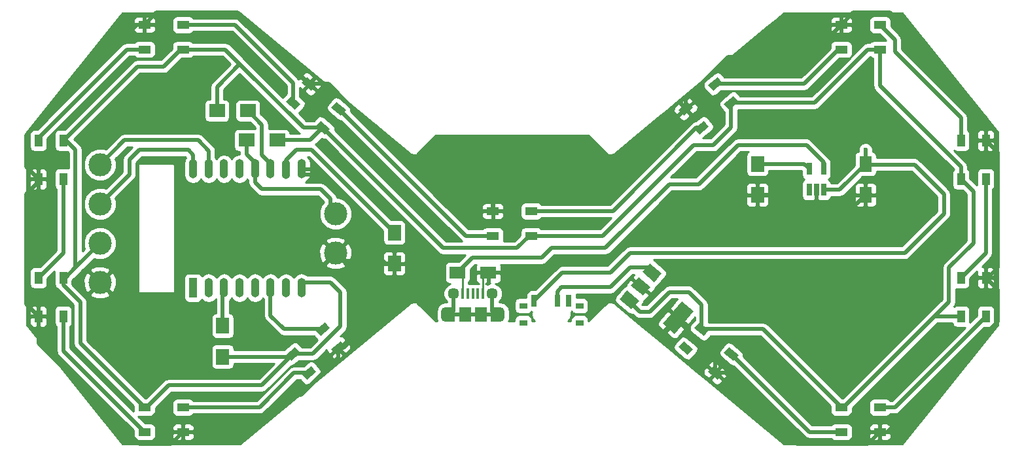
<source format=gtl>
G04 #@! TF.FileFunction,Copper,L1,Top,Signal*
%FSLAX46Y46*%
G04 Gerber Fmt 4.6, Leading zero omitted, Abs format (unit mm)*
G04 Created by KiCad (PCBNEW 4.0.5) date Sunday, March 11, 2018 'PMt' 06:28:43 PM*
%MOMM*%
%LPD*%
G01*
G04 APERTURE LIST*
%ADD10C,0.100000*%
%ADD11R,1.500000X1.900000*%
%ADD12C,1.450000*%
%ADD13R,0.400000X1.350000*%
%ADD14O,1.200000X1.900000*%
%ADD15R,1.200000X1.900000*%
%ADD16C,3.000000*%
%ADD17R,1.600000X1.000000*%
%ADD18R,1.000000X1.600000*%
%ADD19R,0.700000X1.500000*%
%ADD20R,1.000000X0.800000*%
%ADD21R,0.650000X1.560000*%
%ADD22R,1.100000X2.500000*%
%ADD23O,1.100000X2.500000*%
%ADD24R,1.700000X2.000000*%
%ADD25R,2.000000X1.700000*%
%ADD26R,2.000000X1.600000*%
%ADD27R,1.600000X2.000000*%
%ADD28C,0.600000*%
%ADD29C,0.500000*%
%ADD30C,0.250000*%
%ADD31C,0.254000*%
G04 APERTURE END LIST*
D10*
D11*
X72120000Y-52420000D03*
D12*
X68620000Y-49720000D03*
D13*
X70470000Y-49720000D03*
X69820000Y-49720000D03*
X72420000Y-49720000D03*
X71770000Y-49720000D03*
X71120000Y-49720000D03*
D12*
X73620000Y-49720000D03*
D11*
X70120000Y-52420000D03*
D14*
X67620000Y-52420000D03*
X74620000Y-52420000D03*
D15*
X74020000Y-52420000D03*
X68220000Y-52420000D03*
D16*
X22860000Y-33020000D03*
X22860000Y-43180000D03*
X22860000Y-38100000D03*
X22860000Y-48260000D03*
D10*
G36*
X53452129Y-57665954D02*
X52809342Y-56899910D01*
X54035013Y-55871450D01*
X54677800Y-56637494D01*
X53452129Y-57665954D01*
X53452129Y-57665954D01*
G37*
G36*
X51395209Y-55214612D02*
X50752422Y-54448568D01*
X51978093Y-53420108D01*
X52620880Y-54186152D01*
X51395209Y-55214612D01*
X51395209Y-55214612D01*
G37*
G36*
X49621907Y-60879892D02*
X48979120Y-60113848D01*
X50204791Y-59085388D01*
X50847578Y-59851432D01*
X49621907Y-60879892D01*
X49621907Y-60879892D01*
G37*
G36*
X47564987Y-58428550D02*
X46922200Y-57662506D01*
X48147871Y-56634046D01*
X48790658Y-57400090D01*
X47564987Y-58428550D01*
X47564987Y-58428550D01*
G37*
D17*
X33615000Y-67640000D03*
X33615000Y-64440000D03*
X28615000Y-67640000D03*
X28615000Y-64440000D03*
D18*
X14910000Y-52665000D03*
X18110000Y-52665000D03*
X14910000Y-47665000D03*
X18110000Y-47665000D03*
X14910000Y-34885000D03*
X18110000Y-34885000D03*
X14910000Y-29885000D03*
X18110000Y-29885000D03*
D17*
X28615000Y-14910000D03*
X28615000Y-18110000D03*
X33615000Y-14910000D03*
X33615000Y-18110000D03*
D10*
G36*
X50847578Y-22698568D02*
X50204791Y-23464612D01*
X48979120Y-22436152D01*
X49621907Y-21670108D01*
X50847578Y-22698568D01*
X50847578Y-22698568D01*
G37*
G36*
X48790658Y-25149910D02*
X48147871Y-25915954D01*
X46922200Y-24887494D01*
X47564987Y-24121450D01*
X48790658Y-25149910D01*
X48790658Y-25149910D01*
G37*
G36*
X54677800Y-25912506D02*
X54035013Y-26678550D01*
X52809342Y-25650090D01*
X53452129Y-24884046D01*
X54677800Y-25912506D01*
X54677800Y-25912506D01*
G37*
G36*
X52620880Y-28363848D02*
X51978093Y-29129892D01*
X50752422Y-28101432D01*
X51395209Y-27335388D01*
X52620880Y-28363848D01*
X52620880Y-28363848D01*
G37*
D17*
X73700000Y-39040000D03*
X73700000Y-42240000D03*
X78700000Y-39040000D03*
X78700000Y-42240000D03*
D10*
G36*
X98947871Y-24884046D02*
X99590658Y-25650090D01*
X98364987Y-26678550D01*
X97722200Y-25912506D01*
X98947871Y-24884046D01*
X98947871Y-24884046D01*
G37*
G36*
X101004791Y-27335388D02*
X101647578Y-28101432D01*
X100421907Y-29129892D01*
X99779120Y-28363848D01*
X101004791Y-27335388D01*
X101004791Y-27335388D01*
G37*
G36*
X102778093Y-21670108D02*
X103420880Y-22436152D01*
X102195209Y-23464612D01*
X101552422Y-22698568D01*
X102778093Y-21670108D01*
X102778093Y-21670108D01*
G37*
G36*
X104835013Y-24121450D02*
X105477800Y-24887494D01*
X104252129Y-25915954D01*
X103609342Y-25149910D01*
X104835013Y-24121450D01*
X104835013Y-24121450D01*
G37*
D17*
X118785000Y-14910000D03*
X118785000Y-18110000D03*
X123785000Y-14910000D03*
X123785000Y-18110000D03*
D19*
X79030000Y-50640000D03*
X82030000Y-50640000D03*
X83530000Y-50640000D03*
D20*
X77630000Y-53500000D03*
X84930000Y-53500000D03*
X84930000Y-51290000D03*
X77630000Y-51290000D03*
D21*
X114620000Y-36275000D03*
X115570000Y-36275000D03*
X116520000Y-36275000D03*
X116520000Y-33575000D03*
X114620000Y-33575000D03*
D22*
X34925000Y-48960000D03*
D23*
X36925000Y-48960000D03*
X38925000Y-48960000D03*
X40925000Y-48960000D03*
X42925000Y-48960000D03*
X44925000Y-48960000D03*
X46925000Y-48960000D03*
X48925000Y-48960000D03*
X48925000Y-33560000D03*
X46925000Y-33660000D03*
X44925000Y-33560000D03*
X42925000Y-33560000D03*
X40925000Y-33560000D03*
X38925000Y-33560000D03*
X36925000Y-33560000D03*
X34925000Y-33560000D03*
D18*
X137490000Y-29885000D03*
X134290000Y-29885000D03*
X137490000Y-34885000D03*
X134290000Y-34885000D03*
X137490000Y-47665000D03*
X134290000Y-47665000D03*
X137490000Y-52665000D03*
X134290000Y-52665000D03*
D17*
X123785000Y-67640000D03*
X123785000Y-64440000D03*
X118785000Y-67640000D03*
X118785000Y-64440000D03*
D10*
G36*
X101552422Y-59851432D02*
X102195209Y-59085388D01*
X103420880Y-60113848D01*
X102778093Y-60879892D01*
X101552422Y-59851432D01*
X101552422Y-59851432D01*
G37*
G36*
X103609342Y-57400090D02*
X104252129Y-56634046D01*
X105477800Y-57662506D01*
X104835013Y-58428550D01*
X103609342Y-57400090D01*
X103609342Y-57400090D01*
G37*
G36*
X97722200Y-56637494D02*
X98364987Y-55871450D01*
X99590658Y-56899910D01*
X98947871Y-57665954D01*
X97722200Y-56637494D01*
X97722200Y-56637494D01*
G37*
G36*
X99779120Y-54186152D02*
X100421907Y-53420108D01*
X101647578Y-54448568D01*
X101004791Y-55214612D01*
X99779120Y-54186152D01*
X99779120Y-54186152D01*
G37*
D24*
X107950000Y-32925000D03*
X107950000Y-36925000D03*
D25*
X45815000Y-29845000D03*
X41815000Y-29845000D03*
D24*
X60960000Y-41815000D03*
X60960000Y-45815000D03*
D25*
X38005000Y-26035000D03*
X42005000Y-26035000D03*
D24*
X38735000Y-57880000D03*
X38735000Y-53880000D03*
D26*
X69120000Y-46990000D03*
X73120000Y-46990000D03*
D27*
X121920000Y-32925000D03*
X121920000Y-36925000D03*
D16*
X53340000Y-39370000D03*
X53340000Y-44450000D03*
D10*
G36*
X95675699Y-53637478D02*
X98118292Y-50726509D01*
X99650381Y-52012084D01*
X97207788Y-54923053D01*
X95675699Y-53637478D01*
X95675699Y-53637478D01*
G37*
G36*
X91588825Y-48706965D02*
X92553006Y-47557898D01*
X94085095Y-48843473D01*
X93120914Y-49992540D01*
X91588825Y-48706965D01*
X91588825Y-48706965D01*
G37*
G36*
X90110414Y-50468867D02*
X91074595Y-49319800D01*
X92606684Y-50605375D01*
X91642503Y-51754442D01*
X90110414Y-50468867D01*
X90110414Y-50468867D01*
G37*
G36*
X93067237Y-46945063D02*
X94031418Y-45795996D01*
X95563507Y-47081571D01*
X94599326Y-48230638D01*
X93067237Y-46945063D01*
X93067237Y-46945063D01*
G37*
D28*
X121920000Y-41910000D03*
X109220000Y-43180000D03*
X93980000Y-53340000D03*
X121920000Y-31115000D03*
D29*
X92836960Y-48775219D02*
X92590219Y-48775219D01*
X32385000Y-50165000D02*
X24765000Y-50165000D01*
X53340000Y-44450000D02*
X51435000Y-46355000D01*
X32385000Y-50165000D02*
X33020000Y-49530000D01*
X33020000Y-49530000D02*
X33020000Y-46990000D01*
X33020000Y-46990000D02*
X33655000Y-46355000D01*
X33655000Y-46355000D02*
X50800000Y-46355000D01*
X50800000Y-46355000D02*
X51435000Y-46355000D01*
X24765000Y-50165000D02*
X22860000Y-48260000D01*
X121920000Y-41910000D02*
X121920000Y-36925000D01*
X115570000Y-38100000D02*
X120745000Y-38100000D01*
X120745000Y-38100000D02*
X121920000Y-36925000D01*
X95877821Y-54610000D02*
X97663040Y-52824781D01*
X95250000Y-54610000D02*
X95877821Y-54610000D01*
X93980000Y-53340000D02*
X95250000Y-54610000D01*
X97663040Y-52824781D02*
X97663040Y-53213040D01*
X97663040Y-53213040D02*
X102486651Y-58036651D01*
X102486651Y-58036651D02*
X102486651Y-59982640D01*
X55245000Y-45515000D02*
X54405000Y-45515000D01*
X54405000Y-45515000D02*
X53340000Y-44450000D01*
X109220000Y-43180000D02*
X113347500Y-39052500D01*
X122650000Y-36830000D02*
X121920000Y-37560000D01*
X82550000Y-45720000D02*
X81915000Y-45720000D01*
X81915000Y-45720000D02*
X80645000Y-46990000D01*
X80645000Y-46990000D02*
X73025000Y-46990000D01*
X72420000Y-47595000D02*
X72420000Y-47655000D01*
X82550000Y-45720000D02*
X88265000Y-45720000D01*
X88265000Y-45720000D02*
X90805000Y-43180000D01*
X109220000Y-43180000D02*
X90805000Y-43180000D01*
X72420000Y-47595000D02*
X73025000Y-46990000D01*
X73700000Y-39040000D02*
X73700000Y-37505000D01*
X90147727Y-34290000D02*
X98656429Y-25781298D01*
X87607727Y-36830000D02*
X90147727Y-34290000D01*
X74375000Y-36830000D02*
X87607727Y-36830000D01*
X73700000Y-37505000D02*
X74375000Y-36830000D01*
X58420000Y-44450000D02*
X57150000Y-45720000D01*
X57150000Y-45720000D02*
X55450000Y-45720000D01*
X55450000Y-45720000D02*
X55245000Y-45515000D01*
X55245000Y-38100000D02*
X58420000Y-41275000D01*
X55245000Y-38100000D02*
X51405000Y-34260000D01*
X48925000Y-34260000D02*
X51405000Y-34260000D01*
X59785000Y-45815000D02*
X60960000Y-45815000D01*
X58420000Y-44450000D02*
X59785000Y-45815000D01*
X58420000Y-41275000D02*
X58420000Y-44450000D01*
X55245000Y-45515000D02*
X55245000Y-51435000D01*
X55245000Y-55880000D02*
X55245000Y-51435000D01*
X55245000Y-55880000D02*
X54356298Y-56768702D01*
X107950000Y-36925000D02*
X111220000Y-36925000D01*
X111220000Y-36925000D02*
X113347500Y-39052500D01*
X113347500Y-39052500D02*
X114300000Y-38100000D01*
X114300000Y-38100000D02*
X115570000Y-38100000D01*
X121825000Y-37465000D02*
X121920000Y-37560000D01*
X115570000Y-38100000D02*
X115570000Y-36275000D01*
X109220000Y-43180000D02*
X109315000Y-43180000D01*
D30*
X72420000Y-49720000D02*
X72420000Y-47655000D01*
X72420000Y-47655000D02*
X72390000Y-47625000D01*
D29*
X60420000Y-46355000D02*
X60960000Y-46450000D01*
X53743571Y-56768702D02*
X54356298Y-56768702D01*
X33615000Y-67640000D02*
X42215000Y-67640000D01*
X42215000Y-67640000D02*
X46990000Y-62865000D01*
X46990000Y-62865000D02*
X48895000Y-62865000D01*
X48895000Y-62865000D02*
X53743571Y-58016429D01*
X53743571Y-58016429D02*
X53743571Y-56768702D01*
X14910000Y-52665000D02*
X14910000Y-56185000D01*
X14910000Y-56185000D02*
X27940000Y-69215000D01*
X27940000Y-69215000D02*
X32040000Y-69215000D01*
X32040000Y-69215000D02*
X33615000Y-67640000D01*
X14910000Y-34885000D02*
X14910000Y-35255000D01*
X14910000Y-35255000D02*
X13335000Y-36830000D01*
X13335000Y-51090000D02*
X14910000Y-52665000D01*
X13335000Y-36830000D02*
X13335000Y-51090000D01*
X28615000Y-14910000D02*
X27635000Y-14910000D01*
X13335000Y-33310000D02*
X14910000Y-34885000D01*
X13335000Y-29210000D02*
X13335000Y-33310000D01*
X27635000Y-14910000D02*
X13335000Y-29210000D01*
X49913349Y-22567360D02*
X49872360Y-22567360D01*
X49872360Y-22567360D02*
X40640000Y-13335000D01*
X30190000Y-13335000D02*
X28615000Y-14910000D01*
X40640000Y-13335000D02*
X30190000Y-13335000D01*
X73700000Y-39040000D02*
X69520000Y-39040000D01*
X52412360Y-22567360D02*
X49913349Y-22567360D01*
X57785000Y-27940000D02*
X52412360Y-22567360D01*
X58420000Y-27940000D02*
X57785000Y-27940000D01*
X69520000Y-39040000D02*
X58420000Y-27940000D01*
X98656429Y-25781298D02*
X98656429Y-24533571D01*
X98656429Y-24533571D02*
X104140000Y-19050000D01*
X104140000Y-19050000D02*
X114645000Y-19050000D01*
X114645000Y-19050000D02*
X118785000Y-14910000D01*
X137490000Y-29885000D02*
X137490000Y-27000000D01*
X120360000Y-13335000D02*
X118785000Y-14910000D01*
X125095000Y-13335000D02*
X120360000Y-13335000D01*
X125730000Y-13970000D02*
X125095000Y-13335000D01*
X125730000Y-15240000D02*
X125730000Y-13970000D01*
X137490000Y-27000000D02*
X125730000Y-15240000D01*
X137490000Y-47665000D02*
X137755000Y-47665000D01*
X137755000Y-47665000D02*
X139065000Y-46355000D01*
X139065000Y-31460000D02*
X137490000Y-29885000D01*
X139065000Y-46355000D02*
X139065000Y-31460000D01*
X123785000Y-67640000D02*
X124765000Y-67640000D01*
X139065000Y-49240000D02*
X137490000Y-47665000D01*
X139065000Y-53340000D02*
X139065000Y-49240000D01*
X124765000Y-67640000D02*
X139065000Y-53340000D01*
X102486651Y-59982640D02*
X103797640Y-59982640D01*
X122210000Y-69215000D02*
X123785000Y-67640000D01*
X113030000Y-69215000D02*
X122210000Y-69215000D01*
X103797640Y-59982640D02*
X113030000Y-69215000D01*
X108490000Y-37465000D02*
X107950000Y-36925000D01*
X97670219Y-52824781D02*
X97663040Y-52824781D01*
X19685000Y-46355000D02*
X22860000Y-43180000D01*
X18110000Y-47665000D02*
X18375000Y-47665000D01*
X18375000Y-47665000D02*
X19685000Y-46355000D01*
X19685000Y-31115000D02*
X18455000Y-29885000D01*
X19685000Y-46355000D02*
X19685000Y-31115000D01*
X91358549Y-50537121D02*
X91358549Y-50718549D01*
X91358549Y-50718549D02*
X92710000Y-52070000D01*
X92710000Y-52070000D02*
X93980000Y-52070000D01*
X93980000Y-52070000D02*
X96520000Y-49530000D01*
X96520000Y-49530000D02*
X99060000Y-49530000D01*
X99060000Y-49530000D02*
X100713349Y-51183349D01*
X100713349Y-51183349D02*
X100713349Y-54317360D01*
X104543571Y-25018702D02*
X115316298Y-25018702D01*
X115316298Y-25018702D02*
X116205000Y-24130000D01*
X130810000Y-52705000D02*
X132715000Y-50800000D01*
X135890000Y-36485000D02*
X134290000Y-34885000D01*
X135890000Y-43180000D02*
X135890000Y-36485000D01*
X132715000Y-46355000D02*
X135890000Y-43180000D01*
X132715000Y-50800000D02*
X132715000Y-46355000D01*
X22860000Y-43180000D02*
X22225000Y-43815000D01*
X38735000Y-57880000D02*
X47507727Y-57880000D01*
X47507727Y-57880000D02*
X47856429Y-57531298D01*
X38005000Y-26035000D02*
X38005000Y-22955000D01*
X38005000Y-22955000D02*
X40957500Y-20002500D01*
X47856429Y-57531298D02*
X50418702Y-57531298D01*
X52705000Y-48260000D02*
X48925000Y-48260000D01*
X53975000Y-49530000D02*
X52705000Y-48260000D01*
X53975000Y-53975000D02*
X53975000Y-49530000D01*
X50418702Y-57531298D02*
X53975000Y-53975000D01*
X45815000Y-29845000D02*
X50074291Y-29845000D01*
X50074291Y-29845000D02*
X51686651Y-28232640D01*
X28615000Y-64440000D02*
X28905000Y-64440000D01*
X28905000Y-64440000D02*
X31750000Y-61595000D01*
X31750000Y-61595000D02*
X39370000Y-61595000D01*
X43792727Y-61595000D02*
X47856429Y-57531298D01*
X39370000Y-61595000D02*
X43792727Y-61595000D01*
X18110000Y-47665000D02*
X18110000Y-48590000D01*
X20320000Y-56145000D02*
X28615000Y-64440000D01*
X20320000Y-50800000D02*
X20320000Y-56145000D01*
X18110000Y-48590000D02*
X20320000Y-50800000D01*
X18110000Y-29885000D02*
X18455000Y-29885000D01*
X33615000Y-18110000D02*
X33325000Y-18110000D01*
X33325000Y-18110000D02*
X31115000Y-20320000D01*
X27675000Y-20320000D02*
X18110000Y-29885000D01*
X31115000Y-20320000D02*
X27675000Y-20320000D01*
X51686651Y-28232640D02*
X49187640Y-28232640D01*
X49187640Y-28232640D02*
X40957500Y-20002500D01*
X40957500Y-20002500D02*
X39065000Y-18110000D01*
X39065000Y-18110000D02*
X33615000Y-18110000D01*
X78700000Y-42240000D02*
X78410000Y-42240000D01*
X78410000Y-42240000D02*
X76835000Y-43815000D01*
X76835000Y-43815000D02*
X67269011Y-43815000D01*
X67269011Y-43815000D02*
X51686651Y-28232640D01*
X78700000Y-42240000D02*
X87935000Y-42240000D01*
X104543571Y-28171429D02*
X104543571Y-25018702D01*
X102235000Y-30480000D02*
X104543571Y-28171429D01*
X99695000Y-30480000D02*
X102235000Y-30480000D01*
X87935000Y-42240000D02*
X99695000Y-30480000D01*
X123785000Y-18110000D02*
X122225000Y-18110000D01*
X122225000Y-18110000D02*
X116205000Y-24130000D01*
X116205000Y-24130000D02*
X115951298Y-24383702D01*
X134290000Y-34885000D02*
X134290000Y-33325000D01*
X134290000Y-33325000D02*
X123785000Y-22820000D01*
X123785000Y-22820000D02*
X123785000Y-18110000D01*
X118785000Y-64440000D02*
X119075000Y-64440000D01*
X119075000Y-64440000D02*
X130810000Y-52705000D01*
X130810000Y-52705000D02*
X130850000Y-52665000D01*
X130850000Y-52665000D02*
X134290000Y-52665000D01*
X100713349Y-54317360D02*
X108585000Y-54317360D01*
X108585000Y-54317360D02*
X108662360Y-54317360D01*
X108662360Y-54317360D02*
X118785000Y-64440000D01*
X68620000Y-49720000D02*
X68620000Y-52020000D01*
X68620000Y-52020000D02*
X68220000Y-52420000D01*
X68220000Y-52420000D02*
X67620000Y-52420000D01*
X67620000Y-52420000D02*
X70120000Y-52420000D01*
X70120000Y-52420000D02*
X72120000Y-52420000D01*
X72120000Y-52420000D02*
X74020000Y-52420000D01*
X74020000Y-52420000D02*
X73620000Y-52020000D01*
X73620000Y-52020000D02*
X73620000Y-49720000D01*
X35560000Y-29845000D02*
X26035000Y-29845000D01*
X36925000Y-31210000D02*
X35560000Y-29845000D01*
X36925000Y-34260000D02*
X36925000Y-31210000D01*
X26035000Y-29845000D02*
X22860000Y-33020000D01*
X26670000Y-32385000D02*
X26670000Y-34290000D01*
X34925000Y-31750000D02*
X34290000Y-31115000D01*
X34290000Y-31115000D02*
X27940000Y-31115000D01*
X27940000Y-31115000D02*
X26670000Y-32385000D01*
X34925000Y-34260000D02*
X34925000Y-31750000D01*
X26670000Y-34290000D02*
X22860000Y-38100000D01*
X51686651Y-54317360D02*
X46697360Y-54317360D01*
X44925000Y-52545000D02*
X44925000Y-48260000D01*
X46697360Y-54317360D02*
X44925000Y-52545000D01*
X33615000Y-64440000D02*
X43510000Y-64440000D01*
X47967360Y-59982640D02*
X49913349Y-59982640D01*
X43510000Y-64440000D02*
X47967360Y-59982640D01*
X18110000Y-52665000D02*
X18110000Y-57135000D01*
X18110000Y-57135000D02*
X28615000Y-67640000D01*
X18110000Y-34885000D02*
X18110000Y-44465000D01*
X18110000Y-44465000D02*
X14910000Y-47665000D01*
X14910000Y-29885000D02*
X14910000Y-29540000D01*
X14910000Y-29540000D02*
X26340000Y-18110000D01*
X26340000Y-18110000D02*
X28615000Y-18110000D01*
X47856429Y-25018702D02*
X47856429Y-22456429D01*
X40310000Y-14910000D02*
X33615000Y-14910000D01*
X47856429Y-22456429D02*
X40310000Y-14910000D01*
X73700000Y-42240000D02*
X70202273Y-42240000D01*
X70202273Y-42240000D02*
X53743571Y-25781298D01*
X78700000Y-39040000D02*
X89230000Y-39040000D01*
X89230000Y-39040000D02*
X100037360Y-28232640D01*
X100037360Y-28232640D02*
X100713349Y-28232640D01*
X102486651Y-22567360D02*
X113957640Y-22567360D01*
X113957640Y-22567360D02*
X114935000Y-21590000D01*
X118785000Y-18110000D02*
X118415000Y-18110000D01*
X118415000Y-18110000D02*
X114935000Y-21590000D01*
X114935000Y-21590000D02*
X114592640Y-21932360D01*
X134290000Y-29885000D02*
X134290000Y-26975000D01*
X125730000Y-16855000D02*
X123785000Y-14910000D01*
X125730000Y-18415000D02*
X125730000Y-16855000D01*
X134290000Y-26975000D02*
X125730000Y-18415000D01*
X137490000Y-40945000D02*
X137490000Y-44465000D01*
X137490000Y-34885000D02*
X137490000Y-40945000D01*
X137490000Y-44465000D02*
X134290000Y-47665000D01*
X123785000Y-64440000D02*
X125715000Y-64440000D01*
X125715000Y-64440000D02*
X137490000Y-52665000D01*
X118785000Y-67640000D02*
X114652273Y-67640000D01*
X114652273Y-67640000D02*
X104543571Y-57531298D01*
X107950000Y-32925000D02*
X113970000Y-32925000D01*
X113970000Y-32925000D02*
X114620000Y-33575000D01*
X107965000Y-32940000D02*
X107950000Y-32925000D01*
X46925000Y-34260000D02*
X46925000Y-32450000D01*
X46925000Y-32450000D02*
X48260000Y-31115000D01*
X50260000Y-31115000D02*
X60960000Y-41815000D01*
X48260000Y-31115000D02*
X50260000Y-31115000D01*
X38735000Y-53880000D02*
X38735000Y-48450000D01*
X38735000Y-48450000D02*
X38925000Y-48260000D01*
X44925000Y-34260000D02*
X44925000Y-32860000D01*
X44925000Y-32860000D02*
X43815000Y-31750000D01*
X43815000Y-31750000D02*
X43815000Y-27845000D01*
X43815000Y-27845000D02*
X42005000Y-26035000D01*
X72390000Y-45085000D02*
X71025000Y-45085000D01*
X100330000Y-35560000D02*
X105410000Y-30480000D01*
X116520000Y-32700000D02*
X114300000Y-30480000D01*
X114300000Y-30480000D02*
X105410000Y-30480000D01*
X88265000Y-43815000D02*
X96520000Y-35560000D01*
X81280000Y-43815000D02*
X88265000Y-43815000D01*
X80010000Y-45085000D02*
X81280000Y-43815000D01*
X72390000Y-45085000D02*
X80010000Y-45085000D01*
X116520000Y-33575000D02*
X116520000Y-32700000D01*
X96520000Y-35560000D02*
X100330000Y-35560000D01*
X71025000Y-45085000D02*
X69120000Y-46990000D01*
D30*
X69820000Y-47655000D02*
X69820000Y-49720000D01*
X69820000Y-47655000D02*
X69850000Y-47625000D01*
D29*
X130175000Y-34925000D02*
X128270000Y-33020000D01*
X79030000Y-50640000D02*
X82680000Y-46990000D01*
X91440000Y-44450000D02*
X88900000Y-46990000D01*
X88900000Y-46990000D02*
X82680000Y-46990000D01*
X91440000Y-44450000D02*
X126365000Y-44450000D01*
X126365000Y-44450000D02*
X127000000Y-44450000D01*
X127000000Y-44450000D02*
X132080000Y-39370000D01*
X132080000Y-39370000D02*
X132080000Y-36830000D01*
X132080000Y-36830000D02*
X130175000Y-34925000D01*
X128270000Y-33020000D02*
X122015000Y-33020000D01*
X122015000Y-33020000D02*
X121920000Y-32925000D01*
X121920000Y-32925000D02*
X121920000Y-31115000D01*
X118030000Y-36275000D02*
X118570000Y-36275000D01*
X116520000Y-36275000D02*
X118030000Y-36275000D01*
X118570000Y-36275000D02*
X121920000Y-32925000D01*
X79757500Y-49912500D02*
X79030000Y-50640000D01*
X52705000Y-38735000D02*
X52705000Y-37465000D01*
X42925000Y-35305000D02*
X42925000Y-34260000D01*
X51435000Y-36195000D02*
X52705000Y-37465000D01*
X43815000Y-36195000D02*
X51435000Y-36195000D01*
X42925000Y-35305000D02*
X43815000Y-36195000D01*
X52705000Y-38735000D02*
X53340000Y-39370000D01*
X42925000Y-34260000D02*
X42925000Y-32765000D01*
X42925000Y-32765000D02*
X41815000Y-31655000D01*
X41815000Y-31655000D02*
X41815000Y-29845000D01*
X88265000Y-48895000D02*
X88900000Y-48895000D01*
X91440000Y-46355000D02*
X93657055Y-46355000D01*
X88900000Y-48895000D02*
X91440000Y-46355000D01*
X93657055Y-46355000D02*
X94315372Y-47013317D01*
X82030000Y-50640000D02*
X82030000Y-49415000D01*
X82030000Y-49415000D02*
X82550000Y-48895000D01*
X82550000Y-48895000D02*
X88265000Y-48895000D01*
X88265000Y-48895000D02*
X88446428Y-48895000D01*
X114620000Y-36275000D02*
X114620000Y-36510000D01*
D31*
G36*
X63062958Y-31642465D02*
X63152876Y-31691071D01*
X63237862Y-31747857D01*
X63269607Y-31754171D01*
X63298078Y-31769562D01*
X63399746Y-31780058D01*
X63500000Y-31800000D01*
X63531745Y-31793685D01*
X63563938Y-31797009D01*
X63661887Y-31767798D01*
X63762138Y-31747857D01*
X63789049Y-31729876D01*
X63820065Y-31720626D01*
X63899381Y-31656154D01*
X63984368Y-31599368D01*
X66323736Y-29260000D01*
X86076264Y-29260000D01*
X88415632Y-31599368D01*
X88500619Y-31656154D01*
X88579935Y-31720626D01*
X88610951Y-31729876D01*
X88637862Y-31747857D01*
X88738109Y-31767797D01*
X88836062Y-31797009D01*
X88868258Y-31793685D01*
X88900000Y-31799999D01*
X89000247Y-31780059D01*
X89101922Y-31769562D01*
X89130394Y-31754171D01*
X89162138Y-31747857D01*
X89247124Y-31691071D01*
X89337042Y-31642465D01*
X95033436Y-26922595D01*
X97740832Y-26922595D01*
X97797359Y-26989962D01*
X97959740Y-27183480D01*
X98183815Y-27300126D01*
X98435473Y-27322142D01*
X98676399Y-27246178D01*
X99167096Y-26834435D01*
X99186663Y-26610783D01*
X98640775Y-25960220D01*
X97760399Y-26698943D01*
X97740832Y-26922595D01*
X95033436Y-26922595D01*
X96167443Y-25982990D01*
X97078607Y-25982990D01*
X97154571Y-26223917D01*
X97316951Y-26417434D01*
X97373479Y-26484801D01*
X97597131Y-26504368D01*
X98440195Y-25796952D01*
X98835351Y-25796952D01*
X99381238Y-26447515D01*
X99604890Y-26467082D01*
X100095587Y-26055338D01*
X100212233Y-25831263D01*
X100234251Y-25579606D01*
X100158287Y-25338679D01*
X99995907Y-25145162D01*
X99939379Y-25077795D01*
X99715727Y-25058228D01*
X98835351Y-25796952D01*
X98440195Y-25796952D01*
X98477507Y-25765644D01*
X97931620Y-25115081D01*
X97707968Y-25095514D01*
X97217271Y-25507258D01*
X97100625Y-25731333D01*
X97078607Y-25982990D01*
X96167443Y-25982990D01*
X97411966Y-24951813D01*
X98126195Y-24951813D01*
X98672083Y-25602376D01*
X99552459Y-24863653D01*
X99572026Y-24640001D01*
X99515499Y-24572634D01*
X99353118Y-24379116D01*
X99129043Y-24262470D01*
X98877385Y-24240454D01*
X98636459Y-24316418D01*
X98145762Y-24728161D01*
X98126195Y-24951813D01*
X97411966Y-24951813D01*
X109186525Y-15195750D01*
X117350000Y-15195750D01*
X117350000Y-15536310D01*
X117446673Y-15769699D01*
X117625302Y-15948327D01*
X117858691Y-16045000D01*
X118499250Y-16045000D01*
X118658000Y-15886250D01*
X118658000Y-15037000D01*
X118912000Y-15037000D01*
X118912000Y-15886250D01*
X119070750Y-16045000D01*
X119711309Y-16045000D01*
X119944698Y-15948327D01*
X120123327Y-15769699D01*
X120220000Y-15536310D01*
X120220000Y-15195750D01*
X120061250Y-15037000D01*
X118912000Y-15037000D01*
X118658000Y-15037000D01*
X117508750Y-15037000D01*
X117350000Y-15195750D01*
X109186525Y-15195750D01*
X110287287Y-14283690D01*
X117350000Y-14283690D01*
X117350000Y-14624250D01*
X117508750Y-14783000D01*
X118658000Y-14783000D01*
X118658000Y-13933750D01*
X118912000Y-13933750D01*
X118912000Y-14783000D01*
X120061250Y-14783000D01*
X120220000Y-14624250D01*
X120220000Y-14283690D01*
X120123327Y-14050301D01*
X119944698Y-13871673D01*
X119711309Y-13775000D01*
X119070750Y-13775000D01*
X118912000Y-13933750D01*
X118658000Y-13933750D01*
X118499250Y-13775000D01*
X117858691Y-13775000D01*
X117625302Y-13871673D01*
X117446673Y-14050301D01*
X117350000Y-14283690D01*
X110287287Y-14283690D01*
X111371914Y-13385000D01*
X126670772Y-13385000D01*
X139015000Y-28815285D01*
X139015000Y-53734715D01*
X126670772Y-69165000D01*
X111371914Y-69165000D01*
X101290860Y-60812125D01*
X101956417Y-60812125D01*
X101975984Y-61035777D01*
X102466681Y-61447520D01*
X102707607Y-61523484D01*
X102959265Y-61501468D01*
X103183340Y-61384822D01*
X103345721Y-61191304D01*
X103402248Y-61123937D01*
X103382681Y-60900285D01*
X102502305Y-60161562D01*
X101956417Y-60812125D01*
X101290860Y-60812125D01*
X100046336Y-59780948D01*
X100908829Y-59780948D01*
X100930847Y-60032605D01*
X101047493Y-60256680D01*
X101538190Y-60668424D01*
X101761842Y-60648857D01*
X102307729Y-59998294D01*
X102270418Y-59966986D01*
X102665573Y-59966986D01*
X103545949Y-60705710D01*
X103769601Y-60686143D01*
X103826129Y-60618776D01*
X103988509Y-60425259D01*
X104064473Y-60184332D01*
X104042455Y-59932675D01*
X103925809Y-59708600D01*
X103435112Y-59296856D01*
X103211460Y-59316423D01*
X102665573Y-59966986D01*
X102270418Y-59966986D01*
X101427353Y-59259570D01*
X101203701Y-59279137D01*
X101147173Y-59346504D01*
X100984793Y-59540021D01*
X100908829Y-59780948D01*
X100046336Y-59780948D01*
X98912330Y-58841343D01*
X101571054Y-58841343D01*
X101590621Y-59064995D01*
X102470997Y-59803718D01*
X103016885Y-59153155D01*
X102997318Y-58929503D01*
X102506621Y-58517760D01*
X102265695Y-58441796D01*
X102014037Y-58463812D01*
X101789962Y-58580458D01*
X101627581Y-58773976D01*
X101571054Y-58841343D01*
X98912330Y-58841343D01*
X96309855Y-56685007D01*
X97076506Y-56685007D01*
X97145862Y-56932475D01*
X97306034Y-57133462D01*
X98531705Y-58161922D01*
X98740429Y-58279262D01*
X98995384Y-58311648D01*
X99242852Y-58242292D01*
X99443839Y-58082120D01*
X99976261Y-57447603D01*
X102963648Y-57447603D01*
X103033004Y-57695071D01*
X103193176Y-57896058D01*
X104418847Y-58924518D01*
X104627571Y-59041858D01*
X104828012Y-59067319D01*
X114026481Y-68265787D01*
X114026483Y-68265790D01*
X114313598Y-68457633D01*
X114652273Y-68525000D01*
X117478156Y-68525000D01*
X117520910Y-68591441D01*
X117733110Y-68736431D01*
X117985000Y-68787440D01*
X119585000Y-68787440D01*
X119820317Y-68743162D01*
X120036441Y-68604090D01*
X120181431Y-68391890D01*
X120232440Y-68140000D01*
X120232440Y-67925750D01*
X122350000Y-67925750D01*
X122350000Y-68266310D01*
X122446673Y-68499699D01*
X122625302Y-68678327D01*
X122858691Y-68775000D01*
X123499250Y-68775000D01*
X123658000Y-68616250D01*
X123658000Y-67767000D01*
X123912000Y-67767000D01*
X123912000Y-68616250D01*
X124070750Y-68775000D01*
X124711309Y-68775000D01*
X124944698Y-68678327D01*
X125123327Y-68499699D01*
X125220000Y-68266310D01*
X125220000Y-67925750D01*
X125061250Y-67767000D01*
X123912000Y-67767000D01*
X123658000Y-67767000D01*
X122508750Y-67767000D01*
X122350000Y-67925750D01*
X120232440Y-67925750D01*
X120232440Y-67140000D01*
X120208674Y-67013690D01*
X122350000Y-67013690D01*
X122350000Y-67354250D01*
X122508750Y-67513000D01*
X123658000Y-67513000D01*
X123658000Y-66663750D01*
X123912000Y-66663750D01*
X123912000Y-67513000D01*
X125061250Y-67513000D01*
X125220000Y-67354250D01*
X125220000Y-67013690D01*
X125123327Y-66780301D01*
X124944698Y-66601673D01*
X124711309Y-66505000D01*
X124070750Y-66505000D01*
X123912000Y-66663750D01*
X123658000Y-66663750D01*
X123499250Y-66505000D01*
X122858691Y-66505000D01*
X122625302Y-66601673D01*
X122446673Y-66780301D01*
X122350000Y-67013690D01*
X120208674Y-67013690D01*
X120188162Y-66904683D01*
X120049090Y-66688559D01*
X119836890Y-66543569D01*
X119585000Y-66492560D01*
X117985000Y-66492560D01*
X117749683Y-66536838D01*
X117533559Y-66675910D01*
X117479519Y-66755000D01*
X115018852Y-66755000D01*
X106095920Y-57832067D01*
X106123494Y-57614993D01*
X106054138Y-57367525D01*
X105893966Y-57166538D01*
X104668295Y-56138078D01*
X104459571Y-56020738D01*
X104204616Y-55988352D01*
X103957148Y-56057708D01*
X103756161Y-56217880D01*
X103113374Y-56983924D01*
X102996034Y-57192648D01*
X102963648Y-57447603D01*
X99976261Y-57447603D01*
X100086626Y-57316076D01*
X100203966Y-57107352D01*
X100236352Y-56852397D01*
X100166996Y-56604929D01*
X100006824Y-56403942D01*
X98781153Y-55375482D01*
X98572429Y-55258142D01*
X98317474Y-55225756D01*
X98070006Y-55295112D01*
X97869019Y-55455284D01*
X97226232Y-56221328D01*
X97108892Y-56430052D01*
X97076506Y-56685007D01*
X96309855Y-56685007D01*
X93946414Y-54726728D01*
X96232904Y-54726728D01*
X96252471Y-54950380D01*
X96896376Y-55490681D01*
X97137303Y-55566645D01*
X97388960Y-55544628D01*
X97613036Y-55427982D01*
X97775416Y-55234465D01*
X98731846Y-54094636D01*
X98712279Y-53870984D01*
X97678694Y-53003703D01*
X96232904Y-54726728D01*
X93946414Y-54726728D01*
X92546733Y-53566993D01*
X95032107Y-53566993D01*
X95054125Y-53818651D01*
X95170771Y-54042726D01*
X95814676Y-54583027D01*
X96038328Y-54563460D01*
X97484118Y-52840435D01*
X96450533Y-51973153D01*
X96226881Y-51992720D01*
X95270451Y-53132549D01*
X95108070Y-53326067D01*
X95032107Y-53566993D01*
X92546733Y-53566993D01*
X89337042Y-50907535D01*
X89247124Y-50858929D01*
X89162138Y-50802143D01*
X89130394Y-50795829D01*
X89101922Y-50780438D01*
X89000247Y-50769941D01*
X88900000Y-50750001D01*
X88868258Y-50756315D01*
X88836062Y-50752991D01*
X88738109Y-50782203D01*
X88637862Y-50802143D01*
X88610951Y-50820124D01*
X88579935Y-50829374D01*
X88500619Y-50893846D01*
X88415632Y-50950632D01*
X86077440Y-53288824D01*
X86077440Y-53100000D01*
X86033162Y-52864683D01*
X85894090Y-52648559D01*
X85681890Y-52503569D01*
X85430000Y-52452560D01*
X84430000Y-52452560D01*
X84194683Y-52496838D01*
X83978559Y-52635910D01*
X83833569Y-52848110D01*
X83782560Y-53100000D01*
X83782560Y-53290000D01*
X83424207Y-53290000D01*
X83699282Y-53015405D01*
X83864811Y-52616767D01*
X83865188Y-52185127D01*
X83804165Y-52037440D01*
X83880000Y-52037440D01*
X83896937Y-52034253D01*
X83965910Y-52141441D01*
X84178110Y-52286431D01*
X84430000Y-52337440D01*
X85430000Y-52337440D01*
X85665317Y-52293162D01*
X85881441Y-52154090D01*
X86026431Y-51941890D01*
X86077440Y-51690000D01*
X86077440Y-50890000D01*
X86033162Y-50654683D01*
X85894090Y-50438559D01*
X85681890Y-50293569D01*
X85430000Y-50242560D01*
X84527440Y-50242560D01*
X84527440Y-49890000D01*
X84506742Y-49780000D01*
X88899995Y-49780000D01*
X88900000Y-49780001D01*
X89182484Y-49723810D01*
X89238675Y-49712633D01*
X89525790Y-49520790D01*
X91806579Y-47240000D01*
X91990820Y-47240000D01*
X91985378Y-47246486D01*
X91768154Y-47505364D01*
X91787721Y-47729016D01*
X92821306Y-48596297D01*
X92834162Y-48580976D01*
X93028737Y-48744245D01*
X93015882Y-48759565D01*
X94049467Y-49626847D01*
X94273119Y-49607280D01*
X94490344Y-49348402D01*
X94652724Y-49154884D01*
X94728688Y-48913958D01*
X94723516Y-48854842D01*
X94894307Y-48806976D01*
X95095294Y-48646804D01*
X96059475Y-47497737D01*
X96176815Y-47289013D01*
X96209201Y-47034058D01*
X96139845Y-46786590D01*
X95979673Y-46585603D01*
X94489262Y-45335000D01*
X126999995Y-45335000D01*
X127000000Y-45335001D01*
X127282484Y-45278810D01*
X127338675Y-45267633D01*
X127625790Y-45075790D01*
X132705787Y-39995792D01*
X132705790Y-39995790D01*
X132897633Y-39708675D01*
X132931185Y-39540000D01*
X132965001Y-39370000D01*
X132965000Y-39369995D01*
X132965000Y-36830005D01*
X132965001Y-36830000D01*
X132897633Y-36491326D01*
X132897633Y-36491325D01*
X132705790Y-36204210D01*
X132705787Y-36204208D01*
X130800790Y-34299210D01*
X130800787Y-34299208D01*
X128895790Y-32394210D01*
X128801054Y-32330910D01*
X128608675Y-32202367D01*
X128552484Y-32191190D01*
X128270000Y-32134999D01*
X128269995Y-32135000D01*
X123367440Y-32135000D01*
X123367440Y-31925000D01*
X123323162Y-31689683D01*
X123184090Y-31473559D01*
X122971890Y-31328569D01*
X122853663Y-31304628D01*
X122854838Y-31301799D01*
X122855162Y-30929833D01*
X122713117Y-30586057D01*
X122450327Y-30322808D01*
X122106799Y-30180162D01*
X121734833Y-30179838D01*
X121391057Y-30321883D01*
X121127808Y-30584673D01*
X120985162Y-30928201D01*
X120984838Y-31300167D01*
X120985921Y-31302789D01*
X120884683Y-31321838D01*
X120668559Y-31460910D01*
X120523569Y-31673110D01*
X120472560Y-31925000D01*
X120472560Y-33120861D01*
X118203420Y-35390000D01*
X117472683Y-35390000D01*
X117448162Y-35259683D01*
X117309090Y-35043559D01*
X117133768Y-34923767D01*
X117296441Y-34819090D01*
X117441431Y-34606890D01*
X117492440Y-34355000D01*
X117492440Y-32795000D01*
X117448162Y-32559683D01*
X117345289Y-32399814D01*
X117337633Y-32361325D01*
X117289432Y-32289187D01*
X117145790Y-32074210D01*
X117145787Y-32074208D01*
X114925790Y-29854210D01*
X114805787Y-29774027D01*
X114638675Y-29662367D01*
X114582484Y-29651190D01*
X114300000Y-29594999D01*
X114299995Y-29595000D01*
X105410005Y-29595000D01*
X105410000Y-29594999D01*
X105127516Y-29651190D01*
X105071325Y-29662367D01*
X104784210Y-29854210D01*
X104784208Y-29854213D01*
X99963420Y-34675000D01*
X96751579Y-34675000D01*
X100061579Y-31365000D01*
X102234995Y-31365000D01*
X102235000Y-31365001D01*
X102552731Y-31301799D01*
X102573675Y-31297633D01*
X102860790Y-31105790D01*
X102860791Y-31105789D01*
X105169358Y-28797221D01*
X105169361Y-28797219D01*
X105361204Y-28510104D01*
X105428571Y-28171429D01*
X105428571Y-25903702D01*
X115316293Y-25903702D01*
X115316298Y-25903703D01*
X115598782Y-25847512D01*
X115654973Y-25836335D01*
X115942088Y-25644492D01*
X116577086Y-25009493D01*
X116577088Y-25009492D01*
X116830787Y-24755792D01*
X116830790Y-24755790D01*
X122523422Y-19063157D01*
X122733110Y-19206431D01*
X122900000Y-19240227D01*
X122900000Y-22819995D01*
X122899999Y-22820000D01*
X122922302Y-22932120D01*
X122967367Y-23158675D01*
X123118587Y-23384993D01*
X123159210Y-23445790D01*
X133336843Y-33623422D01*
X133193569Y-33833110D01*
X133142560Y-34085000D01*
X133142560Y-35685000D01*
X133186838Y-35920317D01*
X133325910Y-36136441D01*
X133538110Y-36281431D01*
X133790000Y-36332440D01*
X134485861Y-36332440D01*
X135005000Y-36851579D01*
X135005000Y-42813421D01*
X132089210Y-45729210D01*
X131897367Y-46016325D01*
X131897367Y-46016326D01*
X131829999Y-46355000D01*
X131830000Y-46355005D01*
X131830000Y-50433421D01*
X130184210Y-52079210D01*
X130184208Y-52079213D01*
X118970860Y-63292560D01*
X118889139Y-63292560D01*
X109288150Y-53691570D01*
X109262347Y-53674329D01*
X109001035Y-53499727D01*
X108926048Y-53484811D01*
X108662360Y-53432359D01*
X108662355Y-53432360D01*
X101598349Y-53432360D01*
X101598349Y-51183354D01*
X101598350Y-51183349D01*
X101530983Y-50844675D01*
X101408550Y-50661441D01*
X101339139Y-50557559D01*
X101339136Y-50557557D01*
X99685790Y-48904210D01*
X99565495Y-48823832D01*
X99398675Y-48712367D01*
X99338096Y-48700317D01*
X99060000Y-48644999D01*
X99059995Y-48645000D01*
X96520000Y-48645000D01*
X96181325Y-48712367D01*
X95894210Y-48904210D01*
X95894208Y-48904213D01*
X93613420Y-51185000D01*
X93076579Y-51185000D01*
X93016177Y-51124598D01*
X93102652Y-51021541D01*
X93219992Y-50812817D01*
X93244593Y-50619145D01*
X93302086Y-50614115D01*
X93526161Y-50497469D01*
X93688542Y-50303952D01*
X93905766Y-50045074D01*
X93886199Y-49821422D01*
X92852614Y-48954141D01*
X92839758Y-48969462D01*
X92645183Y-48806193D01*
X92658038Y-48790873D01*
X91624453Y-47923591D01*
X91400801Y-47943158D01*
X91183576Y-48202036D01*
X91021196Y-48395554D01*
X90945232Y-48636480D01*
X90950404Y-48695596D01*
X90779614Y-48743462D01*
X90578627Y-48903634D01*
X89614446Y-50052701D01*
X89497106Y-50261425D01*
X89464720Y-50516380D01*
X89534076Y-50763848D01*
X89694248Y-50964835D01*
X91226337Y-52250410D01*
X91435061Y-52367750D01*
X91690016Y-52400136D01*
X91766985Y-52378564D01*
X92084208Y-52695787D01*
X92084210Y-52695790D01*
X92318206Y-52852140D01*
X92371325Y-52887633D01*
X92710000Y-52955000D01*
X93979995Y-52955000D01*
X93980000Y-52955001D01*
X94262484Y-52898810D01*
X94318675Y-52887633D01*
X94605790Y-52695790D01*
X94605791Y-52695789D01*
X96886579Y-50415000D01*
X97550745Y-50415000D01*
X97550664Y-50415097D01*
X96594234Y-51554926D01*
X96613801Y-51778578D01*
X97647386Y-52645859D01*
X97660242Y-52630538D01*
X97854817Y-52793807D01*
X97841962Y-52809127D01*
X98875547Y-53676409D01*
X99099199Y-53656842D01*
X99828349Y-52787875D01*
X99828349Y-53120245D01*
X99283152Y-53769986D01*
X99165812Y-53978710D01*
X99133426Y-54233665D01*
X99202782Y-54481133D01*
X99362954Y-54682120D01*
X100588625Y-55710580D01*
X100797349Y-55827920D01*
X101052304Y-55860306D01*
X101299772Y-55790950D01*
X101500759Y-55630778D01*
X101860244Y-55202360D01*
X108295780Y-55202360D01*
X117337560Y-64244139D01*
X117337560Y-64940000D01*
X117381838Y-65175317D01*
X117520910Y-65391441D01*
X117733110Y-65536431D01*
X117985000Y-65587440D01*
X119585000Y-65587440D01*
X119820317Y-65543162D01*
X120036441Y-65404090D01*
X120181431Y-65191890D01*
X120232440Y-64940000D01*
X120232440Y-64534140D01*
X131216579Y-53550000D01*
X133158554Y-53550000D01*
X133186838Y-53700317D01*
X133325910Y-53916441D01*
X133538110Y-54061431D01*
X133790000Y-54112440D01*
X134790000Y-54112440D01*
X134791208Y-54112213D01*
X125348420Y-63555000D01*
X125091844Y-63555000D01*
X125049090Y-63488559D01*
X124836890Y-63343569D01*
X124585000Y-63292560D01*
X122985000Y-63292560D01*
X122749683Y-63336838D01*
X122533559Y-63475910D01*
X122388569Y-63688110D01*
X122337560Y-63940000D01*
X122337560Y-64940000D01*
X122381838Y-65175317D01*
X122520910Y-65391441D01*
X122733110Y-65536431D01*
X122985000Y-65587440D01*
X124585000Y-65587440D01*
X124820317Y-65543162D01*
X125036441Y-65404090D01*
X125090481Y-65325000D01*
X125714995Y-65325000D01*
X125715000Y-65325001D01*
X125997484Y-65268810D01*
X126053675Y-65257633D01*
X126340790Y-65065790D01*
X126340791Y-65065789D01*
X137294139Y-54112440D01*
X137990000Y-54112440D01*
X138225317Y-54068162D01*
X138441441Y-53929090D01*
X138586431Y-53716890D01*
X138637440Y-53465000D01*
X138637440Y-51865000D01*
X138593162Y-51629683D01*
X138454090Y-51413559D01*
X138241890Y-51268569D01*
X137990000Y-51217560D01*
X136990000Y-51217560D01*
X136754683Y-51261838D01*
X136538559Y-51400910D01*
X136393569Y-51613110D01*
X136342560Y-51865000D01*
X136342560Y-52560861D01*
X135437191Y-53466230D01*
X135437440Y-53465000D01*
X135437440Y-51865000D01*
X135393162Y-51629683D01*
X135254090Y-51413559D01*
X135041890Y-51268569D01*
X134790000Y-51217560D01*
X133790000Y-51217560D01*
X133554683Y-51261838D01*
X133371636Y-51379626D01*
X133532633Y-51138675D01*
X133548835Y-51057223D01*
X133600001Y-50800000D01*
X133600000Y-50799995D01*
X133600000Y-49073964D01*
X133790000Y-49112440D01*
X134790000Y-49112440D01*
X135025317Y-49068162D01*
X135241441Y-48929090D01*
X135386431Y-48716890D01*
X135437440Y-48465000D01*
X135437440Y-47950750D01*
X136355000Y-47950750D01*
X136355000Y-48591309D01*
X136451673Y-48824698D01*
X136630301Y-49003327D01*
X136863690Y-49100000D01*
X137204250Y-49100000D01*
X137363000Y-48941250D01*
X137363000Y-47792000D01*
X137617000Y-47792000D01*
X137617000Y-48941250D01*
X137775750Y-49100000D01*
X138116310Y-49100000D01*
X138349699Y-49003327D01*
X138528327Y-48824698D01*
X138625000Y-48591309D01*
X138625000Y-47950750D01*
X138466250Y-47792000D01*
X137617000Y-47792000D01*
X137363000Y-47792000D01*
X136513750Y-47792000D01*
X136355000Y-47950750D01*
X135437440Y-47950750D01*
X135437440Y-47769140D01*
X136355000Y-46851580D01*
X136355000Y-47379250D01*
X136513750Y-47538000D01*
X137363000Y-47538000D01*
X137363000Y-46388750D01*
X137617000Y-46388750D01*
X137617000Y-47538000D01*
X138466250Y-47538000D01*
X138625000Y-47379250D01*
X138625000Y-46738691D01*
X138528327Y-46505302D01*
X138349699Y-46326673D01*
X138116310Y-46230000D01*
X137775750Y-46230000D01*
X137617000Y-46388750D01*
X137363000Y-46388750D01*
X137204250Y-46230000D01*
X136976579Y-46230000D01*
X138115787Y-45090792D01*
X138115790Y-45090790D01*
X138307633Y-44803675D01*
X138375000Y-44465000D01*
X138375000Y-36191844D01*
X138441441Y-36149090D01*
X138586431Y-35936890D01*
X138637440Y-35685000D01*
X138637440Y-34085000D01*
X138593162Y-33849683D01*
X138454090Y-33633559D01*
X138241890Y-33488569D01*
X137990000Y-33437560D01*
X136990000Y-33437560D01*
X136754683Y-33481838D01*
X136538559Y-33620910D01*
X136393569Y-33833110D01*
X136342560Y-34085000D01*
X136342560Y-35685000D01*
X136342787Y-35686208D01*
X135437440Y-34780860D01*
X135437440Y-34085000D01*
X135393162Y-33849683D01*
X135254090Y-33633559D01*
X135175000Y-33579519D01*
X135175000Y-33325000D01*
X135107633Y-32986325D01*
X134915790Y-32699210D01*
X134915787Y-32699208D01*
X133411504Y-31194925D01*
X133538110Y-31281431D01*
X133790000Y-31332440D01*
X134790000Y-31332440D01*
X135025317Y-31288162D01*
X135241441Y-31149090D01*
X135386431Y-30936890D01*
X135437440Y-30685000D01*
X135437440Y-30170750D01*
X136355000Y-30170750D01*
X136355000Y-30811309D01*
X136451673Y-31044698D01*
X136630301Y-31223327D01*
X136863690Y-31320000D01*
X137204250Y-31320000D01*
X137363000Y-31161250D01*
X137363000Y-30012000D01*
X137617000Y-30012000D01*
X137617000Y-31161250D01*
X137775750Y-31320000D01*
X138116310Y-31320000D01*
X138349699Y-31223327D01*
X138528327Y-31044698D01*
X138625000Y-30811309D01*
X138625000Y-30170750D01*
X138466250Y-30012000D01*
X137617000Y-30012000D01*
X137363000Y-30012000D01*
X136513750Y-30012000D01*
X136355000Y-30170750D01*
X135437440Y-30170750D01*
X135437440Y-29085000D01*
X135413674Y-28958691D01*
X136355000Y-28958691D01*
X136355000Y-29599250D01*
X136513750Y-29758000D01*
X137363000Y-29758000D01*
X137363000Y-28608750D01*
X137617000Y-28608750D01*
X137617000Y-29758000D01*
X138466250Y-29758000D01*
X138625000Y-29599250D01*
X138625000Y-28958691D01*
X138528327Y-28725302D01*
X138349699Y-28546673D01*
X138116310Y-28450000D01*
X137775750Y-28450000D01*
X137617000Y-28608750D01*
X137363000Y-28608750D01*
X137204250Y-28450000D01*
X136863690Y-28450000D01*
X136630301Y-28546673D01*
X136451673Y-28725302D01*
X136355000Y-28958691D01*
X135413674Y-28958691D01*
X135393162Y-28849683D01*
X135254090Y-28633559D01*
X135175000Y-28579519D01*
X135175000Y-26975005D01*
X135175001Y-26975000D01*
X135107633Y-26636325D01*
X135090566Y-26610783D01*
X134915790Y-26349210D01*
X134915787Y-26349208D01*
X126615000Y-18048420D01*
X126615000Y-16855000D01*
X126547633Y-16516325D01*
X126355790Y-16229210D01*
X126355787Y-16229208D01*
X125232440Y-15105860D01*
X125232440Y-14410000D01*
X125188162Y-14174683D01*
X125049090Y-13958559D01*
X124836890Y-13813569D01*
X124585000Y-13762560D01*
X122985000Y-13762560D01*
X122749683Y-13806838D01*
X122533559Y-13945910D01*
X122388569Y-14158110D01*
X122337560Y-14410000D01*
X122337560Y-15410000D01*
X122381838Y-15645317D01*
X122520910Y-15861441D01*
X122733110Y-16006431D01*
X122985000Y-16057440D01*
X123680860Y-16057440D01*
X124586230Y-16962809D01*
X124585000Y-16962560D01*
X122985000Y-16962560D01*
X122749683Y-17006838D01*
X122533559Y-17145910D01*
X122479519Y-17225000D01*
X122225005Y-17225000D01*
X122225000Y-17224999D01*
X121942516Y-17281190D01*
X121886325Y-17292367D01*
X121599210Y-17484210D01*
X121599208Y-17484213D01*
X120094925Y-18988496D01*
X120181431Y-18861890D01*
X120232440Y-18610000D01*
X120232440Y-17610000D01*
X120188162Y-17374683D01*
X120049090Y-17158559D01*
X119836890Y-17013569D01*
X119585000Y-16962560D01*
X117985000Y-16962560D01*
X117749683Y-17006838D01*
X117533559Y-17145910D01*
X117388569Y-17358110D01*
X117337560Y-17610000D01*
X117337560Y-17935861D01*
X114309210Y-20964210D01*
X114309208Y-20964213D01*
X113966850Y-21306570D01*
X113966849Y-21306572D01*
X113591060Y-21682360D01*
X103633546Y-21682360D01*
X103274061Y-21253942D01*
X103088883Y-21102140D01*
X102843426Y-21025973D01*
X102587674Y-21051303D01*
X102361927Y-21174140D01*
X101136256Y-22202600D01*
X100984454Y-22387778D01*
X100908287Y-22633235D01*
X100933617Y-22888987D01*
X101056454Y-23114734D01*
X101699241Y-23880778D01*
X101884419Y-24032580D01*
X102129876Y-24108747D01*
X102385628Y-24083417D01*
X102611375Y-23960580D01*
X103217048Y-23452360D01*
X113957635Y-23452360D01*
X113957640Y-23452361D01*
X114240124Y-23396170D01*
X114296315Y-23384993D01*
X114583430Y-23193150D01*
X115218428Y-22558151D01*
X115218430Y-22558150D01*
X115560787Y-22215792D01*
X115560790Y-22215790D01*
X118519139Y-19257440D01*
X119585000Y-19257440D01*
X119820317Y-19213162D01*
X119960399Y-19123022D01*
X115579210Y-23504210D01*
X115579208Y-23504213D01*
X115325508Y-23757912D01*
X115325507Y-23757914D01*
X114949718Y-24133702D01*
X105690466Y-24133702D01*
X105330981Y-23705284D01*
X105145803Y-23553482D01*
X104900346Y-23477315D01*
X104644594Y-23502645D01*
X104418847Y-23625482D01*
X103193176Y-24653942D01*
X103041374Y-24839120D01*
X102965207Y-25084577D01*
X102990537Y-25340329D01*
X103113374Y-25566076D01*
X103658571Y-26215817D01*
X103658571Y-27804850D01*
X101868420Y-29595000D01*
X100874851Y-29595000D01*
X102063744Y-28597400D01*
X102215546Y-28412222D01*
X102291713Y-28166765D01*
X102266383Y-27911013D01*
X102143546Y-27685266D01*
X101500759Y-26919222D01*
X101315581Y-26767420D01*
X101070124Y-26691253D01*
X100814372Y-26716583D01*
X100588625Y-26839420D01*
X99966048Y-27361824D01*
X99698685Y-27415007D01*
X99411570Y-27606850D01*
X99411568Y-27606853D01*
X88863420Y-38155000D01*
X80006844Y-38155000D01*
X79964090Y-38088559D01*
X79751890Y-37943569D01*
X79500000Y-37892560D01*
X77900000Y-37892560D01*
X77664683Y-37936838D01*
X77448559Y-38075910D01*
X77303569Y-38288110D01*
X77252560Y-38540000D01*
X77252560Y-39540000D01*
X77296838Y-39775317D01*
X77435910Y-39991441D01*
X77648110Y-40136431D01*
X77900000Y-40187440D01*
X79500000Y-40187440D01*
X79735317Y-40143162D01*
X79951441Y-40004090D01*
X80005481Y-39925000D01*
X88998420Y-39925000D01*
X87568420Y-41355000D01*
X80006844Y-41355000D01*
X79964090Y-41288559D01*
X79751890Y-41143569D01*
X79500000Y-41092560D01*
X77900000Y-41092560D01*
X77664683Y-41136838D01*
X77448559Y-41275910D01*
X77303569Y-41488110D01*
X77252560Y-41740000D01*
X77252560Y-42145861D01*
X76468420Y-42930000D01*
X75108964Y-42930000D01*
X75147440Y-42740000D01*
X75147440Y-41740000D01*
X75103162Y-41504683D01*
X74964090Y-41288559D01*
X74751890Y-41143569D01*
X74500000Y-41092560D01*
X72900000Y-41092560D01*
X72664683Y-41136838D01*
X72448559Y-41275910D01*
X72394519Y-41355000D01*
X70568852Y-41355000D01*
X68539603Y-39325750D01*
X72265000Y-39325750D01*
X72265000Y-39666310D01*
X72361673Y-39899699D01*
X72540302Y-40078327D01*
X72773691Y-40175000D01*
X73414250Y-40175000D01*
X73573000Y-40016250D01*
X73573000Y-39167000D01*
X73827000Y-39167000D01*
X73827000Y-40016250D01*
X73985750Y-40175000D01*
X74626309Y-40175000D01*
X74859698Y-40078327D01*
X75038327Y-39899699D01*
X75135000Y-39666310D01*
X75135000Y-39325750D01*
X74976250Y-39167000D01*
X73827000Y-39167000D01*
X73573000Y-39167000D01*
X72423750Y-39167000D01*
X72265000Y-39325750D01*
X68539603Y-39325750D01*
X67627543Y-38413690D01*
X72265000Y-38413690D01*
X72265000Y-38754250D01*
X72423750Y-38913000D01*
X73573000Y-38913000D01*
X73573000Y-38063750D01*
X73827000Y-38063750D01*
X73827000Y-38913000D01*
X74976250Y-38913000D01*
X75135000Y-38754250D01*
X75135000Y-38413690D01*
X75038327Y-38180301D01*
X74859698Y-38001673D01*
X74626309Y-37905000D01*
X73985750Y-37905000D01*
X73827000Y-38063750D01*
X73573000Y-38063750D01*
X73414250Y-37905000D01*
X72773691Y-37905000D01*
X72540302Y-38001673D01*
X72361673Y-38180301D01*
X72265000Y-38413690D01*
X67627543Y-38413690D01*
X55295920Y-26082067D01*
X55323494Y-25864993D01*
X55254138Y-25617525D01*
X55093966Y-25416538D01*
X53868295Y-24388078D01*
X53659571Y-24270738D01*
X53404616Y-24238352D01*
X53157148Y-24307708D01*
X52956161Y-24467880D01*
X52313374Y-25233924D01*
X52196034Y-25442648D01*
X52163648Y-25697603D01*
X52233004Y-25945071D01*
X52393176Y-26146058D01*
X53618847Y-27174518D01*
X53827571Y-27291858D01*
X54028012Y-27317319D01*
X69576481Y-42865787D01*
X69576483Y-42865790D01*
X69672581Y-42930000D01*
X67635590Y-42930000D01*
X53239000Y-28533409D01*
X53266574Y-28316335D01*
X53197218Y-28068867D01*
X53037046Y-27867880D01*
X51811375Y-26839420D01*
X51602651Y-26722080D01*
X51347696Y-26689694D01*
X51100228Y-26759050D01*
X50899241Y-26919222D01*
X50539756Y-27347640D01*
X49554219Y-27347640D01*
X48585328Y-26378749D01*
X48643839Y-26332120D01*
X49286626Y-25566076D01*
X49403966Y-25357352D01*
X49436352Y-25102397D01*
X49366996Y-24854929D01*
X49206824Y-24653942D01*
X48741429Y-24263429D01*
X48741429Y-23396845D01*
X49383115Y-23396845D01*
X49402682Y-23620497D01*
X49893379Y-24032240D01*
X50134305Y-24108204D01*
X50385963Y-24086188D01*
X50610038Y-23969542D01*
X50772419Y-23776024D01*
X50828946Y-23708657D01*
X50809379Y-23485005D01*
X49929003Y-22746282D01*
X49383115Y-23396845D01*
X48741429Y-23396845D01*
X48741429Y-23065639D01*
X48964888Y-23253144D01*
X49188540Y-23233577D01*
X49734427Y-22583014D01*
X49697116Y-22551706D01*
X50092271Y-22551706D01*
X50972647Y-23290430D01*
X51196299Y-23270863D01*
X51252827Y-23203496D01*
X51415207Y-23009979D01*
X51491171Y-22769052D01*
X51469153Y-22517395D01*
X51352507Y-22293320D01*
X50861810Y-21881576D01*
X50638158Y-21901143D01*
X50092271Y-22551706D01*
X49697116Y-22551706D01*
X48854051Y-21844290D01*
X48630399Y-21863857D01*
X48573871Y-21931224D01*
X48560263Y-21947442D01*
X48556340Y-21941570D01*
X48482219Y-21830639D01*
X48482216Y-21830637D01*
X48077643Y-21426063D01*
X48997752Y-21426063D01*
X49017319Y-21649715D01*
X49897695Y-22388438D01*
X50443583Y-21737875D01*
X50424016Y-21514223D01*
X49933319Y-21102480D01*
X49692393Y-21026516D01*
X49440735Y-21048532D01*
X49216660Y-21165178D01*
X49054279Y-21358696D01*
X48997752Y-21426063D01*
X48077643Y-21426063D01*
X40935790Y-14284210D01*
X40771870Y-14174683D01*
X40648675Y-14092367D01*
X40592484Y-14081190D01*
X40310000Y-14024999D01*
X40309995Y-14025000D01*
X34921844Y-14025000D01*
X34879090Y-13958559D01*
X34666890Y-13813569D01*
X34415000Y-13762560D01*
X32815000Y-13762560D01*
X32579683Y-13806838D01*
X32363559Y-13945910D01*
X32218569Y-14158110D01*
X32167560Y-14410000D01*
X32167560Y-15410000D01*
X32211838Y-15645317D01*
X32350910Y-15861441D01*
X32563110Y-16006431D01*
X32815000Y-16057440D01*
X34415000Y-16057440D01*
X34650317Y-16013162D01*
X34866441Y-15874090D01*
X34920481Y-15795000D01*
X39943420Y-15795000D01*
X46971429Y-22823008D01*
X46971429Y-23821587D01*
X46541060Y-24334481D01*
X41583290Y-19376710D01*
X41583287Y-19376708D01*
X39690790Y-17484210D01*
X39526870Y-17374683D01*
X39403675Y-17292367D01*
X39347484Y-17281190D01*
X39065000Y-17224999D01*
X39064995Y-17225000D01*
X34921844Y-17225000D01*
X34879090Y-17158559D01*
X34666890Y-17013569D01*
X34415000Y-16962560D01*
X32815000Y-16962560D01*
X32579683Y-17006838D01*
X32363559Y-17145910D01*
X32218569Y-17358110D01*
X32167560Y-17610000D01*
X32167560Y-18015861D01*
X30748420Y-19435000D01*
X27675005Y-19435000D01*
X27675000Y-19434999D01*
X27392516Y-19491190D01*
X27336325Y-19502367D01*
X27049210Y-19694210D01*
X27049208Y-19694213D01*
X18305860Y-28437560D01*
X17610000Y-28437560D01*
X17374683Y-28481838D01*
X17158559Y-28620910D01*
X17013569Y-28833110D01*
X16962560Y-29085000D01*
X16962560Y-30685000D01*
X17006838Y-30920317D01*
X17145910Y-31136441D01*
X17358110Y-31281431D01*
X17610000Y-31332440D01*
X18610000Y-31332440D01*
X18644390Y-31325969D01*
X18800000Y-31481579D01*
X18800000Y-33476036D01*
X18610000Y-33437560D01*
X17610000Y-33437560D01*
X17374683Y-33481838D01*
X17158559Y-33620910D01*
X17013569Y-33833110D01*
X16962560Y-34085000D01*
X16962560Y-35685000D01*
X17006838Y-35920317D01*
X17145910Y-36136441D01*
X17225000Y-36190481D01*
X17225000Y-44098421D01*
X15105860Y-46217560D01*
X14410000Y-46217560D01*
X14174683Y-46261838D01*
X13958559Y-46400910D01*
X13813569Y-46613110D01*
X13762560Y-46865000D01*
X13762560Y-48465000D01*
X13806838Y-48700317D01*
X13945910Y-48916441D01*
X14158110Y-49061431D01*
X14410000Y-49112440D01*
X15410000Y-49112440D01*
X15645317Y-49068162D01*
X15861441Y-48929090D01*
X16006431Y-48716890D01*
X16057440Y-48465000D01*
X16057440Y-47769140D01*
X16962809Y-46863771D01*
X16962560Y-46865000D01*
X16962560Y-48465000D01*
X17006838Y-48700317D01*
X17145910Y-48916441D01*
X17358110Y-49061431D01*
X17384664Y-49066808D01*
X17415154Y-49112440D01*
X17484210Y-49215790D01*
X19435000Y-51166579D01*
X19435000Y-56144995D01*
X19434999Y-56145000D01*
X19486507Y-56403942D01*
X19502367Y-56483675D01*
X19682355Y-56753048D01*
X19694210Y-56770790D01*
X27167560Y-64244139D01*
X27167560Y-64940000D01*
X27167787Y-64941208D01*
X18995000Y-56768420D01*
X18995000Y-53971844D01*
X19061441Y-53929090D01*
X19206431Y-53716890D01*
X19257440Y-53465000D01*
X19257440Y-51865000D01*
X19213162Y-51629683D01*
X19074090Y-51413559D01*
X18861890Y-51268569D01*
X18610000Y-51217560D01*
X17610000Y-51217560D01*
X17374683Y-51261838D01*
X17158559Y-51400910D01*
X17013569Y-51613110D01*
X16962560Y-51865000D01*
X16962560Y-53465000D01*
X17006838Y-53700317D01*
X17145910Y-53916441D01*
X17225000Y-53970481D01*
X17225000Y-57134995D01*
X17224999Y-57135000D01*
X17271252Y-57367525D01*
X17292367Y-57473675D01*
X17484210Y-57760790D01*
X27167560Y-67444139D01*
X27167560Y-68140000D01*
X27211838Y-68375317D01*
X27350910Y-68591441D01*
X27563110Y-68736431D01*
X27815000Y-68787440D01*
X29415000Y-68787440D01*
X29650317Y-68743162D01*
X29866441Y-68604090D01*
X30011431Y-68391890D01*
X30062440Y-68140000D01*
X30062440Y-67925750D01*
X32180000Y-67925750D01*
X32180000Y-68266310D01*
X32276673Y-68499699D01*
X32455302Y-68678327D01*
X32688691Y-68775000D01*
X33329250Y-68775000D01*
X33488000Y-68616250D01*
X33488000Y-67767000D01*
X33742000Y-67767000D01*
X33742000Y-68616250D01*
X33900750Y-68775000D01*
X34541309Y-68775000D01*
X34774698Y-68678327D01*
X34953327Y-68499699D01*
X35050000Y-68266310D01*
X35050000Y-67925750D01*
X34891250Y-67767000D01*
X33742000Y-67767000D01*
X33488000Y-67767000D01*
X32338750Y-67767000D01*
X32180000Y-67925750D01*
X30062440Y-67925750D01*
X30062440Y-67140000D01*
X30038674Y-67013690D01*
X32180000Y-67013690D01*
X32180000Y-67354250D01*
X32338750Y-67513000D01*
X33488000Y-67513000D01*
X33488000Y-66663750D01*
X33742000Y-66663750D01*
X33742000Y-67513000D01*
X34891250Y-67513000D01*
X35050000Y-67354250D01*
X35050000Y-67013690D01*
X34953327Y-66780301D01*
X34774698Y-66601673D01*
X34541309Y-66505000D01*
X33900750Y-66505000D01*
X33742000Y-66663750D01*
X33488000Y-66663750D01*
X33329250Y-66505000D01*
X32688691Y-66505000D01*
X32455302Y-66601673D01*
X32276673Y-66780301D01*
X32180000Y-67013690D01*
X30038674Y-67013690D01*
X30018162Y-66904683D01*
X29879090Y-66688559D01*
X29666890Y-66543569D01*
X29415000Y-66492560D01*
X28719139Y-66492560D01*
X27813770Y-65587191D01*
X27815000Y-65587440D01*
X29415000Y-65587440D01*
X29650317Y-65543162D01*
X29866441Y-65404090D01*
X30011431Y-65191890D01*
X30062440Y-64940000D01*
X30062440Y-64534140D01*
X30656579Y-63940000D01*
X32167560Y-63940000D01*
X32167560Y-64940000D01*
X32211838Y-65175317D01*
X32350910Y-65391441D01*
X32563110Y-65536431D01*
X32815000Y-65587440D01*
X34415000Y-65587440D01*
X34650317Y-65543162D01*
X34866441Y-65404090D01*
X34920481Y-65325000D01*
X43509995Y-65325000D01*
X43510000Y-65325001D01*
X43792484Y-65268810D01*
X43848675Y-65257633D01*
X44135790Y-65065790D01*
X44135791Y-65065789D01*
X48333939Y-60867640D01*
X48766454Y-60867640D01*
X49125939Y-61296058D01*
X49311117Y-61447860D01*
X49556574Y-61524027D01*
X49812326Y-61498697D01*
X50038073Y-61375860D01*
X51263744Y-60347400D01*
X51415546Y-60162222D01*
X51491713Y-59916765D01*
X51466383Y-59661013D01*
X51343546Y-59435266D01*
X50700759Y-58669222D01*
X50515581Y-58517420D01*
X50270124Y-58441253D01*
X50014372Y-58466583D01*
X49788625Y-58589420D01*
X49182952Y-59097640D01*
X47967365Y-59097640D01*
X47967360Y-59097639D01*
X47688269Y-59153155D01*
X47628685Y-59165007D01*
X47341570Y-59356850D01*
X47341568Y-59356853D01*
X43143420Y-63555000D01*
X34921844Y-63555000D01*
X34879090Y-63488559D01*
X34666890Y-63343569D01*
X34415000Y-63292560D01*
X32815000Y-63292560D01*
X32579683Y-63336838D01*
X32363559Y-63475910D01*
X32218569Y-63688110D01*
X32167560Y-63940000D01*
X30656579Y-63940000D01*
X32116579Y-62480000D01*
X43792722Y-62480000D01*
X43792727Y-62480001D01*
X44075211Y-62423810D01*
X44131402Y-62412633D01*
X44418517Y-62220790D01*
X44418518Y-62220789D01*
X47573983Y-59065323D01*
X47755406Y-59047355D01*
X47981153Y-58924518D01*
X48586826Y-58416298D01*
X50418697Y-58416298D01*
X50418702Y-58416299D01*
X50701186Y-58360108D01*
X50757377Y-58348931D01*
X51044492Y-58157088D01*
X51291580Y-57909999D01*
X52827974Y-57909999D01*
X52884501Y-57977366D01*
X53046882Y-58170884D01*
X53270957Y-58287530D01*
X53522615Y-58309546D01*
X53763541Y-58233582D01*
X54254238Y-57821839D01*
X54273805Y-57598187D01*
X53727917Y-56947624D01*
X52847541Y-57686347D01*
X52827974Y-57909999D01*
X51291580Y-57909999D01*
X52181435Y-57020144D01*
X52241713Y-57211321D01*
X52404093Y-57404838D01*
X52460621Y-57472205D01*
X52684273Y-57491772D01*
X53527337Y-56784356D01*
X53922493Y-56784356D01*
X54468380Y-57434919D01*
X54692032Y-57454486D01*
X55182729Y-57042742D01*
X55299375Y-56818667D01*
X55321393Y-56567010D01*
X55245429Y-56326083D01*
X55083049Y-56132566D01*
X55026521Y-56065199D01*
X54802869Y-56045632D01*
X53922493Y-56784356D01*
X53527337Y-56784356D01*
X53564649Y-56753048D01*
X53551794Y-56737728D01*
X53746369Y-56574459D01*
X53759225Y-56589780D01*
X54639601Y-55851057D01*
X54659168Y-55627405D01*
X54602641Y-55560038D01*
X54440260Y-55366520D01*
X54216185Y-55249874D01*
X53972982Y-55228598D01*
X54600787Y-54600792D01*
X54600790Y-54600790D01*
X54792633Y-54313675D01*
X54824477Y-54153587D01*
X54860001Y-53975000D01*
X54860000Y-53974995D01*
X54860000Y-49530005D01*
X54860001Y-49530000D01*
X54792633Y-49191325D01*
X54727743Y-49094210D01*
X54600790Y-48904210D01*
X54600787Y-48904208D01*
X53330790Y-47634210D01*
X53227209Y-47565000D01*
X53043675Y-47442367D01*
X52987484Y-47431190D01*
X52705000Y-47374999D01*
X52704995Y-47375000D01*
X49747733Y-47375000D01*
X49378480Y-47128274D01*
X48925000Y-47038071D01*
X48471520Y-47128274D01*
X48087078Y-47385149D01*
X47925000Y-47627717D01*
X47762922Y-47385149D01*
X47378480Y-47128274D01*
X46925000Y-47038071D01*
X46471520Y-47128274D01*
X46087078Y-47385149D01*
X45925000Y-47627717D01*
X45762922Y-47385149D01*
X45378480Y-47128274D01*
X44925000Y-47038071D01*
X44471520Y-47128274D01*
X44087078Y-47385149D01*
X43925000Y-47627717D01*
X43762922Y-47385149D01*
X43378480Y-47128274D01*
X42925000Y-47038071D01*
X42471520Y-47128274D01*
X42087078Y-47385149D01*
X41925000Y-47627717D01*
X41762922Y-47385149D01*
X41378480Y-47128274D01*
X40925000Y-47038071D01*
X40471520Y-47128274D01*
X40087078Y-47385149D01*
X39925000Y-47627717D01*
X39762922Y-47385149D01*
X39378480Y-47128274D01*
X38925000Y-47038071D01*
X38471520Y-47128274D01*
X38087078Y-47385149D01*
X37925000Y-47627717D01*
X37762922Y-47385149D01*
X37378480Y-47128274D01*
X36925000Y-47038071D01*
X36471520Y-47128274D01*
X36087078Y-47385149D01*
X36053187Y-47435871D01*
X35939090Y-47258559D01*
X35726890Y-47113569D01*
X35475000Y-47062560D01*
X34375000Y-47062560D01*
X34139683Y-47106838D01*
X33923559Y-47245910D01*
X33778569Y-47458110D01*
X33727560Y-47710000D01*
X33727560Y-50210000D01*
X33771838Y-50445317D01*
X33910910Y-50661441D01*
X34123110Y-50806431D01*
X34375000Y-50857440D01*
X35475000Y-50857440D01*
X35710317Y-50813162D01*
X35926441Y-50674090D01*
X36054694Y-50486385D01*
X36087078Y-50534851D01*
X36471520Y-50791726D01*
X36925000Y-50881929D01*
X37378480Y-50791726D01*
X37762922Y-50534851D01*
X37850000Y-50404529D01*
X37850000Y-52239146D01*
X37649683Y-52276838D01*
X37433559Y-52415910D01*
X37288569Y-52628110D01*
X37237560Y-52880000D01*
X37237560Y-54880000D01*
X37281838Y-55115317D01*
X37420910Y-55331441D01*
X37633110Y-55476431D01*
X37885000Y-55527440D01*
X39585000Y-55527440D01*
X39820317Y-55483162D01*
X40036441Y-55344090D01*
X40181431Y-55131890D01*
X40232440Y-54880000D01*
X40232440Y-52880000D01*
X40188162Y-52644683D01*
X40049090Y-52428559D01*
X39836890Y-52283569D01*
X39620000Y-52239648D01*
X39620000Y-50630348D01*
X39762922Y-50534851D01*
X39925000Y-50292283D01*
X40087078Y-50534851D01*
X40471520Y-50791726D01*
X40925000Y-50881929D01*
X41378480Y-50791726D01*
X41762922Y-50534851D01*
X41925000Y-50292283D01*
X42087078Y-50534851D01*
X42471520Y-50791726D01*
X42925000Y-50881929D01*
X43378480Y-50791726D01*
X43762922Y-50534851D01*
X43925000Y-50292283D01*
X44040000Y-50464394D01*
X44040000Y-52544995D01*
X44039999Y-52545000D01*
X44092538Y-52809127D01*
X44107367Y-52883675D01*
X44251910Y-53100000D01*
X44299210Y-53170790D01*
X46071568Y-54943147D01*
X46071570Y-54943150D01*
X46082391Y-54950380D01*
X46358686Y-55134994D01*
X46697360Y-55202361D01*
X46697365Y-55202360D01*
X50539756Y-55202360D01*
X50899241Y-55630778D01*
X50991781Y-55706639D01*
X50052122Y-56646298D01*
X49003324Y-56646298D01*
X48643839Y-56217880D01*
X48458661Y-56066078D01*
X48213204Y-55989911D01*
X47957452Y-56015241D01*
X47731705Y-56138078D01*
X46710465Y-56995000D01*
X40232440Y-56995000D01*
X40232440Y-56880000D01*
X40188162Y-56644683D01*
X40049090Y-56428559D01*
X39836890Y-56283569D01*
X39585000Y-56232560D01*
X37885000Y-56232560D01*
X37649683Y-56276838D01*
X37433559Y-56415910D01*
X37288569Y-56628110D01*
X37237560Y-56880000D01*
X37237560Y-58880000D01*
X37281838Y-59115317D01*
X37420910Y-59331441D01*
X37633110Y-59476431D01*
X37885000Y-59527440D01*
X39585000Y-59527440D01*
X39820317Y-59483162D01*
X40036441Y-59344090D01*
X40181431Y-59131890D01*
X40232440Y-58880000D01*
X40232440Y-58765000D01*
X45371148Y-58765000D01*
X43426147Y-60710000D01*
X31750005Y-60710000D01*
X31750000Y-60709999D01*
X31411326Y-60777366D01*
X31316054Y-60841025D01*
X31124210Y-60969210D01*
X31124208Y-60969213D01*
X28800860Y-63292560D01*
X28719139Y-63292560D01*
X21205000Y-55778420D01*
X21205000Y-50800005D01*
X21205001Y-50800000D01*
X21148584Y-50516380D01*
X21137633Y-50461325D01*
X20945790Y-50174210D01*
X20945787Y-50174208D01*
X20545550Y-49773970D01*
X21525635Y-49773970D01*
X21685418Y-50092739D01*
X22476187Y-50402723D01*
X23325387Y-50386497D01*
X24034582Y-50092739D01*
X24194365Y-49773970D01*
X22860000Y-48439605D01*
X21525635Y-49773970D01*
X20545550Y-49773970D01*
X19253927Y-48482347D01*
X19257440Y-48465000D01*
X19257440Y-48034140D01*
X19415392Y-47876187D01*
X20717277Y-47876187D01*
X20733503Y-48725387D01*
X21027261Y-49434582D01*
X21346030Y-49594365D01*
X22680395Y-48260000D01*
X23039605Y-48260000D01*
X24373970Y-49594365D01*
X24692739Y-49434582D01*
X25002723Y-48643813D01*
X24986497Y-47794613D01*
X24692739Y-47085418D01*
X24373970Y-46925635D01*
X23039605Y-48260000D01*
X22680395Y-48260000D01*
X21346030Y-46925635D01*
X21027261Y-47085418D01*
X20717277Y-47876187D01*
X19415392Y-47876187D01*
X20310787Y-46980792D01*
X20310790Y-46980790D01*
X20545550Y-46746030D01*
X21525635Y-46746030D01*
X22860000Y-48080395D01*
X24194365Y-46746030D01*
X24034582Y-46427261D01*
X23243813Y-46117277D01*
X22394613Y-46133503D01*
X21685418Y-46427261D01*
X21525635Y-46746030D01*
X20545550Y-46746030D01*
X22110893Y-45180687D01*
X22433459Y-45314628D01*
X23282815Y-45315370D01*
X24067800Y-44991020D01*
X24668909Y-44390959D01*
X24994628Y-43606541D01*
X24995370Y-42757185D01*
X24671020Y-41972200D01*
X24070959Y-41371091D01*
X23286541Y-41045372D01*
X22437185Y-41044630D01*
X21652200Y-41368980D01*
X21051091Y-41969041D01*
X20725372Y-42753459D01*
X20724630Y-43602815D01*
X20859411Y-43929009D01*
X20570000Y-44218420D01*
X20570000Y-31115005D01*
X20570001Y-31115000D01*
X20502633Y-30776326D01*
X20502633Y-30776325D01*
X20310790Y-30489210D01*
X20310787Y-30489208D01*
X19534080Y-29712500D01*
X28041579Y-21205000D01*
X31114995Y-21205000D01*
X31115000Y-21205001D01*
X31397484Y-21148810D01*
X31453675Y-21137633D01*
X31740790Y-20945790D01*
X31740791Y-20945789D01*
X33429139Y-19257440D01*
X34415000Y-19257440D01*
X34650317Y-19213162D01*
X34866441Y-19074090D01*
X34920481Y-18995000D01*
X38698420Y-18995000D01*
X39705921Y-20002500D01*
X37379210Y-22329210D01*
X37187367Y-22616325D01*
X37176190Y-22672516D01*
X37119999Y-22955000D01*
X37120000Y-22955005D01*
X37120000Y-24537560D01*
X37005000Y-24537560D01*
X36769683Y-24581838D01*
X36553559Y-24720910D01*
X36408569Y-24933110D01*
X36357560Y-25185000D01*
X36357560Y-26885000D01*
X36401838Y-27120317D01*
X36540910Y-27336441D01*
X36753110Y-27481431D01*
X37005000Y-27532440D01*
X39005000Y-27532440D01*
X39240317Y-27488162D01*
X39456441Y-27349090D01*
X39601431Y-27136890D01*
X39652440Y-26885000D01*
X39652440Y-25185000D01*
X39608162Y-24949683D01*
X39469090Y-24733559D01*
X39256890Y-24588569D01*
X39005000Y-24537560D01*
X38890000Y-24537560D01*
X38890000Y-23321580D01*
X40957500Y-21254080D01*
X48561848Y-28858427D01*
X48561850Y-28858430D01*
X48711902Y-28958691D01*
X48713861Y-28960000D01*
X47455854Y-28960000D01*
X47418162Y-28759683D01*
X47279090Y-28543559D01*
X47066890Y-28398569D01*
X46815000Y-28347560D01*
X44815000Y-28347560D01*
X44700000Y-28369199D01*
X44700000Y-27845005D01*
X44700001Y-27845000D01*
X44632634Y-27506326D01*
X44530717Y-27353796D01*
X44440790Y-27219210D01*
X44440787Y-27219208D01*
X43652440Y-26430861D01*
X43652440Y-25185000D01*
X43608162Y-24949683D01*
X43469090Y-24733559D01*
X43256890Y-24588569D01*
X43005000Y-24537560D01*
X41005000Y-24537560D01*
X40769683Y-24581838D01*
X40553559Y-24720910D01*
X40408569Y-24933110D01*
X40357560Y-25185000D01*
X40357560Y-26885000D01*
X40401838Y-27120317D01*
X40540910Y-27336441D01*
X40753110Y-27481431D01*
X41005000Y-27532440D01*
X42250860Y-27532440D01*
X42930000Y-28211579D01*
X42930000Y-28370848D01*
X42815000Y-28347560D01*
X40815000Y-28347560D01*
X40579683Y-28391838D01*
X40363559Y-28530910D01*
X40218569Y-28743110D01*
X40167560Y-28995000D01*
X40167560Y-30695000D01*
X40211838Y-30930317D01*
X40350910Y-31146441D01*
X40563110Y-31291431D01*
X40815000Y-31342440D01*
X40930000Y-31342440D01*
X40930000Y-31639066D01*
X40925000Y-31638071D01*
X40471520Y-31728274D01*
X40087078Y-31985149D01*
X39925000Y-32227717D01*
X39762922Y-31985149D01*
X39378480Y-31728274D01*
X38925000Y-31638071D01*
X38471520Y-31728274D01*
X38087078Y-31985149D01*
X37925000Y-32227717D01*
X37810000Y-32055606D01*
X37810000Y-31210005D01*
X37810001Y-31210000D01*
X37742634Y-30871326D01*
X37581808Y-30630632D01*
X37550790Y-30584210D01*
X37550787Y-30584208D01*
X36185790Y-29219210D01*
X36168799Y-29207857D01*
X35898675Y-29027367D01*
X35842484Y-29016190D01*
X35560000Y-28959999D01*
X35559995Y-28960000D01*
X26035005Y-28960000D01*
X26035000Y-28959999D01*
X25752516Y-29016190D01*
X25696325Y-29027367D01*
X25409210Y-29219210D01*
X25409208Y-29219213D01*
X23609107Y-31019313D01*
X23286541Y-30885372D01*
X22437185Y-30884630D01*
X21652200Y-31208980D01*
X21051091Y-31809041D01*
X20725372Y-32593459D01*
X20724630Y-33442815D01*
X21048980Y-34227800D01*
X21649041Y-34828909D01*
X22433459Y-35154628D01*
X23282815Y-35155370D01*
X24067800Y-34831020D01*
X24668909Y-34230959D01*
X24994628Y-33446541D01*
X24995370Y-32597185D01*
X24860589Y-32270991D01*
X26401579Y-30730000D01*
X27073421Y-30730000D01*
X26044210Y-31759210D01*
X25852367Y-32046325D01*
X25852367Y-32046326D01*
X25784999Y-32385000D01*
X25785000Y-32385005D01*
X25785000Y-33923421D01*
X23609107Y-36099313D01*
X23286541Y-35965372D01*
X22437185Y-35964630D01*
X21652200Y-36288980D01*
X21051091Y-36889041D01*
X20725372Y-37673459D01*
X20724630Y-38522815D01*
X21048980Y-39307800D01*
X21649041Y-39908909D01*
X22433459Y-40234628D01*
X23282815Y-40235370D01*
X24067800Y-39911020D01*
X24668909Y-39310959D01*
X24994628Y-38526541D01*
X24995370Y-37677185D01*
X24860589Y-37350991D01*
X27295787Y-34915792D01*
X27295790Y-34915790D01*
X27487633Y-34628675D01*
X27504014Y-34546325D01*
X27555001Y-34290000D01*
X27555000Y-34289995D01*
X27555000Y-33020000D01*
X27813000Y-33020000D01*
X27813000Y-49530000D01*
X27821685Y-49576159D01*
X27848965Y-49618553D01*
X27890590Y-49646994D01*
X27940000Y-49657000D01*
X32385000Y-49657000D01*
X32431159Y-49648315D01*
X32473553Y-49621035D01*
X32501994Y-49579410D01*
X32512000Y-49530000D01*
X32512000Y-45963970D01*
X52005635Y-45963970D01*
X52165418Y-46282739D01*
X52956187Y-46592723D01*
X53805387Y-46576497D01*
X54514582Y-46282739D01*
X54605804Y-46100750D01*
X59475000Y-46100750D01*
X59475000Y-46941309D01*
X59571673Y-47174698D01*
X59750301Y-47353327D01*
X59983690Y-47450000D01*
X60674250Y-47450000D01*
X60833000Y-47291250D01*
X60833000Y-45942000D01*
X61087000Y-45942000D01*
X61087000Y-47291250D01*
X61245750Y-47450000D01*
X61936310Y-47450000D01*
X62169699Y-47353327D01*
X62348327Y-47174698D01*
X62445000Y-46941309D01*
X62445000Y-46100750D01*
X62286250Y-45942000D01*
X61087000Y-45942000D01*
X60833000Y-45942000D01*
X59633750Y-45942000D01*
X59475000Y-46100750D01*
X54605804Y-46100750D01*
X54674365Y-45963970D01*
X53340000Y-44629605D01*
X52005635Y-45963970D01*
X32512000Y-45963970D01*
X32512000Y-44066187D01*
X51197277Y-44066187D01*
X51213503Y-44915387D01*
X51507261Y-45624582D01*
X51826030Y-45784365D01*
X53160395Y-44450000D01*
X53519605Y-44450000D01*
X54853970Y-45784365D01*
X55172739Y-45624582D01*
X55482723Y-44833813D01*
X55479951Y-44688691D01*
X59475000Y-44688691D01*
X59475000Y-45529250D01*
X59633750Y-45688000D01*
X60833000Y-45688000D01*
X60833000Y-44338750D01*
X61087000Y-44338750D01*
X61087000Y-45688000D01*
X62286250Y-45688000D01*
X62445000Y-45529250D01*
X62445000Y-44688691D01*
X62348327Y-44455302D01*
X62169699Y-44276673D01*
X61936310Y-44180000D01*
X61245750Y-44180000D01*
X61087000Y-44338750D01*
X60833000Y-44338750D01*
X60674250Y-44180000D01*
X59983690Y-44180000D01*
X59750301Y-44276673D01*
X59571673Y-44455302D01*
X59475000Y-44688691D01*
X55479951Y-44688691D01*
X55466497Y-43984613D01*
X55172739Y-43275418D01*
X54853970Y-43115635D01*
X53519605Y-44450000D01*
X53160395Y-44450000D01*
X51826030Y-43115635D01*
X51507261Y-43275418D01*
X51197277Y-44066187D01*
X32512000Y-44066187D01*
X32512000Y-42936030D01*
X52005635Y-42936030D01*
X53340000Y-44270395D01*
X54674365Y-42936030D01*
X54514582Y-42617261D01*
X53723813Y-42307277D01*
X52874613Y-42323503D01*
X52165418Y-42617261D01*
X52005635Y-42936030D01*
X32512000Y-42936030D01*
X32512000Y-33020000D01*
X32503315Y-32973841D01*
X32476035Y-32931447D01*
X32434410Y-32903006D01*
X32385000Y-32893000D01*
X27940000Y-32893000D01*
X27893841Y-32901685D01*
X27851447Y-32928965D01*
X27823006Y-32970590D01*
X27813000Y-33020000D01*
X27555000Y-33020000D01*
X27555000Y-32751580D01*
X28306579Y-32000000D01*
X33923420Y-32000000D01*
X34015578Y-32092157D01*
X33830203Y-32369591D01*
X33740000Y-32823071D01*
X33740000Y-34296929D01*
X33830203Y-34750409D01*
X34087078Y-35134851D01*
X34471520Y-35391726D01*
X34925000Y-35481929D01*
X35378480Y-35391726D01*
X35762922Y-35134851D01*
X35925000Y-34892283D01*
X36087078Y-35134851D01*
X36471520Y-35391726D01*
X36925000Y-35481929D01*
X37378480Y-35391726D01*
X37762922Y-35134851D01*
X37925000Y-34892283D01*
X38087078Y-35134851D01*
X38471520Y-35391726D01*
X38925000Y-35481929D01*
X39378480Y-35391726D01*
X39762922Y-35134851D01*
X39925000Y-34892283D01*
X40087078Y-35134851D01*
X40471520Y-35391726D01*
X40925000Y-35481929D01*
X41378480Y-35391726D01*
X41762922Y-35134851D01*
X41925000Y-34892283D01*
X42040000Y-35064394D01*
X42040000Y-35304995D01*
X42039999Y-35305000D01*
X42092555Y-35569210D01*
X42107367Y-35643675D01*
X42249455Y-35856326D01*
X42299210Y-35930790D01*
X43189208Y-36820787D01*
X43189210Y-36820790D01*
X43476325Y-37012633D01*
X43532516Y-37023810D01*
X43815000Y-37080001D01*
X43815005Y-37080000D01*
X51068420Y-37080000D01*
X51820000Y-37831579D01*
X51820000Y-37870636D01*
X51531091Y-38159041D01*
X51205372Y-38943459D01*
X51204630Y-39792815D01*
X51528980Y-40577800D01*
X52129041Y-41178909D01*
X52913459Y-41504628D01*
X53762815Y-41505370D01*
X54547800Y-41181020D01*
X55148909Y-40580959D01*
X55474628Y-39796541D01*
X55475370Y-38947185D01*
X55151020Y-38162200D01*
X54550959Y-37561091D01*
X53766541Y-37235372D01*
X53544286Y-37235178D01*
X53522633Y-37126325D01*
X53472971Y-37052000D01*
X53330790Y-36839210D01*
X53330787Y-36839208D01*
X52060790Y-35569210D01*
X52033222Y-35550790D01*
X51773675Y-35377367D01*
X51717484Y-35366190D01*
X51435000Y-35309999D01*
X51434995Y-35310000D01*
X49439551Y-35310000D01*
X49673118Y-35187724D01*
X49971196Y-34830813D01*
X50110000Y-34387000D01*
X50110000Y-33687000D01*
X49052000Y-33687000D01*
X49052000Y-33707000D01*
X48798000Y-33707000D01*
X48798000Y-33687000D01*
X48778000Y-33687000D01*
X48778000Y-33433000D01*
X48798000Y-33433000D01*
X48798000Y-33413000D01*
X49052000Y-33413000D01*
X49052000Y-33433000D01*
X50110000Y-33433000D01*
X50110000Y-32733000D01*
X49971196Y-32289187D01*
X49729678Y-32000000D01*
X49893420Y-32000000D01*
X59462560Y-41569139D01*
X59462560Y-42815000D01*
X59506838Y-43050317D01*
X59645910Y-43266441D01*
X59858110Y-43411431D01*
X60110000Y-43462440D01*
X61810000Y-43462440D01*
X62045317Y-43418162D01*
X62261441Y-43279090D01*
X62406431Y-43066890D01*
X62457440Y-42815000D01*
X62457440Y-40815000D01*
X62413162Y-40579683D01*
X62274090Y-40363559D01*
X62061890Y-40218569D01*
X61810000Y-40167560D01*
X60564139Y-40167560D01*
X50885790Y-30489210D01*
X50763423Y-30407448D01*
X51552729Y-29618142D01*
X51561927Y-29625860D01*
X51770651Y-29743200D01*
X51971092Y-29768661D01*
X66643219Y-44440787D01*
X66643221Y-44440790D01*
X66930336Y-44632633D01*
X66986527Y-44643810D01*
X67269011Y-44700001D01*
X67269016Y-44700000D01*
X70158421Y-44700000D01*
X69315860Y-45542560D01*
X68120000Y-45542560D01*
X67884683Y-45586838D01*
X67668559Y-45725910D01*
X67523569Y-45938110D01*
X67472560Y-46190000D01*
X67472560Y-47790000D01*
X67516838Y-48025317D01*
X67655910Y-48241441D01*
X67868110Y-48386431D01*
X68120000Y-48437440D01*
X68162676Y-48437440D01*
X67850628Y-48566376D01*
X67467720Y-48948616D01*
X67260237Y-49448292D01*
X67259764Y-49989334D01*
X67466376Y-50489372D01*
X67735000Y-50758465D01*
X67735000Y-50822560D01*
X67713569Y-50822560D01*
X67620000Y-50803948D01*
X67147386Y-50897957D01*
X66746723Y-51165671D01*
X66479009Y-51566334D01*
X66385000Y-52038948D01*
X66385000Y-52801052D01*
X66479009Y-53273666D01*
X66489923Y-53290000D01*
X66323736Y-53290000D01*
X63984368Y-50950632D01*
X63899381Y-50893846D01*
X63820065Y-50829374D01*
X63789049Y-50820124D01*
X63762138Y-50802143D01*
X63661887Y-50782202D01*
X63563938Y-50752991D01*
X63531745Y-50756315D01*
X63500000Y-50750000D01*
X63399746Y-50769942D01*
X63298078Y-50780438D01*
X63269607Y-50795829D01*
X63237862Y-50802143D01*
X63152876Y-50858929D01*
X63062958Y-50907535D01*
X41028086Y-69165000D01*
X25729228Y-69165000D01*
X13385000Y-53734715D01*
X13385000Y-52950750D01*
X13775000Y-52950750D01*
X13775000Y-53591309D01*
X13871673Y-53824698D01*
X14050301Y-54003327D01*
X14283690Y-54100000D01*
X14624250Y-54100000D01*
X14783000Y-53941250D01*
X14783000Y-52792000D01*
X15037000Y-52792000D01*
X15037000Y-53941250D01*
X15195750Y-54100000D01*
X15536310Y-54100000D01*
X15769699Y-54003327D01*
X15948327Y-53824698D01*
X16045000Y-53591309D01*
X16045000Y-52950750D01*
X15886250Y-52792000D01*
X15037000Y-52792000D01*
X14783000Y-52792000D01*
X13933750Y-52792000D01*
X13775000Y-52950750D01*
X13385000Y-52950750D01*
X13385000Y-51738691D01*
X13775000Y-51738691D01*
X13775000Y-52379250D01*
X13933750Y-52538000D01*
X14783000Y-52538000D01*
X14783000Y-51388750D01*
X15037000Y-51388750D01*
X15037000Y-52538000D01*
X15886250Y-52538000D01*
X16045000Y-52379250D01*
X16045000Y-51738691D01*
X15948327Y-51505302D01*
X15769699Y-51326673D01*
X15536310Y-51230000D01*
X15195750Y-51230000D01*
X15037000Y-51388750D01*
X14783000Y-51388750D01*
X14624250Y-51230000D01*
X14283690Y-51230000D01*
X14050301Y-51326673D01*
X13871673Y-51505302D01*
X13775000Y-51738691D01*
X13385000Y-51738691D01*
X13385000Y-35170750D01*
X13775000Y-35170750D01*
X13775000Y-35811309D01*
X13871673Y-36044698D01*
X14050301Y-36223327D01*
X14283690Y-36320000D01*
X14624250Y-36320000D01*
X14783000Y-36161250D01*
X14783000Y-35012000D01*
X15037000Y-35012000D01*
X15037000Y-36161250D01*
X15195750Y-36320000D01*
X15536310Y-36320000D01*
X15769699Y-36223327D01*
X15948327Y-36044698D01*
X16045000Y-35811309D01*
X16045000Y-35170750D01*
X15886250Y-35012000D01*
X15037000Y-35012000D01*
X14783000Y-35012000D01*
X13933750Y-35012000D01*
X13775000Y-35170750D01*
X13385000Y-35170750D01*
X13385000Y-33958691D01*
X13775000Y-33958691D01*
X13775000Y-34599250D01*
X13933750Y-34758000D01*
X14783000Y-34758000D01*
X14783000Y-33608750D01*
X15037000Y-33608750D01*
X15037000Y-34758000D01*
X15886250Y-34758000D01*
X16045000Y-34599250D01*
X16045000Y-33958691D01*
X15948327Y-33725302D01*
X15769699Y-33546673D01*
X15536310Y-33450000D01*
X15195750Y-33450000D01*
X15037000Y-33608750D01*
X14783000Y-33608750D01*
X14624250Y-33450000D01*
X14283690Y-33450000D01*
X14050301Y-33546673D01*
X13871673Y-33725302D01*
X13775000Y-33958691D01*
X13385000Y-33958691D01*
X13385000Y-29085000D01*
X13762560Y-29085000D01*
X13762560Y-30685000D01*
X13806838Y-30920317D01*
X13945910Y-31136441D01*
X14158110Y-31281431D01*
X14410000Y-31332440D01*
X15410000Y-31332440D01*
X15645317Y-31288162D01*
X15861441Y-31149090D01*
X16006431Y-30936890D01*
X16057440Y-30685000D01*
X16057440Y-29644140D01*
X26706579Y-18995000D01*
X27308156Y-18995000D01*
X27350910Y-19061441D01*
X27563110Y-19206431D01*
X27815000Y-19257440D01*
X29415000Y-19257440D01*
X29650317Y-19213162D01*
X29866441Y-19074090D01*
X30011431Y-18861890D01*
X30062440Y-18610000D01*
X30062440Y-17610000D01*
X30018162Y-17374683D01*
X29879090Y-17158559D01*
X29666890Y-17013569D01*
X29415000Y-16962560D01*
X27815000Y-16962560D01*
X27579683Y-17006838D01*
X27363559Y-17145910D01*
X27309519Y-17225000D01*
X26340005Y-17225000D01*
X26340000Y-17224999D01*
X26057516Y-17281190D01*
X26001325Y-17292367D01*
X25714210Y-17484210D01*
X25714208Y-17484213D01*
X14760860Y-28437560D01*
X14410000Y-28437560D01*
X14174683Y-28481838D01*
X13958559Y-28620910D01*
X13813569Y-28833110D01*
X13762560Y-29085000D01*
X13385000Y-29085000D01*
X13385000Y-28815285D01*
X24280628Y-15195750D01*
X27180000Y-15195750D01*
X27180000Y-15536310D01*
X27276673Y-15769699D01*
X27455302Y-15948327D01*
X27688691Y-16045000D01*
X28329250Y-16045000D01*
X28488000Y-15886250D01*
X28488000Y-15037000D01*
X28742000Y-15037000D01*
X28742000Y-15886250D01*
X28900750Y-16045000D01*
X29541309Y-16045000D01*
X29774698Y-15948327D01*
X29953327Y-15769699D01*
X30050000Y-15536310D01*
X30050000Y-15195750D01*
X29891250Y-15037000D01*
X28742000Y-15037000D01*
X28488000Y-15037000D01*
X27338750Y-15037000D01*
X27180000Y-15195750D01*
X24280628Y-15195750D01*
X25010276Y-14283690D01*
X27180000Y-14283690D01*
X27180000Y-14624250D01*
X27338750Y-14783000D01*
X28488000Y-14783000D01*
X28488000Y-13933750D01*
X28742000Y-13933750D01*
X28742000Y-14783000D01*
X29891250Y-14783000D01*
X30050000Y-14624250D01*
X30050000Y-14283690D01*
X29953327Y-14050301D01*
X29774698Y-13871673D01*
X29541309Y-13775000D01*
X28900750Y-13775000D01*
X28742000Y-13933750D01*
X28488000Y-13933750D01*
X28329250Y-13775000D01*
X27688691Y-13775000D01*
X27455302Y-13871673D01*
X27276673Y-14050301D01*
X27180000Y-14283690D01*
X25010276Y-14283690D01*
X25729228Y-13385000D01*
X41028086Y-13385000D01*
X63062958Y-31642465D01*
X63062958Y-31642465D01*
G37*
X63062958Y-31642465D02*
X63152876Y-31691071D01*
X63237862Y-31747857D01*
X63269607Y-31754171D01*
X63298078Y-31769562D01*
X63399746Y-31780058D01*
X63500000Y-31800000D01*
X63531745Y-31793685D01*
X63563938Y-31797009D01*
X63661887Y-31767798D01*
X63762138Y-31747857D01*
X63789049Y-31729876D01*
X63820065Y-31720626D01*
X63899381Y-31656154D01*
X63984368Y-31599368D01*
X66323736Y-29260000D01*
X86076264Y-29260000D01*
X88415632Y-31599368D01*
X88500619Y-31656154D01*
X88579935Y-31720626D01*
X88610951Y-31729876D01*
X88637862Y-31747857D01*
X88738109Y-31767797D01*
X88836062Y-31797009D01*
X88868258Y-31793685D01*
X88900000Y-31799999D01*
X89000247Y-31780059D01*
X89101922Y-31769562D01*
X89130394Y-31754171D01*
X89162138Y-31747857D01*
X89247124Y-31691071D01*
X89337042Y-31642465D01*
X95033436Y-26922595D01*
X97740832Y-26922595D01*
X97797359Y-26989962D01*
X97959740Y-27183480D01*
X98183815Y-27300126D01*
X98435473Y-27322142D01*
X98676399Y-27246178D01*
X99167096Y-26834435D01*
X99186663Y-26610783D01*
X98640775Y-25960220D01*
X97760399Y-26698943D01*
X97740832Y-26922595D01*
X95033436Y-26922595D01*
X96167443Y-25982990D01*
X97078607Y-25982990D01*
X97154571Y-26223917D01*
X97316951Y-26417434D01*
X97373479Y-26484801D01*
X97597131Y-26504368D01*
X98440195Y-25796952D01*
X98835351Y-25796952D01*
X99381238Y-26447515D01*
X99604890Y-26467082D01*
X100095587Y-26055338D01*
X100212233Y-25831263D01*
X100234251Y-25579606D01*
X100158287Y-25338679D01*
X99995907Y-25145162D01*
X99939379Y-25077795D01*
X99715727Y-25058228D01*
X98835351Y-25796952D01*
X98440195Y-25796952D01*
X98477507Y-25765644D01*
X97931620Y-25115081D01*
X97707968Y-25095514D01*
X97217271Y-25507258D01*
X97100625Y-25731333D01*
X97078607Y-25982990D01*
X96167443Y-25982990D01*
X97411966Y-24951813D01*
X98126195Y-24951813D01*
X98672083Y-25602376D01*
X99552459Y-24863653D01*
X99572026Y-24640001D01*
X99515499Y-24572634D01*
X99353118Y-24379116D01*
X99129043Y-24262470D01*
X98877385Y-24240454D01*
X98636459Y-24316418D01*
X98145762Y-24728161D01*
X98126195Y-24951813D01*
X97411966Y-24951813D01*
X109186525Y-15195750D01*
X117350000Y-15195750D01*
X117350000Y-15536310D01*
X117446673Y-15769699D01*
X117625302Y-15948327D01*
X117858691Y-16045000D01*
X118499250Y-16045000D01*
X118658000Y-15886250D01*
X118658000Y-15037000D01*
X118912000Y-15037000D01*
X118912000Y-15886250D01*
X119070750Y-16045000D01*
X119711309Y-16045000D01*
X119944698Y-15948327D01*
X120123327Y-15769699D01*
X120220000Y-15536310D01*
X120220000Y-15195750D01*
X120061250Y-15037000D01*
X118912000Y-15037000D01*
X118658000Y-15037000D01*
X117508750Y-15037000D01*
X117350000Y-15195750D01*
X109186525Y-15195750D01*
X110287287Y-14283690D01*
X117350000Y-14283690D01*
X117350000Y-14624250D01*
X117508750Y-14783000D01*
X118658000Y-14783000D01*
X118658000Y-13933750D01*
X118912000Y-13933750D01*
X118912000Y-14783000D01*
X120061250Y-14783000D01*
X120220000Y-14624250D01*
X120220000Y-14283690D01*
X120123327Y-14050301D01*
X119944698Y-13871673D01*
X119711309Y-13775000D01*
X119070750Y-13775000D01*
X118912000Y-13933750D01*
X118658000Y-13933750D01*
X118499250Y-13775000D01*
X117858691Y-13775000D01*
X117625302Y-13871673D01*
X117446673Y-14050301D01*
X117350000Y-14283690D01*
X110287287Y-14283690D01*
X111371914Y-13385000D01*
X126670772Y-13385000D01*
X139015000Y-28815285D01*
X139015000Y-53734715D01*
X126670772Y-69165000D01*
X111371914Y-69165000D01*
X101290860Y-60812125D01*
X101956417Y-60812125D01*
X101975984Y-61035777D01*
X102466681Y-61447520D01*
X102707607Y-61523484D01*
X102959265Y-61501468D01*
X103183340Y-61384822D01*
X103345721Y-61191304D01*
X103402248Y-61123937D01*
X103382681Y-60900285D01*
X102502305Y-60161562D01*
X101956417Y-60812125D01*
X101290860Y-60812125D01*
X100046336Y-59780948D01*
X100908829Y-59780948D01*
X100930847Y-60032605D01*
X101047493Y-60256680D01*
X101538190Y-60668424D01*
X101761842Y-60648857D01*
X102307729Y-59998294D01*
X102270418Y-59966986D01*
X102665573Y-59966986D01*
X103545949Y-60705710D01*
X103769601Y-60686143D01*
X103826129Y-60618776D01*
X103988509Y-60425259D01*
X104064473Y-60184332D01*
X104042455Y-59932675D01*
X103925809Y-59708600D01*
X103435112Y-59296856D01*
X103211460Y-59316423D01*
X102665573Y-59966986D01*
X102270418Y-59966986D01*
X101427353Y-59259570D01*
X101203701Y-59279137D01*
X101147173Y-59346504D01*
X100984793Y-59540021D01*
X100908829Y-59780948D01*
X100046336Y-59780948D01*
X98912330Y-58841343D01*
X101571054Y-58841343D01*
X101590621Y-59064995D01*
X102470997Y-59803718D01*
X103016885Y-59153155D01*
X102997318Y-58929503D01*
X102506621Y-58517760D01*
X102265695Y-58441796D01*
X102014037Y-58463812D01*
X101789962Y-58580458D01*
X101627581Y-58773976D01*
X101571054Y-58841343D01*
X98912330Y-58841343D01*
X96309855Y-56685007D01*
X97076506Y-56685007D01*
X97145862Y-56932475D01*
X97306034Y-57133462D01*
X98531705Y-58161922D01*
X98740429Y-58279262D01*
X98995384Y-58311648D01*
X99242852Y-58242292D01*
X99443839Y-58082120D01*
X99976261Y-57447603D01*
X102963648Y-57447603D01*
X103033004Y-57695071D01*
X103193176Y-57896058D01*
X104418847Y-58924518D01*
X104627571Y-59041858D01*
X104828012Y-59067319D01*
X114026481Y-68265787D01*
X114026483Y-68265790D01*
X114313598Y-68457633D01*
X114652273Y-68525000D01*
X117478156Y-68525000D01*
X117520910Y-68591441D01*
X117733110Y-68736431D01*
X117985000Y-68787440D01*
X119585000Y-68787440D01*
X119820317Y-68743162D01*
X120036441Y-68604090D01*
X120181431Y-68391890D01*
X120232440Y-68140000D01*
X120232440Y-67925750D01*
X122350000Y-67925750D01*
X122350000Y-68266310D01*
X122446673Y-68499699D01*
X122625302Y-68678327D01*
X122858691Y-68775000D01*
X123499250Y-68775000D01*
X123658000Y-68616250D01*
X123658000Y-67767000D01*
X123912000Y-67767000D01*
X123912000Y-68616250D01*
X124070750Y-68775000D01*
X124711309Y-68775000D01*
X124944698Y-68678327D01*
X125123327Y-68499699D01*
X125220000Y-68266310D01*
X125220000Y-67925750D01*
X125061250Y-67767000D01*
X123912000Y-67767000D01*
X123658000Y-67767000D01*
X122508750Y-67767000D01*
X122350000Y-67925750D01*
X120232440Y-67925750D01*
X120232440Y-67140000D01*
X120208674Y-67013690D01*
X122350000Y-67013690D01*
X122350000Y-67354250D01*
X122508750Y-67513000D01*
X123658000Y-67513000D01*
X123658000Y-66663750D01*
X123912000Y-66663750D01*
X123912000Y-67513000D01*
X125061250Y-67513000D01*
X125220000Y-67354250D01*
X125220000Y-67013690D01*
X125123327Y-66780301D01*
X124944698Y-66601673D01*
X124711309Y-66505000D01*
X124070750Y-66505000D01*
X123912000Y-66663750D01*
X123658000Y-66663750D01*
X123499250Y-66505000D01*
X122858691Y-66505000D01*
X122625302Y-66601673D01*
X122446673Y-66780301D01*
X122350000Y-67013690D01*
X120208674Y-67013690D01*
X120188162Y-66904683D01*
X120049090Y-66688559D01*
X119836890Y-66543569D01*
X119585000Y-66492560D01*
X117985000Y-66492560D01*
X117749683Y-66536838D01*
X117533559Y-66675910D01*
X117479519Y-66755000D01*
X115018852Y-66755000D01*
X106095920Y-57832067D01*
X106123494Y-57614993D01*
X106054138Y-57367525D01*
X105893966Y-57166538D01*
X104668295Y-56138078D01*
X104459571Y-56020738D01*
X104204616Y-55988352D01*
X103957148Y-56057708D01*
X103756161Y-56217880D01*
X103113374Y-56983924D01*
X102996034Y-57192648D01*
X102963648Y-57447603D01*
X99976261Y-57447603D01*
X100086626Y-57316076D01*
X100203966Y-57107352D01*
X100236352Y-56852397D01*
X100166996Y-56604929D01*
X100006824Y-56403942D01*
X98781153Y-55375482D01*
X98572429Y-55258142D01*
X98317474Y-55225756D01*
X98070006Y-55295112D01*
X97869019Y-55455284D01*
X97226232Y-56221328D01*
X97108892Y-56430052D01*
X97076506Y-56685007D01*
X96309855Y-56685007D01*
X93946414Y-54726728D01*
X96232904Y-54726728D01*
X96252471Y-54950380D01*
X96896376Y-55490681D01*
X97137303Y-55566645D01*
X97388960Y-55544628D01*
X97613036Y-55427982D01*
X97775416Y-55234465D01*
X98731846Y-54094636D01*
X98712279Y-53870984D01*
X97678694Y-53003703D01*
X96232904Y-54726728D01*
X93946414Y-54726728D01*
X92546733Y-53566993D01*
X95032107Y-53566993D01*
X95054125Y-53818651D01*
X95170771Y-54042726D01*
X95814676Y-54583027D01*
X96038328Y-54563460D01*
X97484118Y-52840435D01*
X96450533Y-51973153D01*
X96226881Y-51992720D01*
X95270451Y-53132549D01*
X95108070Y-53326067D01*
X95032107Y-53566993D01*
X92546733Y-53566993D01*
X89337042Y-50907535D01*
X89247124Y-50858929D01*
X89162138Y-50802143D01*
X89130394Y-50795829D01*
X89101922Y-50780438D01*
X89000247Y-50769941D01*
X88900000Y-50750001D01*
X88868258Y-50756315D01*
X88836062Y-50752991D01*
X88738109Y-50782203D01*
X88637862Y-50802143D01*
X88610951Y-50820124D01*
X88579935Y-50829374D01*
X88500619Y-50893846D01*
X88415632Y-50950632D01*
X86077440Y-53288824D01*
X86077440Y-53100000D01*
X86033162Y-52864683D01*
X85894090Y-52648559D01*
X85681890Y-52503569D01*
X85430000Y-52452560D01*
X84430000Y-52452560D01*
X84194683Y-52496838D01*
X83978559Y-52635910D01*
X83833569Y-52848110D01*
X83782560Y-53100000D01*
X83782560Y-53290000D01*
X83424207Y-53290000D01*
X83699282Y-53015405D01*
X83864811Y-52616767D01*
X83865188Y-52185127D01*
X83804165Y-52037440D01*
X83880000Y-52037440D01*
X83896937Y-52034253D01*
X83965910Y-52141441D01*
X84178110Y-52286431D01*
X84430000Y-52337440D01*
X85430000Y-52337440D01*
X85665317Y-52293162D01*
X85881441Y-52154090D01*
X86026431Y-51941890D01*
X86077440Y-51690000D01*
X86077440Y-50890000D01*
X86033162Y-50654683D01*
X85894090Y-50438559D01*
X85681890Y-50293569D01*
X85430000Y-50242560D01*
X84527440Y-50242560D01*
X84527440Y-49890000D01*
X84506742Y-49780000D01*
X88899995Y-49780000D01*
X88900000Y-49780001D01*
X89182484Y-49723810D01*
X89238675Y-49712633D01*
X89525790Y-49520790D01*
X91806579Y-47240000D01*
X91990820Y-47240000D01*
X91985378Y-47246486D01*
X91768154Y-47505364D01*
X91787721Y-47729016D01*
X92821306Y-48596297D01*
X92834162Y-48580976D01*
X93028737Y-48744245D01*
X93015882Y-48759565D01*
X94049467Y-49626847D01*
X94273119Y-49607280D01*
X94490344Y-49348402D01*
X94652724Y-49154884D01*
X94728688Y-48913958D01*
X94723516Y-48854842D01*
X94894307Y-48806976D01*
X95095294Y-48646804D01*
X96059475Y-47497737D01*
X96176815Y-47289013D01*
X96209201Y-47034058D01*
X96139845Y-46786590D01*
X95979673Y-46585603D01*
X94489262Y-45335000D01*
X126999995Y-45335000D01*
X127000000Y-45335001D01*
X127282484Y-45278810D01*
X127338675Y-45267633D01*
X127625790Y-45075790D01*
X132705787Y-39995792D01*
X132705790Y-39995790D01*
X132897633Y-39708675D01*
X132931185Y-39540000D01*
X132965001Y-39370000D01*
X132965000Y-39369995D01*
X132965000Y-36830005D01*
X132965001Y-36830000D01*
X132897633Y-36491326D01*
X132897633Y-36491325D01*
X132705790Y-36204210D01*
X132705787Y-36204208D01*
X130800790Y-34299210D01*
X130800787Y-34299208D01*
X128895790Y-32394210D01*
X128801054Y-32330910D01*
X128608675Y-32202367D01*
X128552484Y-32191190D01*
X128270000Y-32134999D01*
X128269995Y-32135000D01*
X123367440Y-32135000D01*
X123367440Y-31925000D01*
X123323162Y-31689683D01*
X123184090Y-31473559D01*
X122971890Y-31328569D01*
X122853663Y-31304628D01*
X122854838Y-31301799D01*
X122855162Y-30929833D01*
X122713117Y-30586057D01*
X122450327Y-30322808D01*
X122106799Y-30180162D01*
X121734833Y-30179838D01*
X121391057Y-30321883D01*
X121127808Y-30584673D01*
X120985162Y-30928201D01*
X120984838Y-31300167D01*
X120985921Y-31302789D01*
X120884683Y-31321838D01*
X120668559Y-31460910D01*
X120523569Y-31673110D01*
X120472560Y-31925000D01*
X120472560Y-33120861D01*
X118203420Y-35390000D01*
X117472683Y-35390000D01*
X117448162Y-35259683D01*
X117309090Y-35043559D01*
X117133768Y-34923767D01*
X117296441Y-34819090D01*
X117441431Y-34606890D01*
X117492440Y-34355000D01*
X117492440Y-32795000D01*
X117448162Y-32559683D01*
X117345289Y-32399814D01*
X117337633Y-32361325D01*
X117289432Y-32289187D01*
X117145790Y-32074210D01*
X117145787Y-32074208D01*
X114925790Y-29854210D01*
X114805787Y-29774027D01*
X114638675Y-29662367D01*
X114582484Y-29651190D01*
X114300000Y-29594999D01*
X114299995Y-29595000D01*
X105410005Y-29595000D01*
X105410000Y-29594999D01*
X105127516Y-29651190D01*
X105071325Y-29662367D01*
X104784210Y-29854210D01*
X104784208Y-29854213D01*
X99963420Y-34675000D01*
X96751579Y-34675000D01*
X100061579Y-31365000D01*
X102234995Y-31365000D01*
X102235000Y-31365001D01*
X102552731Y-31301799D01*
X102573675Y-31297633D01*
X102860790Y-31105790D01*
X102860791Y-31105789D01*
X105169358Y-28797221D01*
X105169361Y-28797219D01*
X105361204Y-28510104D01*
X105428571Y-28171429D01*
X105428571Y-25903702D01*
X115316293Y-25903702D01*
X115316298Y-25903703D01*
X115598782Y-25847512D01*
X115654973Y-25836335D01*
X115942088Y-25644492D01*
X116577086Y-25009493D01*
X116577088Y-25009492D01*
X116830787Y-24755792D01*
X116830790Y-24755790D01*
X122523422Y-19063157D01*
X122733110Y-19206431D01*
X122900000Y-19240227D01*
X122900000Y-22819995D01*
X122899999Y-22820000D01*
X122922302Y-22932120D01*
X122967367Y-23158675D01*
X123118587Y-23384993D01*
X123159210Y-23445790D01*
X133336843Y-33623422D01*
X133193569Y-33833110D01*
X133142560Y-34085000D01*
X133142560Y-35685000D01*
X133186838Y-35920317D01*
X133325910Y-36136441D01*
X133538110Y-36281431D01*
X133790000Y-36332440D01*
X134485861Y-36332440D01*
X135005000Y-36851579D01*
X135005000Y-42813421D01*
X132089210Y-45729210D01*
X131897367Y-46016325D01*
X131897367Y-46016326D01*
X131829999Y-46355000D01*
X131830000Y-46355005D01*
X131830000Y-50433421D01*
X130184210Y-52079210D01*
X130184208Y-52079213D01*
X118970860Y-63292560D01*
X118889139Y-63292560D01*
X109288150Y-53691570D01*
X109262347Y-53674329D01*
X109001035Y-53499727D01*
X108926048Y-53484811D01*
X108662360Y-53432359D01*
X108662355Y-53432360D01*
X101598349Y-53432360D01*
X101598349Y-51183354D01*
X101598350Y-51183349D01*
X101530983Y-50844675D01*
X101408550Y-50661441D01*
X101339139Y-50557559D01*
X101339136Y-50557557D01*
X99685790Y-48904210D01*
X99565495Y-48823832D01*
X99398675Y-48712367D01*
X99338096Y-48700317D01*
X99060000Y-48644999D01*
X99059995Y-48645000D01*
X96520000Y-48645000D01*
X96181325Y-48712367D01*
X95894210Y-48904210D01*
X95894208Y-48904213D01*
X93613420Y-51185000D01*
X93076579Y-51185000D01*
X93016177Y-51124598D01*
X93102652Y-51021541D01*
X93219992Y-50812817D01*
X93244593Y-50619145D01*
X93302086Y-50614115D01*
X93526161Y-50497469D01*
X93688542Y-50303952D01*
X93905766Y-50045074D01*
X93886199Y-49821422D01*
X92852614Y-48954141D01*
X92839758Y-48969462D01*
X92645183Y-48806193D01*
X92658038Y-48790873D01*
X91624453Y-47923591D01*
X91400801Y-47943158D01*
X91183576Y-48202036D01*
X91021196Y-48395554D01*
X90945232Y-48636480D01*
X90950404Y-48695596D01*
X90779614Y-48743462D01*
X90578627Y-48903634D01*
X89614446Y-50052701D01*
X89497106Y-50261425D01*
X89464720Y-50516380D01*
X89534076Y-50763848D01*
X89694248Y-50964835D01*
X91226337Y-52250410D01*
X91435061Y-52367750D01*
X91690016Y-52400136D01*
X91766985Y-52378564D01*
X92084208Y-52695787D01*
X92084210Y-52695790D01*
X92318206Y-52852140D01*
X92371325Y-52887633D01*
X92710000Y-52955000D01*
X93979995Y-52955000D01*
X93980000Y-52955001D01*
X94262484Y-52898810D01*
X94318675Y-52887633D01*
X94605790Y-52695790D01*
X94605791Y-52695789D01*
X96886579Y-50415000D01*
X97550745Y-50415000D01*
X97550664Y-50415097D01*
X96594234Y-51554926D01*
X96613801Y-51778578D01*
X97647386Y-52645859D01*
X97660242Y-52630538D01*
X97854817Y-52793807D01*
X97841962Y-52809127D01*
X98875547Y-53676409D01*
X99099199Y-53656842D01*
X99828349Y-52787875D01*
X99828349Y-53120245D01*
X99283152Y-53769986D01*
X99165812Y-53978710D01*
X99133426Y-54233665D01*
X99202782Y-54481133D01*
X99362954Y-54682120D01*
X100588625Y-55710580D01*
X100797349Y-55827920D01*
X101052304Y-55860306D01*
X101299772Y-55790950D01*
X101500759Y-55630778D01*
X101860244Y-55202360D01*
X108295780Y-55202360D01*
X117337560Y-64244139D01*
X117337560Y-64940000D01*
X117381838Y-65175317D01*
X117520910Y-65391441D01*
X117733110Y-65536431D01*
X117985000Y-65587440D01*
X119585000Y-65587440D01*
X119820317Y-65543162D01*
X120036441Y-65404090D01*
X120181431Y-65191890D01*
X120232440Y-64940000D01*
X120232440Y-64534140D01*
X131216579Y-53550000D01*
X133158554Y-53550000D01*
X133186838Y-53700317D01*
X133325910Y-53916441D01*
X133538110Y-54061431D01*
X133790000Y-54112440D01*
X134790000Y-54112440D01*
X134791208Y-54112213D01*
X125348420Y-63555000D01*
X125091844Y-63555000D01*
X125049090Y-63488559D01*
X124836890Y-63343569D01*
X124585000Y-63292560D01*
X122985000Y-63292560D01*
X122749683Y-63336838D01*
X122533559Y-63475910D01*
X122388569Y-63688110D01*
X122337560Y-63940000D01*
X122337560Y-64940000D01*
X122381838Y-65175317D01*
X122520910Y-65391441D01*
X122733110Y-65536431D01*
X122985000Y-65587440D01*
X124585000Y-65587440D01*
X124820317Y-65543162D01*
X125036441Y-65404090D01*
X125090481Y-65325000D01*
X125714995Y-65325000D01*
X125715000Y-65325001D01*
X125997484Y-65268810D01*
X126053675Y-65257633D01*
X126340790Y-65065790D01*
X126340791Y-65065789D01*
X137294139Y-54112440D01*
X137990000Y-54112440D01*
X138225317Y-54068162D01*
X138441441Y-53929090D01*
X138586431Y-53716890D01*
X138637440Y-53465000D01*
X138637440Y-51865000D01*
X138593162Y-51629683D01*
X138454090Y-51413559D01*
X138241890Y-51268569D01*
X137990000Y-51217560D01*
X136990000Y-51217560D01*
X136754683Y-51261838D01*
X136538559Y-51400910D01*
X136393569Y-51613110D01*
X136342560Y-51865000D01*
X136342560Y-52560861D01*
X135437191Y-53466230D01*
X135437440Y-53465000D01*
X135437440Y-51865000D01*
X135393162Y-51629683D01*
X135254090Y-51413559D01*
X135041890Y-51268569D01*
X134790000Y-51217560D01*
X133790000Y-51217560D01*
X133554683Y-51261838D01*
X133371636Y-51379626D01*
X133532633Y-51138675D01*
X133548835Y-51057223D01*
X133600001Y-50800000D01*
X133600000Y-50799995D01*
X133600000Y-49073964D01*
X133790000Y-49112440D01*
X134790000Y-49112440D01*
X135025317Y-49068162D01*
X135241441Y-48929090D01*
X135386431Y-48716890D01*
X135437440Y-48465000D01*
X135437440Y-47950750D01*
X136355000Y-47950750D01*
X136355000Y-48591309D01*
X136451673Y-48824698D01*
X136630301Y-49003327D01*
X136863690Y-49100000D01*
X137204250Y-49100000D01*
X137363000Y-48941250D01*
X137363000Y-47792000D01*
X137617000Y-47792000D01*
X137617000Y-48941250D01*
X137775750Y-49100000D01*
X138116310Y-49100000D01*
X138349699Y-49003327D01*
X138528327Y-48824698D01*
X138625000Y-48591309D01*
X138625000Y-47950750D01*
X138466250Y-47792000D01*
X137617000Y-47792000D01*
X137363000Y-47792000D01*
X136513750Y-47792000D01*
X136355000Y-47950750D01*
X135437440Y-47950750D01*
X135437440Y-47769140D01*
X136355000Y-46851580D01*
X136355000Y-47379250D01*
X136513750Y-47538000D01*
X137363000Y-47538000D01*
X137363000Y-46388750D01*
X137617000Y-46388750D01*
X137617000Y-47538000D01*
X138466250Y-47538000D01*
X138625000Y-47379250D01*
X138625000Y-46738691D01*
X138528327Y-46505302D01*
X138349699Y-46326673D01*
X138116310Y-46230000D01*
X137775750Y-46230000D01*
X137617000Y-46388750D01*
X137363000Y-46388750D01*
X137204250Y-46230000D01*
X136976579Y-46230000D01*
X138115787Y-45090792D01*
X138115790Y-45090790D01*
X138307633Y-44803675D01*
X138375000Y-44465000D01*
X138375000Y-36191844D01*
X138441441Y-36149090D01*
X138586431Y-35936890D01*
X138637440Y-35685000D01*
X138637440Y-34085000D01*
X138593162Y-33849683D01*
X138454090Y-33633559D01*
X138241890Y-33488569D01*
X137990000Y-33437560D01*
X136990000Y-33437560D01*
X136754683Y-33481838D01*
X136538559Y-33620910D01*
X136393569Y-33833110D01*
X136342560Y-34085000D01*
X136342560Y-35685000D01*
X136342787Y-35686208D01*
X135437440Y-34780860D01*
X135437440Y-34085000D01*
X135393162Y-33849683D01*
X135254090Y-33633559D01*
X135175000Y-33579519D01*
X135175000Y-33325000D01*
X135107633Y-32986325D01*
X134915790Y-32699210D01*
X134915787Y-32699208D01*
X133411504Y-31194925D01*
X133538110Y-31281431D01*
X133790000Y-31332440D01*
X134790000Y-31332440D01*
X135025317Y-31288162D01*
X135241441Y-31149090D01*
X135386431Y-30936890D01*
X135437440Y-30685000D01*
X135437440Y-30170750D01*
X136355000Y-30170750D01*
X136355000Y-30811309D01*
X136451673Y-31044698D01*
X136630301Y-31223327D01*
X136863690Y-31320000D01*
X137204250Y-31320000D01*
X137363000Y-31161250D01*
X137363000Y-30012000D01*
X137617000Y-30012000D01*
X137617000Y-31161250D01*
X137775750Y-31320000D01*
X138116310Y-31320000D01*
X138349699Y-31223327D01*
X138528327Y-31044698D01*
X138625000Y-30811309D01*
X138625000Y-30170750D01*
X138466250Y-30012000D01*
X137617000Y-30012000D01*
X137363000Y-30012000D01*
X136513750Y-30012000D01*
X136355000Y-30170750D01*
X135437440Y-30170750D01*
X135437440Y-29085000D01*
X135413674Y-28958691D01*
X136355000Y-28958691D01*
X136355000Y-29599250D01*
X136513750Y-29758000D01*
X137363000Y-29758000D01*
X137363000Y-28608750D01*
X137617000Y-28608750D01*
X137617000Y-29758000D01*
X138466250Y-29758000D01*
X138625000Y-29599250D01*
X138625000Y-28958691D01*
X138528327Y-28725302D01*
X138349699Y-28546673D01*
X138116310Y-28450000D01*
X137775750Y-28450000D01*
X137617000Y-28608750D01*
X137363000Y-28608750D01*
X137204250Y-28450000D01*
X136863690Y-28450000D01*
X136630301Y-28546673D01*
X136451673Y-28725302D01*
X136355000Y-28958691D01*
X135413674Y-28958691D01*
X135393162Y-28849683D01*
X135254090Y-28633559D01*
X135175000Y-28579519D01*
X135175000Y-26975005D01*
X135175001Y-26975000D01*
X135107633Y-26636325D01*
X135090566Y-26610783D01*
X134915790Y-26349210D01*
X134915787Y-26349208D01*
X126615000Y-18048420D01*
X126615000Y-16855000D01*
X126547633Y-16516325D01*
X126355790Y-16229210D01*
X126355787Y-16229208D01*
X125232440Y-15105860D01*
X125232440Y-14410000D01*
X125188162Y-14174683D01*
X125049090Y-13958559D01*
X124836890Y-13813569D01*
X124585000Y-13762560D01*
X122985000Y-13762560D01*
X122749683Y-13806838D01*
X122533559Y-13945910D01*
X122388569Y-14158110D01*
X122337560Y-14410000D01*
X122337560Y-15410000D01*
X122381838Y-15645317D01*
X122520910Y-15861441D01*
X122733110Y-16006431D01*
X122985000Y-16057440D01*
X123680860Y-16057440D01*
X124586230Y-16962809D01*
X124585000Y-16962560D01*
X122985000Y-16962560D01*
X122749683Y-17006838D01*
X122533559Y-17145910D01*
X122479519Y-17225000D01*
X122225005Y-17225000D01*
X122225000Y-17224999D01*
X121942516Y-17281190D01*
X121886325Y-17292367D01*
X121599210Y-17484210D01*
X121599208Y-17484213D01*
X120094925Y-18988496D01*
X120181431Y-18861890D01*
X120232440Y-18610000D01*
X120232440Y-17610000D01*
X120188162Y-17374683D01*
X120049090Y-17158559D01*
X119836890Y-17013569D01*
X119585000Y-16962560D01*
X117985000Y-16962560D01*
X117749683Y-17006838D01*
X117533559Y-17145910D01*
X117388569Y-17358110D01*
X117337560Y-17610000D01*
X117337560Y-17935861D01*
X114309210Y-20964210D01*
X114309208Y-20964213D01*
X113966850Y-21306570D01*
X113966849Y-21306572D01*
X113591060Y-21682360D01*
X103633546Y-21682360D01*
X103274061Y-21253942D01*
X103088883Y-21102140D01*
X102843426Y-21025973D01*
X102587674Y-21051303D01*
X102361927Y-21174140D01*
X101136256Y-22202600D01*
X100984454Y-22387778D01*
X100908287Y-22633235D01*
X100933617Y-22888987D01*
X101056454Y-23114734D01*
X101699241Y-23880778D01*
X101884419Y-24032580D01*
X102129876Y-24108747D01*
X102385628Y-24083417D01*
X102611375Y-23960580D01*
X103217048Y-23452360D01*
X113957635Y-23452360D01*
X113957640Y-23452361D01*
X114240124Y-23396170D01*
X114296315Y-23384993D01*
X114583430Y-23193150D01*
X115218428Y-22558151D01*
X115218430Y-22558150D01*
X115560787Y-22215792D01*
X115560790Y-22215790D01*
X118519139Y-19257440D01*
X119585000Y-19257440D01*
X119820317Y-19213162D01*
X119960399Y-19123022D01*
X115579210Y-23504210D01*
X115579208Y-23504213D01*
X115325508Y-23757912D01*
X115325507Y-23757914D01*
X114949718Y-24133702D01*
X105690466Y-24133702D01*
X105330981Y-23705284D01*
X105145803Y-23553482D01*
X104900346Y-23477315D01*
X104644594Y-23502645D01*
X104418847Y-23625482D01*
X103193176Y-24653942D01*
X103041374Y-24839120D01*
X102965207Y-25084577D01*
X102990537Y-25340329D01*
X103113374Y-25566076D01*
X103658571Y-26215817D01*
X103658571Y-27804850D01*
X101868420Y-29595000D01*
X100874851Y-29595000D01*
X102063744Y-28597400D01*
X102215546Y-28412222D01*
X102291713Y-28166765D01*
X102266383Y-27911013D01*
X102143546Y-27685266D01*
X101500759Y-26919222D01*
X101315581Y-26767420D01*
X101070124Y-26691253D01*
X100814372Y-26716583D01*
X100588625Y-26839420D01*
X99966048Y-27361824D01*
X99698685Y-27415007D01*
X99411570Y-27606850D01*
X99411568Y-27606853D01*
X88863420Y-38155000D01*
X80006844Y-38155000D01*
X79964090Y-38088559D01*
X79751890Y-37943569D01*
X79500000Y-37892560D01*
X77900000Y-37892560D01*
X77664683Y-37936838D01*
X77448559Y-38075910D01*
X77303569Y-38288110D01*
X77252560Y-38540000D01*
X77252560Y-39540000D01*
X77296838Y-39775317D01*
X77435910Y-39991441D01*
X77648110Y-40136431D01*
X77900000Y-40187440D01*
X79500000Y-40187440D01*
X79735317Y-40143162D01*
X79951441Y-40004090D01*
X80005481Y-39925000D01*
X88998420Y-39925000D01*
X87568420Y-41355000D01*
X80006844Y-41355000D01*
X79964090Y-41288559D01*
X79751890Y-41143569D01*
X79500000Y-41092560D01*
X77900000Y-41092560D01*
X77664683Y-41136838D01*
X77448559Y-41275910D01*
X77303569Y-41488110D01*
X77252560Y-41740000D01*
X77252560Y-42145861D01*
X76468420Y-42930000D01*
X75108964Y-42930000D01*
X75147440Y-42740000D01*
X75147440Y-41740000D01*
X75103162Y-41504683D01*
X74964090Y-41288559D01*
X74751890Y-41143569D01*
X74500000Y-41092560D01*
X72900000Y-41092560D01*
X72664683Y-41136838D01*
X72448559Y-41275910D01*
X72394519Y-41355000D01*
X70568852Y-41355000D01*
X68539603Y-39325750D01*
X72265000Y-39325750D01*
X72265000Y-39666310D01*
X72361673Y-39899699D01*
X72540302Y-40078327D01*
X72773691Y-40175000D01*
X73414250Y-40175000D01*
X73573000Y-40016250D01*
X73573000Y-39167000D01*
X73827000Y-39167000D01*
X73827000Y-40016250D01*
X73985750Y-40175000D01*
X74626309Y-40175000D01*
X74859698Y-40078327D01*
X75038327Y-39899699D01*
X75135000Y-39666310D01*
X75135000Y-39325750D01*
X74976250Y-39167000D01*
X73827000Y-39167000D01*
X73573000Y-39167000D01*
X72423750Y-39167000D01*
X72265000Y-39325750D01*
X68539603Y-39325750D01*
X67627543Y-38413690D01*
X72265000Y-38413690D01*
X72265000Y-38754250D01*
X72423750Y-38913000D01*
X73573000Y-38913000D01*
X73573000Y-38063750D01*
X73827000Y-38063750D01*
X73827000Y-38913000D01*
X74976250Y-38913000D01*
X75135000Y-38754250D01*
X75135000Y-38413690D01*
X75038327Y-38180301D01*
X74859698Y-38001673D01*
X74626309Y-37905000D01*
X73985750Y-37905000D01*
X73827000Y-38063750D01*
X73573000Y-38063750D01*
X73414250Y-37905000D01*
X72773691Y-37905000D01*
X72540302Y-38001673D01*
X72361673Y-38180301D01*
X72265000Y-38413690D01*
X67627543Y-38413690D01*
X55295920Y-26082067D01*
X55323494Y-25864993D01*
X55254138Y-25617525D01*
X55093966Y-25416538D01*
X53868295Y-24388078D01*
X53659571Y-24270738D01*
X53404616Y-24238352D01*
X53157148Y-24307708D01*
X52956161Y-24467880D01*
X52313374Y-25233924D01*
X52196034Y-25442648D01*
X52163648Y-25697603D01*
X52233004Y-25945071D01*
X52393176Y-26146058D01*
X53618847Y-27174518D01*
X53827571Y-27291858D01*
X54028012Y-27317319D01*
X69576481Y-42865787D01*
X69576483Y-42865790D01*
X69672581Y-42930000D01*
X67635590Y-42930000D01*
X53239000Y-28533409D01*
X53266574Y-28316335D01*
X53197218Y-28068867D01*
X53037046Y-27867880D01*
X51811375Y-26839420D01*
X51602651Y-26722080D01*
X51347696Y-26689694D01*
X51100228Y-26759050D01*
X50899241Y-26919222D01*
X50539756Y-27347640D01*
X49554219Y-27347640D01*
X48585328Y-26378749D01*
X48643839Y-26332120D01*
X49286626Y-25566076D01*
X49403966Y-25357352D01*
X49436352Y-25102397D01*
X49366996Y-24854929D01*
X49206824Y-24653942D01*
X48741429Y-24263429D01*
X48741429Y-23396845D01*
X49383115Y-23396845D01*
X49402682Y-23620497D01*
X49893379Y-24032240D01*
X50134305Y-24108204D01*
X50385963Y-24086188D01*
X50610038Y-23969542D01*
X50772419Y-23776024D01*
X50828946Y-23708657D01*
X50809379Y-23485005D01*
X49929003Y-22746282D01*
X49383115Y-23396845D01*
X48741429Y-23396845D01*
X48741429Y-23065639D01*
X48964888Y-23253144D01*
X49188540Y-23233577D01*
X49734427Y-22583014D01*
X49697116Y-22551706D01*
X50092271Y-22551706D01*
X50972647Y-23290430D01*
X51196299Y-23270863D01*
X51252827Y-23203496D01*
X51415207Y-23009979D01*
X51491171Y-22769052D01*
X51469153Y-22517395D01*
X51352507Y-22293320D01*
X50861810Y-21881576D01*
X50638158Y-21901143D01*
X50092271Y-22551706D01*
X49697116Y-22551706D01*
X48854051Y-21844290D01*
X48630399Y-21863857D01*
X48573871Y-21931224D01*
X48560263Y-21947442D01*
X48556340Y-21941570D01*
X48482219Y-21830639D01*
X48482216Y-21830637D01*
X48077643Y-21426063D01*
X48997752Y-21426063D01*
X49017319Y-21649715D01*
X49897695Y-22388438D01*
X50443583Y-21737875D01*
X50424016Y-21514223D01*
X49933319Y-21102480D01*
X49692393Y-21026516D01*
X49440735Y-21048532D01*
X49216660Y-21165178D01*
X49054279Y-21358696D01*
X48997752Y-21426063D01*
X48077643Y-21426063D01*
X40935790Y-14284210D01*
X40771870Y-14174683D01*
X40648675Y-14092367D01*
X40592484Y-14081190D01*
X40310000Y-14024999D01*
X40309995Y-14025000D01*
X34921844Y-14025000D01*
X34879090Y-13958559D01*
X34666890Y-13813569D01*
X34415000Y-13762560D01*
X32815000Y-13762560D01*
X32579683Y-13806838D01*
X32363559Y-13945910D01*
X32218569Y-14158110D01*
X32167560Y-14410000D01*
X32167560Y-15410000D01*
X32211838Y-15645317D01*
X32350910Y-15861441D01*
X32563110Y-16006431D01*
X32815000Y-16057440D01*
X34415000Y-16057440D01*
X34650317Y-16013162D01*
X34866441Y-15874090D01*
X34920481Y-15795000D01*
X39943420Y-15795000D01*
X46971429Y-22823008D01*
X46971429Y-23821587D01*
X46541060Y-24334481D01*
X41583290Y-19376710D01*
X41583287Y-19376708D01*
X39690790Y-17484210D01*
X39526870Y-17374683D01*
X39403675Y-17292367D01*
X39347484Y-17281190D01*
X39065000Y-17224999D01*
X39064995Y-17225000D01*
X34921844Y-17225000D01*
X34879090Y-17158559D01*
X34666890Y-17013569D01*
X34415000Y-16962560D01*
X32815000Y-16962560D01*
X32579683Y-17006838D01*
X32363559Y-17145910D01*
X32218569Y-17358110D01*
X32167560Y-17610000D01*
X32167560Y-18015861D01*
X30748420Y-19435000D01*
X27675005Y-19435000D01*
X27675000Y-19434999D01*
X27392516Y-19491190D01*
X27336325Y-19502367D01*
X27049210Y-19694210D01*
X27049208Y-19694213D01*
X18305860Y-28437560D01*
X17610000Y-28437560D01*
X17374683Y-28481838D01*
X17158559Y-28620910D01*
X17013569Y-28833110D01*
X16962560Y-29085000D01*
X16962560Y-30685000D01*
X17006838Y-30920317D01*
X17145910Y-31136441D01*
X17358110Y-31281431D01*
X17610000Y-31332440D01*
X18610000Y-31332440D01*
X18644390Y-31325969D01*
X18800000Y-31481579D01*
X18800000Y-33476036D01*
X18610000Y-33437560D01*
X17610000Y-33437560D01*
X17374683Y-33481838D01*
X17158559Y-33620910D01*
X17013569Y-33833110D01*
X16962560Y-34085000D01*
X16962560Y-35685000D01*
X17006838Y-35920317D01*
X17145910Y-36136441D01*
X17225000Y-36190481D01*
X17225000Y-44098421D01*
X15105860Y-46217560D01*
X14410000Y-46217560D01*
X14174683Y-46261838D01*
X13958559Y-46400910D01*
X13813569Y-46613110D01*
X13762560Y-46865000D01*
X13762560Y-48465000D01*
X13806838Y-48700317D01*
X13945910Y-48916441D01*
X14158110Y-49061431D01*
X14410000Y-49112440D01*
X15410000Y-49112440D01*
X15645317Y-49068162D01*
X15861441Y-48929090D01*
X16006431Y-48716890D01*
X16057440Y-48465000D01*
X16057440Y-47769140D01*
X16962809Y-46863771D01*
X16962560Y-46865000D01*
X16962560Y-48465000D01*
X17006838Y-48700317D01*
X17145910Y-48916441D01*
X17358110Y-49061431D01*
X17384664Y-49066808D01*
X17415154Y-49112440D01*
X17484210Y-49215790D01*
X19435000Y-51166579D01*
X19435000Y-56144995D01*
X19434999Y-56145000D01*
X19486507Y-56403942D01*
X19502367Y-56483675D01*
X19682355Y-56753048D01*
X19694210Y-56770790D01*
X27167560Y-64244139D01*
X27167560Y-64940000D01*
X27167787Y-64941208D01*
X18995000Y-56768420D01*
X18995000Y-53971844D01*
X19061441Y-53929090D01*
X19206431Y-53716890D01*
X19257440Y-53465000D01*
X19257440Y-51865000D01*
X19213162Y-51629683D01*
X19074090Y-51413559D01*
X18861890Y-51268569D01*
X18610000Y-51217560D01*
X17610000Y-51217560D01*
X17374683Y-51261838D01*
X17158559Y-51400910D01*
X17013569Y-51613110D01*
X16962560Y-51865000D01*
X16962560Y-53465000D01*
X17006838Y-53700317D01*
X17145910Y-53916441D01*
X17225000Y-53970481D01*
X17225000Y-57134995D01*
X17224999Y-57135000D01*
X17271252Y-57367525D01*
X17292367Y-57473675D01*
X17484210Y-57760790D01*
X27167560Y-67444139D01*
X27167560Y-68140000D01*
X27211838Y-68375317D01*
X27350910Y-68591441D01*
X27563110Y-68736431D01*
X27815000Y-68787440D01*
X29415000Y-68787440D01*
X29650317Y-68743162D01*
X29866441Y-68604090D01*
X30011431Y-68391890D01*
X30062440Y-68140000D01*
X30062440Y-67925750D01*
X32180000Y-67925750D01*
X32180000Y-68266310D01*
X32276673Y-68499699D01*
X32455302Y-68678327D01*
X32688691Y-68775000D01*
X33329250Y-68775000D01*
X33488000Y-68616250D01*
X33488000Y-67767000D01*
X33742000Y-67767000D01*
X33742000Y-68616250D01*
X33900750Y-68775000D01*
X34541309Y-68775000D01*
X34774698Y-68678327D01*
X34953327Y-68499699D01*
X35050000Y-68266310D01*
X35050000Y-67925750D01*
X34891250Y-67767000D01*
X33742000Y-67767000D01*
X33488000Y-67767000D01*
X32338750Y-67767000D01*
X32180000Y-67925750D01*
X30062440Y-67925750D01*
X30062440Y-67140000D01*
X30038674Y-67013690D01*
X32180000Y-67013690D01*
X32180000Y-67354250D01*
X32338750Y-67513000D01*
X33488000Y-67513000D01*
X33488000Y-66663750D01*
X33742000Y-66663750D01*
X33742000Y-67513000D01*
X34891250Y-67513000D01*
X35050000Y-67354250D01*
X35050000Y-67013690D01*
X34953327Y-66780301D01*
X34774698Y-66601673D01*
X34541309Y-66505000D01*
X33900750Y-66505000D01*
X33742000Y-66663750D01*
X33488000Y-66663750D01*
X33329250Y-66505000D01*
X32688691Y-66505000D01*
X32455302Y-66601673D01*
X32276673Y-66780301D01*
X32180000Y-67013690D01*
X30038674Y-67013690D01*
X30018162Y-66904683D01*
X29879090Y-66688559D01*
X29666890Y-66543569D01*
X29415000Y-66492560D01*
X28719139Y-66492560D01*
X27813770Y-65587191D01*
X27815000Y-65587440D01*
X29415000Y-65587440D01*
X29650317Y-65543162D01*
X29866441Y-65404090D01*
X30011431Y-65191890D01*
X30062440Y-64940000D01*
X30062440Y-64534140D01*
X30656579Y-63940000D01*
X32167560Y-63940000D01*
X32167560Y-64940000D01*
X32211838Y-65175317D01*
X32350910Y-65391441D01*
X32563110Y-65536431D01*
X32815000Y-65587440D01*
X34415000Y-65587440D01*
X34650317Y-65543162D01*
X34866441Y-65404090D01*
X34920481Y-65325000D01*
X43509995Y-65325000D01*
X43510000Y-65325001D01*
X43792484Y-65268810D01*
X43848675Y-65257633D01*
X44135790Y-65065790D01*
X44135791Y-65065789D01*
X48333939Y-60867640D01*
X48766454Y-60867640D01*
X49125939Y-61296058D01*
X49311117Y-61447860D01*
X49556574Y-61524027D01*
X49812326Y-61498697D01*
X50038073Y-61375860D01*
X51263744Y-60347400D01*
X51415546Y-60162222D01*
X51491713Y-59916765D01*
X51466383Y-59661013D01*
X51343546Y-59435266D01*
X50700759Y-58669222D01*
X50515581Y-58517420D01*
X50270124Y-58441253D01*
X50014372Y-58466583D01*
X49788625Y-58589420D01*
X49182952Y-59097640D01*
X47967365Y-59097640D01*
X47967360Y-59097639D01*
X47688269Y-59153155D01*
X47628685Y-59165007D01*
X47341570Y-59356850D01*
X47341568Y-59356853D01*
X43143420Y-63555000D01*
X34921844Y-63555000D01*
X34879090Y-63488559D01*
X34666890Y-63343569D01*
X34415000Y-63292560D01*
X32815000Y-63292560D01*
X32579683Y-63336838D01*
X32363559Y-63475910D01*
X32218569Y-63688110D01*
X32167560Y-63940000D01*
X30656579Y-63940000D01*
X32116579Y-62480000D01*
X43792722Y-62480000D01*
X43792727Y-62480001D01*
X44075211Y-62423810D01*
X44131402Y-62412633D01*
X44418517Y-62220790D01*
X44418518Y-62220789D01*
X47573983Y-59065323D01*
X47755406Y-59047355D01*
X47981153Y-58924518D01*
X48586826Y-58416298D01*
X50418697Y-58416298D01*
X50418702Y-58416299D01*
X50701186Y-58360108D01*
X50757377Y-58348931D01*
X51044492Y-58157088D01*
X51291580Y-57909999D01*
X52827974Y-57909999D01*
X52884501Y-57977366D01*
X53046882Y-58170884D01*
X53270957Y-58287530D01*
X53522615Y-58309546D01*
X53763541Y-58233582D01*
X54254238Y-57821839D01*
X54273805Y-57598187D01*
X53727917Y-56947624D01*
X52847541Y-57686347D01*
X52827974Y-57909999D01*
X51291580Y-57909999D01*
X52181435Y-57020144D01*
X52241713Y-57211321D01*
X52404093Y-57404838D01*
X52460621Y-57472205D01*
X52684273Y-57491772D01*
X53527337Y-56784356D01*
X53922493Y-56784356D01*
X54468380Y-57434919D01*
X54692032Y-57454486D01*
X55182729Y-57042742D01*
X55299375Y-56818667D01*
X55321393Y-56567010D01*
X55245429Y-56326083D01*
X55083049Y-56132566D01*
X55026521Y-56065199D01*
X54802869Y-56045632D01*
X53922493Y-56784356D01*
X53527337Y-56784356D01*
X53564649Y-56753048D01*
X53551794Y-56737728D01*
X53746369Y-56574459D01*
X53759225Y-56589780D01*
X54639601Y-55851057D01*
X54659168Y-55627405D01*
X54602641Y-55560038D01*
X54440260Y-55366520D01*
X54216185Y-55249874D01*
X53972982Y-55228598D01*
X54600787Y-54600792D01*
X54600790Y-54600790D01*
X54792633Y-54313675D01*
X54824477Y-54153587D01*
X54860001Y-53975000D01*
X54860000Y-53974995D01*
X54860000Y-49530005D01*
X54860001Y-49530000D01*
X54792633Y-49191325D01*
X54727743Y-49094210D01*
X54600790Y-48904210D01*
X54600787Y-48904208D01*
X53330790Y-47634210D01*
X53227209Y-47565000D01*
X53043675Y-47442367D01*
X52987484Y-47431190D01*
X52705000Y-47374999D01*
X52704995Y-47375000D01*
X49747733Y-47375000D01*
X49378480Y-47128274D01*
X48925000Y-47038071D01*
X48471520Y-47128274D01*
X48087078Y-47385149D01*
X47925000Y-47627717D01*
X47762922Y-47385149D01*
X47378480Y-47128274D01*
X46925000Y-47038071D01*
X46471520Y-47128274D01*
X46087078Y-47385149D01*
X45925000Y-47627717D01*
X45762922Y-47385149D01*
X45378480Y-47128274D01*
X44925000Y-47038071D01*
X44471520Y-47128274D01*
X44087078Y-47385149D01*
X43925000Y-47627717D01*
X43762922Y-47385149D01*
X43378480Y-47128274D01*
X42925000Y-47038071D01*
X42471520Y-47128274D01*
X42087078Y-47385149D01*
X41925000Y-47627717D01*
X41762922Y-47385149D01*
X41378480Y-47128274D01*
X40925000Y-47038071D01*
X40471520Y-47128274D01*
X40087078Y-47385149D01*
X39925000Y-47627717D01*
X39762922Y-47385149D01*
X39378480Y-47128274D01*
X38925000Y-47038071D01*
X38471520Y-47128274D01*
X38087078Y-47385149D01*
X37925000Y-47627717D01*
X37762922Y-47385149D01*
X37378480Y-47128274D01*
X36925000Y-47038071D01*
X36471520Y-47128274D01*
X36087078Y-47385149D01*
X36053187Y-47435871D01*
X35939090Y-47258559D01*
X35726890Y-47113569D01*
X35475000Y-47062560D01*
X34375000Y-47062560D01*
X34139683Y-47106838D01*
X33923559Y-47245910D01*
X33778569Y-47458110D01*
X33727560Y-47710000D01*
X33727560Y-50210000D01*
X33771838Y-50445317D01*
X33910910Y-50661441D01*
X34123110Y-50806431D01*
X34375000Y-50857440D01*
X35475000Y-50857440D01*
X35710317Y-50813162D01*
X35926441Y-50674090D01*
X36054694Y-50486385D01*
X36087078Y-50534851D01*
X36471520Y-50791726D01*
X36925000Y-50881929D01*
X37378480Y-50791726D01*
X37762922Y-50534851D01*
X37850000Y-50404529D01*
X37850000Y-52239146D01*
X37649683Y-52276838D01*
X37433559Y-52415910D01*
X37288569Y-52628110D01*
X37237560Y-52880000D01*
X37237560Y-54880000D01*
X37281838Y-55115317D01*
X37420910Y-55331441D01*
X37633110Y-55476431D01*
X37885000Y-55527440D01*
X39585000Y-55527440D01*
X39820317Y-55483162D01*
X40036441Y-55344090D01*
X40181431Y-55131890D01*
X40232440Y-54880000D01*
X40232440Y-52880000D01*
X40188162Y-52644683D01*
X40049090Y-52428559D01*
X39836890Y-52283569D01*
X39620000Y-52239648D01*
X39620000Y-50630348D01*
X39762922Y-50534851D01*
X39925000Y-50292283D01*
X40087078Y-50534851D01*
X40471520Y-50791726D01*
X40925000Y-50881929D01*
X41378480Y-50791726D01*
X41762922Y-50534851D01*
X41925000Y-50292283D01*
X42087078Y-50534851D01*
X42471520Y-50791726D01*
X42925000Y-50881929D01*
X43378480Y-50791726D01*
X43762922Y-50534851D01*
X43925000Y-50292283D01*
X44040000Y-50464394D01*
X44040000Y-52544995D01*
X44039999Y-52545000D01*
X44092538Y-52809127D01*
X44107367Y-52883675D01*
X44251910Y-53100000D01*
X44299210Y-53170790D01*
X46071568Y-54943147D01*
X46071570Y-54943150D01*
X46082391Y-54950380D01*
X46358686Y-55134994D01*
X46697360Y-55202361D01*
X46697365Y-55202360D01*
X50539756Y-55202360D01*
X50899241Y-55630778D01*
X50991781Y-55706639D01*
X50052122Y-56646298D01*
X49003324Y-56646298D01*
X48643839Y-56217880D01*
X48458661Y-56066078D01*
X48213204Y-55989911D01*
X47957452Y-56015241D01*
X47731705Y-56138078D01*
X46710465Y-56995000D01*
X40232440Y-56995000D01*
X40232440Y-56880000D01*
X40188162Y-56644683D01*
X40049090Y-56428559D01*
X39836890Y-56283569D01*
X39585000Y-56232560D01*
X37885000Y-56232560D01*
X37649683Y-56276838D01*
X37433559Y-56415910D01*
X37288569Y-56628110D01*
X37237560Y-56880000D01*
X37237560Y-58880000D01*
X37281838Y-59115317D01*
X37420910Y-59331441D01*
X37633110Y-59476431D01*
X37885000Y-59527440D01*
X39585000Y-59527440D01*
X39820317Y-59483162D01*
X40036441Y-59344090D01*
X40181431Y-59131890D01*
X40232440Y-58880000D01*
X40232440Y-58765000D01*
X45371148Y-58765000D01*
X43426147Y-60710000D01*
X31750005Y-60710000D01*
X31750000Y-60709999D01*
X31411326Y-60777366D01*
X31316054Y-60841025D01*
X31124210Y-60969210D01*
X31124208Y-60969213D01*
X28800860Y-63292560D01*
X28719139Y-63292560D01*
X21205000Y-55778420D01*
X21205000Y-50800005D01*
X21205001Y-50800000D01*
X21148584Y-50516380D01*
X21137633Y-50461325D01*
X20945790Y-50174210D01*
X20945787Y-50174208D01*
X20545550Y-49773970D01*
X21525635Y-49773970D01*
X21685418Y-50092739D01*
X22476187Y-50402723D01*
X23325387Y-50386497D01*
X24034582Y-50092739D01*
X24194365Y-49773970D01*
X22860000Y-48439605D01*
X21525635Y-49773970D01*
X20545550Y-49773970D01*
X19253927Y-48482347D01*
X19257440Y-48465000D01*
X19257440Y-48034140D01*
X19415392Y-47876187D01*
X20717277Y-47876187D01*
X20733503Y-48725387D01*
X21027261Y-49434582D01*
X21346030Y-49594365D01*
X22680395Y-48260000D01*
X23039605Y-48260000D01*
X24373970Y-49594365D01*
X24692739Y-49434582D01*
X25002723Y-48643813D01*
X24986497Y-47794613D01*
X24692739Y-47085418D01*
X24373970Y-46925635D01*
X23039605Y-48260000D01*
X22680395Y-48260000D01*
X21346030Y-46925635D01*
X21027261Y-47085418D01*
X20717277Y-47876187D01*
X19415392Y-47876187D01*
X20310787Y-46980792D01*
X20310790Y-46980790D01*
X20545550Y-46746030D01*
X21525635Y-46746030D01*
X22860000Y-48080395D01*
X24194365Y-46746030D01*
X24034582Y-46427261D01*
X23243813Y-46117277D01*
X22394613Y-46133503D01*
X21685418Y-46427261D01*
X21525635Y-46746030D01*
X20545550Y-46746030D01*
X22110893Y-45180687D01*
X22433459Y-45314628D01*
X23282815Y-45315370D01*
X24067800Y-44991020D01*
X24668909Y-44390959D01*
X24994628Y-43606541D01*
X24995370Y-42757185D01*
X24671020Y-41972200D01*
X24070959Y-41371091D01*
X23286541Y-41045372D01*
X22437185Y-41044630D01*
X21652200Y-41368980D01*
X21051091Y-41969041D01*
X20725372Y-42753459D01*
X20724630Y-43602815D01*
X20859411Y-43929009D01*
X20570000Y-44218420D01*
X20570000Y-31115005D01*
X20570001Y-31115000D01*
X20502633Y-30776326D01*
X20502633Y-30776325D01*
X20310790Y-30489210D01*
X20310787Y-30489208D01*
X19534080Y-29712500D01*
X28041579Y-21205000D01*
X31114995Y-21205000D01*
X31115000Y-21205001D01*
X31397484Y-21148810D01*
X31453675Y-21137633D01*
X31740790Y-20945790D01*
X31740791Y-20945789D01*
X33429139Y-19257440D01*
X34415000Y-19257440D01*
X34650317Y-19213162D01*
X34866441Y-19074090D01*
X34920481Y-18995000D01*
X38698420Y-18995000D01*
X39705921Y-20002500D01*
X37379210Y-22329210D01*
X37187367Y-22616325D01*
X37176190Y-22672516D01*
X37119999Y-22955000D01*
X37120000Y-22955005D01*
X37120000Y-24537560D01*
X37005000Y-24537560D01*
X36769683Y-24581838D01*
X36553559Y-24720910D01*
X36408569Y-24933110D01*
X36357560Y-25185000D01*
X36357560Y-26885000D01*
X36401838Y-27120317D01*
X36540910Y-27336441D01*
X36753110Y-27481431D01*
X37005000Y-27532440D01*
X39005000Y-27532440D01*
X39240317Y-27488162D01*
X39456441Y-27349090D01*
X39601431Y-27136890D01*
X39652440Y-26885000D01*
X39652440Y-25185000D01*
X39608162Y-24949683D01*
X39469090Y-24733559D01*
X39256890Y-24588569D01*
X39005000Y-24537560D01*
X38890000Y-24537560D01*
X38890000Y-23321580D01*
X40957500Y-21254080D01*
X48561848Y-28858427D01*
X48561850Y-28858430D01*
X48711902Y-28958691D01*
X48713861Y-28960000D01*
X47455854Y-28960000D01*
X47418162Y-28759683D01*
X47279090Y-28543559D01*
X47066890Y-28398569D01*
X46815000Y-28347560D01*
X44815000Y-28347560D01*
X44700000Y-28369199D01*
X44700000Y-27845005D01*
X44700001Y-27845000D01*
X44632634Y-27506326D01*
X44530717Y-27353796D01*
X44440790Y-27219210D01*
X44440787Y-27219208D01*
X43652440Y-26430861D01*
X43652440Y-25185000D01*
X43608162Y-24949683D01*
X43469090Y-24733559D01*
X43256890Y-24588569D01*
X43005000Y-24537560D01*
X41005000Y-24537560D01*
X40769683Y-24581838D01*
X40553559Y-24720910D01*
X40408569Y-24933110D01*
X40357560Y-25185000D01*
X40357560Y-26885000D01*
X40401838Y-27120317D01*
X40540910Y-27336441D01*
X40753110Y-27481431D01*
X41005000Y-27532440D01*
X42250860Y-27532440D01*
X42930000Y-28211579D01*
X42930000Y-28370848D01*
X42815000Y-28347560D01*
X40815000Y-28347560D01*
X40579683Y-28391838D01*
X40363559Y-28530910D01*
X40218569Y-28743110D01*
X40167560Y-28995000D01*
X40167560Y-30695000D01*
X40211838Y-30930317D01*
X40350910Y-31146441D01*
X40563110Y-31291431D01*
X40815000Y-31342440D01*
X40930000Y-31342440D01*
X40930000Y-31639066D01*
X40925000Y-31638071D01*
X40471520Y-31728274D01*
X40087078Y-31985149D01*
X39925000Y-32227717D01*
X39762922Y-31985149D01*
X39378480Y-31728274D01*
X38925000Y-31638071D01*
X38471520Y-31728274D01*
X38087078Y-31985149D01*
X37925000Y-32227717D01*
X37810000Y-32055606D01*
X37810000Y-31210005D01*
X37810001Y-31210000D01*
X37742634Y-30871326D01*
X37581808Y-30630632D01*
X37550790Y-30584210D01*
X37550787Y-30584208D01*
X36185790Y-29219210D01*
X36168799Y-29207857D01*
X35898675Y-29027367D01*
X35842484Y-29016190D01*
X35560000Y-28959999D01*
X35559995Y-28960000D01*
X26035005Y-28960000D01*
X26035000Y-28959999D01*
X25752516Y-29016190D01*
X25696325Y-29027367D01*
X25409210Y-29219210D01*
X25409208Y-29219213D01*
X23609107Y-31019313D01*
X23286541Y-30885372D01*
X22437185Y-30884630D01*
X21652200Y-31208980D01*
X21051091Y-31809041D01*
X20725372Y-32593459D01*
X20724630Y-33442815D01*
X21048980Y-34227800D01*
X21649041Y-34828909D01*
X22433459Y-35154628D01*
X23282815Y-35155370D01*
X24067800Y-34831020D01*
X24668909Y-34230959D01*
X24994628Y-33446541D01*
X24995370Y-32597185D01*
X24860589Y-32270991D01*
X26401579Y-30730000D01*
X27073421Y-30730000D01*
X26044210Y-31759210D01*
X25852367Y-32046325D01*
X25852367Y-32046326D01*
X25784999Y-32385000D01*
X25785000Y-32385005D01*
X25785000Y-33923421D01*
X23609107Y-36099313D01*
X23286541Y-35965372D01*
X22437185Y-35964630D01*
X21652200Y-36288980D01*
X21051091Y-36889041D01*
X20725372Y-37673459D01*
X20724630Y-38522815D01*
X21048980Y-39307800D01*
X21649041Y-39908909D01*
X22433459Y-40234628D01*
X23282815Y-40235370D01*
X24067800Y-39911020D01*
X24668909Y-39310959D01*
X24994628Y-38526541D01*
X24995370Y-37677185D01*
X24860589Y-37350991D01*
X27295787Y-34915792D01*
X27295790Y-34915790D01*
X27487633Y-34628675D01*
X27504014Y-34546325D01*
X27555001Y-34290000D01*
X27555000Y-34289995D01*
X27555000Y-33020000D01*
X27813000Y-33020000D01*
X27813000Y-49530000D01*
X27821685Y-49576159D01*
X27848965Y-49618553D01*
X27890590Y-49646994D01*
X27940000Y-49657000D01*
X32385000Y-49657000D01*
X32431159Y-49648315D01*
X32473553Y-49621035D01*
X32501994Y-49579410D01*
X32512000Y-49530000D01*
X32512000Y-45963970D01*
X52005635Y-45963970D01*
X52165418Y-46282739D01*
X52956187Y-46592723D01*
X53805387Y-46576497D01*
X54514582Y-46282739D01*
X54605804Y-46100750D01*
X59475000Y-46100750D01*
X59475000Y-46941309D01*
X59571673Y-47174698D01*
X59750301Y-47353327D01*
X59983690Y-47450000D01*
X60674250Y-47450000D01*
X60833000Y-47291250D01*
X60833000Y-45942000D01*
X61087000Y-45942000D01*
X61087000Y-47291250D01*
X61245750Y-47450000D01*
X61936310Y-47450000D01*
X62169699Y-47353327D01*
X62348327Y-47174698D01*
X62445000Y-46941309D01*
X62445000Y-46100750D01*
X62286250Y-45942000D01*
X61087000Y-45942000D01*
X60833000Y-45942000D01*
X59633750Y-45942000D01*
X59475000Y-46100750D01*
X54605804Y-46100750D01*
X54674365Y-45963970D01*
X53340000Y-44629605D01*
X52005635Y-45963970D01*
X32512000Y-45963970D01*
X32512000Y-44066187D01*
X51197277Y-44066187D01*
X51213503Y-44915387D01*
X51507261Y-45624582D01*
X51826030Y-45784365D01*
X53160395Y-44450000D01*
X53519605Y-44450000D01*
X54853970Y-45784365D01*
X55172739Y-45624582D01*
X55482723Y-44833813D01*
X55479951Y-44688691D01*
X59475000Y-44688691D01*
X59475000Y-45529250D01*
X59633750Y-45688000D01*
X60833000Y-45688000D01*
X60833000Y-44338750D01*
X61087000Y-44338750D01*
X61087000Y-45688000D01*
X62286250Y-45688000D01*
X62445000Y-45529250D01*
X62445000Y-44688691D01*
X62348327Y-44455302D01*
X62169699Y-44276673D01*
X61936310Y-44180000D01*
X61245750Y-44180000D01*
X61087000Y-44338750D01*
X60833000Y-44338750D01*
X60674250Y-44180000D01*
X59983690Y-44180000D01*
X59750301Y-44276673D01*
X59571673Y-44455302D01*
X59475000Y-44688691D01*
X55479951Y-44688691D01*
X55466497Y-43984613D01*
X55172739Y-43275418D01*
X54853970Y-43115635D01*
X53519605Y-44450000D01*
X53160395Y-44450000D01*
X51826030Y-43115635D01*
X51507261Y-43275418D01*
X51197277Y-44066187D01*
X32512000Y-44066187D01*
X32512000Y-42936030D01*
X52005635Y-42936030D01*
X53340000Y-44270395D01*
X54674365Y-42936030D01*
X54514582Y-42617261D01*
X53723813Y-42307277D01*
X52874613Y-42323503D01*
X52165418Y-42617261D01*
X52005635Y-42936030D01*
X32512000Y-42936030D01*
X32512000Y-33020000D01*
X32503315Y-32973841D01*
X32476035Y-32931447D01*
X32434410Y-32903006D01*
X32385000Y-32893000D01*
X27940000Y-32893000D01*
X27893841Y-32901685D01*
X27851447Y-32928965D01*
X27823006Y-32970590D01*
X27813000Y-33020000D01*
X27555000Y-33020000D01*
X27555000Y-32751580D01*
X28306579Y-32000000D01*
X33923420Y-32000000D01*
X34015578Y-32092157D01*
X33830203Y-32369591D01*
X33740000Y-32823071D01*
X33740000Y-34296929D01*
X33830203Y-34750409D01*
X34087078Y-35134851D01*
X34471520Y-35391726D01*
X34925000Y-35481929D01*
X35378480Y-35391726D01*
X35762922Y-35134851D01*
X35925000Y-34892283D01*
X36087078Y-35134851D01*
X36471520Y-35391726D01*
X36925000Y-35481929D01*
X37378480Y-35391726D01*
X37762922Y-35134851D01*
X37925000Y-34892283D01*
X38087078Y-35134851D01*
X38471520Y-35391726D01*
X38925000Y-35481929D01*
X39378480Y-35391726D01*
X39762922Y-35134851D01*
X39925000Y-34892283D01*
X40087078Y-35134851D01*
X40471520Y-35391726D01*
X40925000Y-35481929D01*
X41378480Y-35391726D01*
X41762922Y-35134851D01*
X41925000Y-34892283D01*
X42040000Y-35064394D01*
X42040000Y-35304995D01*
X42039999Y-35305000D01*
X42092555Y-35569210D01*
X42107367Y-35643675D01*
X42249455Y-35856326D01*
X42299210Y-35930790D01*
X43189208Y-36820787D01*
X43189210Y-36820790D01*
X43476325Y-37012633D01*
X43532516Y-37023810D01*
X43815000Y-37080001D01*
X43815005Y-37080000D01*
X51068420Y-37080000D01*
X51820000Y-37831579D01*
X51820000Y-37870636D01*
X51531091Y-38159041D01*
X51205372Y-38943459D01*
X51204630Y-39792815D01*
X51528980Y-40577800D01*
X52129041Y-41178909D01*
X52913459Y-41504628D01*
X53762815Y-41505370D01*
X54547800Y-41181020D01*
X55148909Y-40580959D01*
X55474628Y-39796541D01*
X55475370Y-38947185D01*
X55151020Y-38162200D01*
X54550959Y-37561091D01*
X53766541Y-37235372D01*
X53544286Y-37235178D01*
X53522633Y-37126325D01*
X53472971Y-37052000D01*
X53330790Y-36839210D01*
X53330787Y-36839208D01*
X52060790Y-35569210D01*
X52033222Y-35550790D01*
X51773675Y-35377367D01*
X51717484Y-35366190D01*
X51435000Y-35309999D01*
X51434995Y-35310000D01*
X49439551Y-35310000D01*
X49673118Y-35187724D01*
X49971196Y-34830813D01*
X50110000Y-34387000D01*
X50110000Y-33687000D01*
X49052000Y-33687000D01*
X49052000Y-33707000D01*
X48798000Y-33707000D01*
X48798000Y-33687000D01*
X48778000Y-33687000D01*
X48778000Y-33433000D01*
X48798000Y-33433000D01*
X48798000Y-33413000D01*
X49052000Y-33413000D01*
X49052000Y-33433000D01*
X50110000Y-33433000D01*
X50110000Y-32733000D01*
X49971196Y-32289187D01*
X49729678Y-32000000D01*
X49893420Y-32000000D01*
X59462560Y-41569139D01*
X59462560Y-42815000D01*
X59506838Y-43050317D01*
X59645910Y-43266441D01*
X59858110Y-43411431D01*
X60110000Y-43462440D01*
X61810000Y-43462440D01*
X62045317Y-43418162D01*
X62261441Y-43279090D01*
X62406431Y-43066890D01*
X62457440Y-42815000D01*
X62457440Y-40815000D01*
X62413162Y-40579683D01*
X62274090Y-40363559D01*
X62061890Y-40218569D01*
X61810000Y-40167560D01*
X60564139Y-40167560D01*
X50885790Y-30489210D01*
X50763423Y-30407448D01*
X51552729Y-29618142D01*
X51561927Y-29625860D01*
X51770651Y-29743200D01*
X51971092Y-29768661D01*
X66643219Y-44440787D01*
X66643221Y-44440790D01*
X66930336Y-44632633D01*
X66986527Y-44643810D01*
X67269011Y-44700001D01*
X67269016Y-44700000D01*
X70158421Y-44700000D01*
X69315860Y-45542560D01*
X68120000Y-45542560D01*
X67884683Y-45586838D01*
X67668559Y-45725910D01*
X67523569Y-45938110D01*
X67472560Y-46190000D01*
X67472560Y-47790000D01*
X67516838Y-48025317D01*
X67655910Y-48241441D01*
X67868110Y-48386431D01*
X68120000Y-48437440D01*
X68162676Y-48437440D01*
X67850628Y-48566376D01*
X67467720Y-48948616D01*
X67260237Y-49448292D01*
X67259764Y-49989334D01*
X67466376Y-50489372D01*
X67735000Y-50758465D01*
X67735000Y-50822560D01*
X67713569Y-50822560D01*
X67620000Y-50803948D01*
X67147386Y-50897957D01*
X66746723Y-51165671D01*
X66479009Y-51566334D01*
X66385000Y-52038948D01*
X66385000Y-52801052D01*
X66479009Y-53273666D01*
X66489923Y-53290000D01*
X66323736Y-53290000D01*
X63984368Y-50950632D01*
X63899381Y-50893846D01*
X63820065Y-50829374D01*
X63789049Y-50820124D01*
X63762138Y-50802143D01*
X63661887Y-50782202D01*
X63563938Y-50752991D01*
X63531745Y-50756315D01*
X63500000Y-50750000D01*
X63399746Y-50769942D01*
X63298078Y-50780438D01*
X63269607Y-50795829D01*
X63237862Y-50802143D01*
X63152876Y-50858929D01*
X63062958Y-50907535D01*
X41028086Y-69165000D01*
X25729228Y-69165000D01*
X13385000Y-53734715D01*
X13385000Y-52950750D01*
X13775000Y-52950750D01*
X13775000Y-53591309D01*
X13871673Y-53824698D01*
X14050301Y-54003327D01*
X14283690Y-54100000D01*
X14624250Y-54100000D01*
X14783000Y-53941250D01*
X14783000Y-52792000D01*
X15037000Y-52792000D01*
X15037000Y-53941250D01*
X15195750Y-54100000D01*
X15536310Y-54100000D01*
X15769699Y-54003327D01*
X15948327Y-53824698D01*
X16045000Y-53591309D01*
X16045000Y-52950750D01*
X15886250Y-52792000D01*
X15037000Y-52792000D01*
X14783000Y-52792000D01*
X13933750Y-52792000D01*
X13775000Y-52950750D01*
X13385000Y-52950750D01*
X13385000Y-51738691D01*
X13775000Y-51738691D01*
X13775000Y-52379250D01*
X13933750Y-52538000D01*
X14783000Y-52538000D01*
X14783000Y-51388750D01*
X15037000Y-51388750D01*
X15037000Y-52538000D01*
X15886250Y-52538000D01*
X16045000Y-52379250D01*
X16045000Y-51738691D01*
X15948327Y-51505302D01*
X15769699Y-51326673D01*
X15536310Y-51230000D01*
X15195750Y-51230000D01*
X15037000Y-51388750D01*
X14783000Y-51388750D01*
X14624250Y-51230000D01*
X14283690Y-51230000D01*
X14050301Y-51326673D01*
X13871673Y-51505302D01*
X13775000Y-51738691D01*
X13385000Y-51738691D01*
X13385000Y-35170750D01*
X13775000Y-35170750D01*
X13775000Y-35811309D01*
X13871673Y-36044698D01*
X14050301Y-36223327D01*
X14283690Y-36320000D01*
X14624250Y-36320000D01*
X14783000Y-36161250D01*
X14783000Y-35012000D01*
X15037000Y-35012000D01*
X15037000Y-36161250D01*
X15195750Y-36320000D01*
X15536310Y-36320000D01*
X15769699Y-36223327D01*
X15948327Y-36044698D01*
X16045000Y-35811309D01*
X16045000Y-35170750D01*
X15886250Y-35012000D01*
X15037000Y-35012000D01*
X14783000Y-35012000D01*
X13933750Y-35012000D01*
X13775000Y-35170750D01*
X13385000Y-35170750D01*
X13385000Y-33958691D01*
X13775000Y-33958691D01*
X13775000Y-34599250D01*
X13933750Y-34758000D01*
X14783000Y-34758000D01*
X14783000Y-33608750D01*
X15037000Y-33608750D01*
X15037000Y-34758000D01*
X15886250Y-34758000D01*
X16045000Y-34599250D01*
X16045000Y-33958691D01*
X15948327Y-33725302D01*
X15769699Y-33546673D01*
X15536310Y-33450000D01*
X15195750Y-33450000D01*
X15037000Y-33608750D01*
X14783000Y-33608750D01*
X14624250Y-33450000D01*
X14283690Y-33450000D01*
X14050301Y-33546673D01*
X13871673Y-33725302D01*
X13775000Y-33958691D01*
X13385000Y-33958691D01*
X13385000Y-29085000D01*
X13762560Y-29085000D01*
X13762560Y-30685000D01*
X13806838Y-30920317D01*
X13945910Y-31136441D01*
X14158110Y-31281431D01*
X14410000Y-31332440D01*
X15410000Y-31332440D01*
X15645317Y-31288162D01*
X15861441Y-31149090D01*
X16006431Y-30936890D01*
X16057440Y-30685000D01*
X16057440Y-29644140D01*
X26706579Y-18995000D01*
X27308156Y-18995000D01*
X27350910Y-19061441D01*
X27563110Y-19206431D01*
X27815000Y-19257440D01*
X29415000Y-19257440D01*
X29650317Y-19213162D01*
X29866441Y-19074090D01*
X30011431Y-18861890D01*
X30062440Y-18610000D01*
X30062440Y-17610000D01*
X30018162Y-17374683D01*
X29879090Y-17158559D01*
X29666890Y-17013569D01*
X29415000Y-16962560D01*
X27815000Y-16962560D01*
X27579683Y-17006838D01*
X27363559Y-17145910D01*
X27309519Y-17225000D01*
X26340005Y-17225000D01*
X26340000Y-17224999D01*
X26057516Y-17281190D01*
X26001325Y-17292367D01*
X25714210Y-17484210D01*
X25714208Y-17484213D01*
X14760860Y-28437560D01*
X14410000Y-28437560D01*
X14174683Y-28481838D01*
X13958559Y-28620910D01*
X13813569Y-28833110D01*
X13762560Y-29085000D01*
X13385000Y-29085000D01*
X13385000Y-28815285D01*
X24280628Y-15195750D01*
X27180000Y-15195750D01*
X27180000Y-15536310D01*
X27276673Y-15769699D01*
X27455302Y-15948327D01*
X27688691Y-16045000D01*
X28329250Y-16045000D01*
X28488000Y-15886250D01*
X28488000Y-15037000D01*
X28742000Y-15037000D01*
X28742000Y-15886250D01*
X28900750Y-16045000D01*
X29541309Y-16045000D01*
X29774698Y-15948327D01*
X29953327Y-15769699D01*
X30050000Y-15536310D01*
X30050000Y-15195750D01*
X29891250Y-15037000D01*
X28742000Y-15037000D01*
X28488000Y-15037000D01*
X27338750Y-15037000D01*
X27180000Y-15195750D01*
X24280628Y-15195750D01*
X25010276Y-14283690D01*
X27180000Y-14283690D01*
X27180000Y-14624250D01*
X27338750Y-14783000D01*
X28488000Y-14783000D01*
X28488000Y-13933750D01*
X28742000Y-13933750D01*
X28742000Y-14783000D01*
X29891250Y-14783000D01*
X30050000Y-14624250D01*
X30050000Y-14283690D01*
X29953327Y-14050301D01*
X29774698Y-13871673D01*
X29541309Y-13775000D01*
X28900750Y-13775000D01*
X28742000Y-13933750D01*
X28488000Y-13933750D01*
X28329250Y-13775000D01*
X27688691Y-13775000D01*
X27455302Y-13871673D01*
X27276673Y-14050301D01*
X27180000Y-14283690D01*
X25010276Y-14283690D01*
X25729228Y-13385000D01*
X41028086Y-13385000D01*
X63062958Y-31642465D01*
G36*
X106648559Y-31460910D02*
X106503569Y-31673110D01*
X106452560Y-31925000D01*
X106452560Y-33925000D01*
X106496838Y-34160317D01*
X106635910Y-34376441D01*
X106848110Y-34521431D01*
X107100000Y-34572440D01*
X108800000Y-34572440D01*
X109035317Y-34528162D01*
X109251441Y-34389090D01*
X109396431Y-34176890D01*
X109447440Y-33925000D01*
X109447440Y-33810000D01*
X113603420Y-33810000D01*
X113647560Y-33854140D01*
X113647560Y-34355000D01*
X113691838Y-34590317D01*
X113830910Y-34806441D01*
X114006232Y-34926233D01*
X113843559Y-35030910D01*
X113698569Y-35243110D01*
X113647560Y-35495000D01*
X113647560Y-37055000D01*
X113691838Y-37290317D01*
X113830910Y-37506441D01*
X114043110Y-37651431D01*
X114295000Y-37702440D01*
X114945000Y-37702440D01*
X115085086Y-37676081D01*
X115118690Y-37690000D01*
X115284250Y-37690000D01*
X115443000Y-37531250D01*
X115443000Y-37450949D01*
X115541431Y-37306890D01*
X115569176Y-37169880D01*
X115591838Y-37290317D01*
X115697000Y-37453743D01*
X115697000Y-37531250D01*
X115855750Y-37690000D01*
X116021310Y-37690000D01*
X116058171Y-37674732D01*
X116195000Y-37702440D01*
X116845000Y-37702440D01*
X117080317Y-37658162D01*
X117296441Y-37519090D01*
X117441431Y-37306890D01*
X117460899Y-37210750D01*
X120485000Y-37210750D01*
X120485000Y-38051309D01*
X120581673Y-38284698D01*
X120760301Y-38463327D01*
X120993690Y-38560000D01*
X121634250Y-38560000D01*
X121793000Y-38401250D01*
X121793000Y-37052000D01*
X122047000Y-37052000D01*
X122047000Y-38401250D01*
X122205750Y-38560000D01*
X122846310Y-38560000D01*
X123079699Y-38463327D01*
X123258327Y-38284698D01*
X123355000Y-38051309D01*
X123355000Y-37210750D01*
X123196250Y-37052000D01*
X122047000Y-37052000D01*
X121793000Y-37052000D01*
X120643750Y-37052000D01*
X120485000Y-37210750D01*
X117460899Y-37210750D01*
X117471177Y-37160000D01*
X118569995Y-37160000D01*
X118570000Y-37160001D01*
X118852484Y-37103810D01*
X118908675Y-37092633D01*
X119195790Y-36900790D01*
X120297888Y-35798691D01*
X120485000Y-35798691D01*
X120485000Y-36639250D01*
X120643750Y-36798000D01*
X121793000Y-36798000D01*
X121793000Y-35448750D01*
X122047000Y-35448750D01*
X122047000Y-36798000D01*
X123196250Y-36798000D01*
X123355000Y-36639250D01*
X123355000Y-35798691D01*
X123258327Y-35565302D01*
X123079699Y-35386673D01*
X122846310Y-35290000D01*
X122205750Y-35290000D01*
X122047000Y-35448750D01*
X121793000Y-35448750D01*
X121634250Y-35290000D01*
X120993690Y-35290000D01*
X120760301Y-35386673D01*
X120581673Y-35565302D01*
X120485000Y-35798691D01*
X120297888Y-35798691D01*
X121524139Y-34572440D01*
X122720000Y-34572440D01*
X122955317Y-34528162D01*
X123171441Y-34389090D01*
X123316431Y-34176890D01*
X123367440Y-33925000D01*
X123367440Y-33905000D01*
X127903420Y-33905000D01*
X129549208Y-35550787D01*
X129549210Y-35550790D01*
X131195000Y-37196579D01*
X131195000Y-39003421D01*
X126633420Y-43565000D01*
X91440000Y-43565000D01*
X91101325Y-43632367D01*
X90814210Y-43824210D01*
X90814208Y-43824213D01*
X88533420Y-46105000D01*
X82680005Y-46105000D01*
X82680000Y-46104999D01*
X82341326Y-46172366D01*
X82255071Y-46230000D01*
X82054210Y-46364210D01*
X82054208Y-46364213D01*
X79175860Y-49242560D01*
X78680000Y-49242560D01*
X78444683Y-49286838D01*
X78228559Y-49425910D01*
X78083569Y-49638110D01*
X78032560Y-49890000D01*
X78032560Y-50242560D01*
X77130000Y-50242560D01*
X76894683Y-50286838D01*
X76678559Y-50425910D01*
X76533569Y-50638110D01*
X76482560Y-50890000D01*
X76482560Y-51690000D01*
X76526838Y-51925317D01*
X76665910Y-52141441D01*
X76878110Y-52286431D01*
X77130000Y-52337440D01*
X78130000Y-52337440D01*
X78365317Y-52293162D01*
X78581441Y-52154090D01*
X78663436Y-52034086D01*
X78680000Y-52037440D01*
X78755728Y-52037440D01*
X78695189Y-52183233D01*
X78694812Y-52614873D01*
X78859646Y-53013800D01*
X79135364Y-53290000D01*
X78777440Y-53290000D01*
X78777440Y-53100000D01*
X78733162Y-52864683D01*
X78594090Y-52648559D01*
X78381890Y-52503569D01*
X78130000Y-52452560D01*
X77130000Y-52452560D01*
X76894683Y-52496838D01*
X76678559Y-52635910D01*
X76533569Y-52848110D01*
X76482560Y-53100000D01*
X76482560Y-53290000D01*
X75750077Y-53290000D01*
X75760991Y-53273666D01*
X75855000Y-52801052D01*
X75855000Y-52038948D01*
X75760991Y-51566334D01*
X75493277Y-51165671D01*
X75092614Y-50897957D01*
X74620000Y-50803948D01*
X74526431Y-50822560D01*
X74505000Y-50822560D01*
X74505000Y-50758198D01*
X74772280Y-50491384D01*
X74979763Y-49991708D01*
X74980236Y-49450666D01*
X74773624Y-48950628D01*
X74391384Y-48567720D01*
X74047675Y-48425000D01*
X74246309Y-48425000D01*
X74479698Y-48328327D01*
X74658327Y-48149699D01*
X74755000Y-47916310D01*
X74755000Y-47275750D01*
X74596250Y-47117000D01*
X73247000Y-47117000D01*
X73247000Y-48266250D01*
X73343482Y-48362732D01*
X72984207Y-48511182D01*
X72979698Y-48506673D01*
X72782522Y-48425000D01*
X72834250Y-48425000D01*
X72993000Y-48266250D01*
X72993000Y-47117000D01*
X71643750Y-47117000D01*
X71485000Y-47275750D01*
X71485000Y-47916310D01*
X71581673Y-48149699D01*
X71760302Y-48328327D01*
X71927445Y-48397560D01*
X71570000Y-48397560D01*
X71440411Y-48421944D01*
X71320000Y-48397560D01*
X70920000Y-48397560D01*
X70790411Y-48421944D01*
X70670000Y-48397560D01*
X70580000Y-48397560D01*
X70580000Y-48241563D01*
X70716431Y-48041890D01*
X70767440Y-47790000D01*
X70767440Y-46594139D01*
X71391579Y-45970000D01*
X71523808Y-45970000D01*
X71485000Y-46063690D01*
X71485000Y-46704250D01*
X71643750Y-46863000D01*
X72993000Y-46863000D01*
X72993000Y-46843000D01*
X73247000Y-46843000D01*
X73247000Y-46863000D01*
X74596250Y-46863000D01*
X74755000Y-46704250D01*
X74755000Y-46063690D01*
X74716192Y-45970000D01*
X80009995Y-45970000D01*
X80010000Y-45970001D01*
X80292484Y-45913810D01*
X80348675Y-45902633D01*
X80635790Y-45710790D01*
X80635791Y-45710789D01*
X81646579Y-44700000D01*
X88264995Y-44700000D01*
X88265000Y-44700001D01*
X88547484Y-44643810D01*
X88603675Y-44632633D01*
X88890790Y-44440790D01*
X96120829Y-37210750D01*
X106465000Y-37210750D01*
X106465000Y-38051309D01*
X106561673Y-38284698D01*
X106740301Y-38463327D01*
X106973690Y-38560000D01*
X107664250Y-38560000D01*
X107823000Y-38401250D01*
X107823000Y-37052000D01*
X108077000Y-37052000D01*
X108077000Y-38401250D01*
X108235750Y-38560000D01*
X108926310Y-38560000D01*
X109159699Y-38463327D01*
X109338327Y-38284698D01*
X109435000Y-38051309D01*
X109435000Y-37210750D01*
X109276250Y-37052000D01*
X108077000Y-37052000D01*
X107823000Y-37052000D01*
X106623750Y-37052000D01*
X106465000Y-37210750D01*
X96120829Y-37210750D01*
X96886579Y-36445000D01*
X100329995Y-36445000D01*
X100330000Y-36445001D01*
X100612484Y-36388810D01*
X100668675Y-36377633D01*
X100955790Y-36185790D01*
X100955791Y-36185789D01*
X101342888Y-35798691D01*
X106465000Y-35798691D01*
X106465000Y-36639250D01*
X106623750Y-36798000D01*
X107823000Y-36798000D01*
X107823000Y-35448750D01*
X108077000Y-35448750D01*
X108077000Y-36798000D01*
X109276250Y-36798000D01*
X109435000Y-36639250D01*
X109435000Y-35798691D01*
X109338327Y-35565302D01*
X109159699Y-35386673D01*
X108926310Y-35290000D01*
X108235750Y-35290000D01*
X108077000Y-35448750D01*
X107823000Y-35448750D01*
X107664250Y-35290000D01*
X106973690Y-35290000D01*
X106740301Y-35386673D01*
X106561673Y-35565302D01*
X106465000Y-35798691D01*
X101342888Y-35798691D01*
X105776579Y-31365000D01*
X106797607Y-31365000D01*
X106648559Y-31460910D01*
X106648559Y-31460910D01*
G37*
X106648559Y-31460910D02*
X106503569Y-31673110D01*
X106452560Y-31925000D01*
X106452560Y-33925000D01*
X106496838Y-34160317D01*
X106635910Y-34376441D01*
X106848110Y-34521431D01*
X107100000Y-34572440D01*
X108800000Y-34572440D01*
X109035317Y-34528162D01*
X109251441Y-34389090D01*
X109396431Y-34176890D01*
X109447440Y-33925000D01*
X109447440Y-33810000D01*
X113603420Y-33810000D01*
X113647560Y-33854140D01*
X113647560Y-34355000D01*
X113691838Y-34590317D01*
X113830910Y-34806441D01*
X114006232Y-34926233D01*
X113843559Y-35030910D01*
X113698569Y-35243110D01*
X113647560Y-35495000D01*
X113647560Y-37055000D01*
X113691838Y-37290317D01*
X113830910Y-37506441D01*
X114043110Y-37651431D01*
X114295000Y-37702440D01*
X114945000Y-37702440D01*
X115085086Y-37676081D01*
X115118690Y-37690000D01*
X115284250Y-37690000D01*
X115443000Y-37531250D01*
X115443000Y-37450949D01*
X115541431Y-37306890D01*
X115569176Y-37169880D01*
X115591838Y-37290317D01*
X115697000Y-37453743D01*
X115697000Y-37531250D01*
X115855750Y-37690000D01*
X116021310Y-37690000D01*
X116058171Y-37674732D01*
X116195000Y-37702440D01*
X116845000Y-37702440D01*
X117080317Y-37658162D01*
X117296441Y-37519090D01*
X117441431Y-37306890D01*
X117460899Y-37210750D01*
X120485000Y-37210750D01*
X120485000Y-38051309D01*
X120581673Y-38284698D01*
X120760301Y-38463327D01*
X120993690Y-38560000D01*
X121634250Y-38560000D01*
X121793000Y-38401250D01*
X121793000Y-37052000D01*
X122047000Y-37052000D01*
X122047000Y-38401250D01*
X122205750Y-38560000D01*
X122846310Y-38560000D01*
X123079699Y-38463327D01*
X123258327Y-38284698D01*
X123355000Y-38051309D01*
X123355000Y-37210750D01*
X123196250Y-37052000D01*
X122047000Y-37052000D01*
X121793000Y-37052000D01*
X120643750Y-37052000D01*
X120485000Y-37210750D01*
X117460899Y-37210750D01*
X117471177Y-37160000D01*
X118569995Y-37160000D01*
X118570000Y-37160001D01*
X118852484Y-37103810D01*
X118908675Y-37092633D01*
X119195790Y-36900790D01*
X120297888Y-35798691D01*
X120485000Y-35798691D01*
X120485000Y-36639250D01*
X120643750Y-36798000D01*
X121793000Y-36798000D01*
X121793000Y-35448750D01*
X122047000Y-35448750D01*
X122047000Y-36798000D01*
X123196250Y-36798000D01*
X123355000Y-36639250D01*
X123355000Y-35798691D01*
X123258327Y-35565302D01*
X123079699Y-35386673D01*
X122846310Y-35290000D01*
X122205750Y-35290000D01*
X122047000Y-35448750D01*
X121793000Y-35448750D01*
X121634250Y-35290000D01*
X120993690Y-35290000D01*
X120760301Y-35386673D01*
X120581673Y-35565302D01*
X120485000Y-35798691D01*
X120297888Y-35798691D01*
X121524139Y-34572440D01*
X122720000Y-34572440D01*
X122955317Y-34528162D01*
X123171441Y-34389090D01*
X123316431Y-34176890D01*
X123367440Y-33925000D01*
X123367440Y-33905000D01*
X127903420Y-33905000D01*
X129549208Y-35550787D01*
X129549210Y-35550790D01*
X131195000Y-37196579D01*
X131195000Y-39003421D01*
X126633420Y-43565000D01*
X91440000Y-43565000D01*
X91101325Y-43632367D01*
X90814210Y-43824210D01*
X90814208Y-43824213D01*
X88533420Y-46105000D01*
X82680005Y-46105000D01*
X82680000Y-46104999D01*
X82341326Y-46172366D01*
X82255071Y-46230000D01*
X82054210Y-46364210D01*
X82054208Y-46364213D01*
X79175860Y-49242560D01*
X78680000Y-49242560D01*
X78444683Y-49286838D01*
X78228559Y-49425910D01*
X78083569Y-49638110D01*
X78032560Y-49890000D01*
X78032560Y-50242560D01*
X77130000Y-50242560D01*
X76894683Y-50286838D01*
X76678559Y-50425910D01*
X76533569Y-50638110D01*
X76482560Y-50890000D01*
X76482560Y-51690000D01*
X76526838Y-51925317D01*
X76665910Y-52141441D01*
X76878110Y-52286431D01*
X77130000Y-52337440D01*
X78130000Y-52337440D01*
X78365317Y-52293162D01*
X78581441Y-52154090D01*
X78663436Y-52034086D01*
X78680000Y-52037440D01*
X78755728Y-52037440D01*
X78695189Y-52183233D01*
X78694812Y-52614873D01*
X78859646Y-53013800D01*
X79135364Y-53290000D01*
X78777440Y-53290000D01*
X78777440Y-53100000D01*
X78733162Y-52864683D01*
X78594090Y-52648559D01*
X78381890Y-52503569D01*
X78130000Y-52452560D01*
X77130000Y-52452560D01*
X76894683Y-52496838D01*
X76678559Y-52635910D01*
X76533569Y-52848110D01*
X76482560Y-53100000D01*
X76482560Y-53290000D01*
X75750077Y-53290000D01*
X75760991Y-53273666D01*
X75855000Y-52801052D01*
X75855000Y-52038948D01*
X75760991Y-51566334D01*
X75493277Y-51165671D01*
X75092614Y-50897957D01*
X74620000Y-50803948D01*
X74526431Y-50822560D01*
X74505000Y-50822560D01*
X74505000Y-50758198D01*
X74772280Y-50491384D01*
X74979763Y-49991708D01*
X74980236Y-49450666D01*
X74773624Y-48950628D01*
X74391384Y-48567720D01*
X74047675Y-48425000D01*
X74246309Y-48425000D01*
X74479698Y-48328327D01*
X74658327Y-48149699D01*
X74755000Y-47916310D01*
X74755000Y-47275750D01*
X74596250Y-47117000D01*
X73247000Y-47117000D01*
X73247000Y-48266250D01*
X73343482Y-48362732D01*
X72984207Y-48511182D01*
X72979698Y-48506673D01*
X72782522Y-48425000D01*
X72834250Y-48425000D01*
X72993000Y-48266250D01*
X72993000Y-47117000D01*
X71643750Y-47117000D01*
X71485000Y-47275750D01*
X71485000Y-47916310D01*
X71581673Y-48149699D01*
X71760302Y-48328327D01*
X71927445Y-48397560D01*
X71570000Y-48397560D01*
X71440411Y-48421944D01*
X71320000Y-48397560D01*
X70920000Y-48397560D01*
X70790411Y-48421944D01*
X70670000Y-48397560D01*
X70580000Y-48397560D01*
X70580000Y-48241563D01*
X70716431Y-48041890D01*
X70767440Y-47790000D01*
X70767440Y-46594139D01*
X71391579Y-45970000D01*
X71523808Y-45970000D01*
X71485000Y-46063690D01*
X71485000Y-46704250D01*
X71643750Y-46863000D01*
X72993000Y-46863000D01*
X72993000Y-46843000D01*
X73247000Y-46843000D01*
X73247000Y-46863000D01*
X74596250Y-46863000D01*
X74755000Y-46704250D01*
X74755000Y-46063690D01*
X74716192Y-45970000D01*
X80009995Y-45970000D01*
X80010000Y-45970001D01*
X80292484Y-45913810D01*
X80348675Y-45902633D01*
X80635790Y-45710790D01*
X80635791Y-45710789D01*
X81646579Y-44700000D01*
X88264995Y-44700000D01*
X88265000Y-44700001D01*
X88547484Y-44643810D01*
X88603675Y-44632633D01*
X88890790Y-44440790D01*
X96120829Y-37210750D01*
X106465000Y-37210750D01*
X106465000Y-38051309D01*
X106561673Y-38284698D01*
X106740301Y-38463327D01*
X106973690Y-38560000D01*
X107664250Y-38560000D01*
X107823000Y-38401250D01*
X107823000Y-37052000D01*
X108077000Y-37052000D01*
X108077000Y-38401250D01*
X108235750Y-38560000D01*
X108926310Y-38560000D01*
X109159699Y-38463327D01*
X109338327Y-38284698D01*
X109435000Y-38051309D01*
X109435000Y-37210750D01*
X109276250Y-37052000D01*
X108077000Y-37052000D01*
X107823000Y-37052000D01*
X106623750Y-37052000D01*
X106465000Y-37210750D01*
X96120829Y-37210750D01*
X96886579Y-36445000D01*
X100329995Y-36445000D01*
X100330000Y-36445001D01*
X100612484Y-36388810D01*
X100668675Y-36377633D01*
X100955790Y-36185790D01*
X100955791Y-36185789D01*
X101342888Y-35798691D01*
X106465000Y-35798691D01*
X106465000Y-36639250D01*
X106623750Y-36798000D01*
X107823000Y-36798000D01*
X107823000Y-35448750D01*
X108077000Y-35448750D01*
X108077000Y-36798000D01*
X109276250Y-36798000D01*
X109435000Y-36639250D01*
X109435000Y-35798691D01*
X109338327Y-35565302D01*
X109159699Y-35386673D01*
X108926310Y-35290000D01*
X108235750Y-35290000D01*
X108077000Y-35448750D01*
X107823000Y-35448750D01*
X107664250Y-35290000D01*
X106973690Y-35290000D01*
X106740301Y-35386673D01*
X106561673Y-35565302D01*
X106465000Y-35798691D01*
X101342888Y-35798691D01*
X105776579Y-31365000D01*
X106797607Y-31365000D01*
X106648559Y-31460910D01*
M02*

</source>
